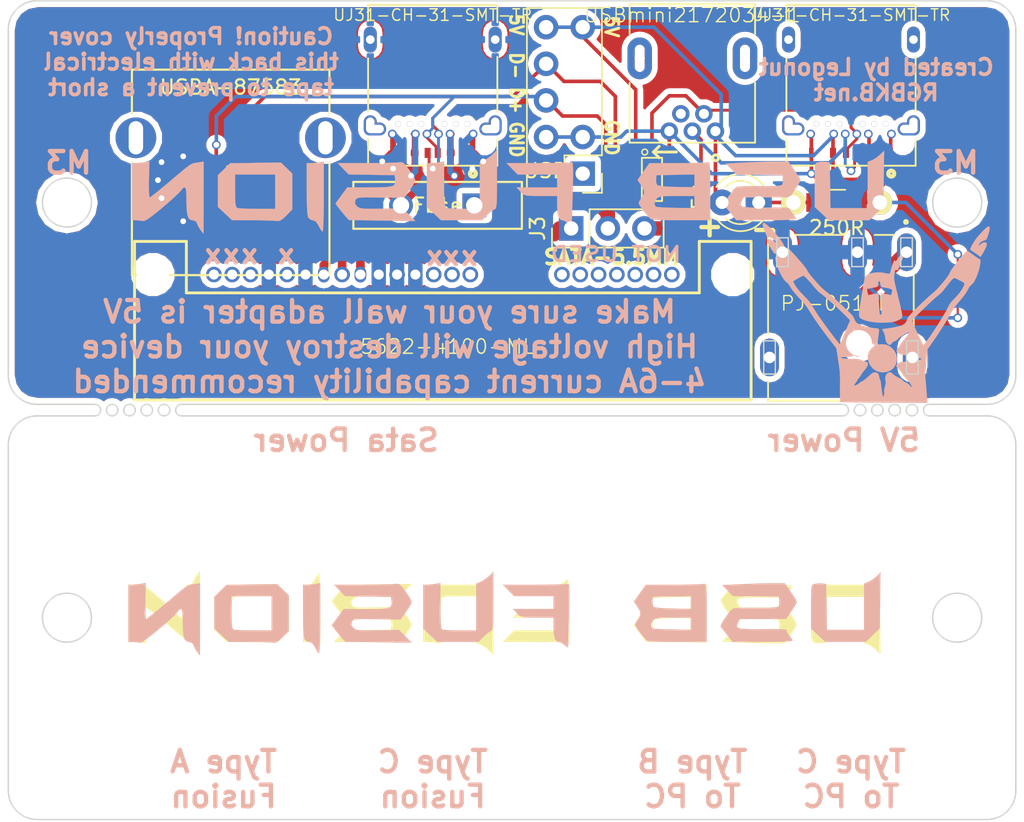
<source format=kicad_pcb>
(kicad_pcb (version 4) (host pcbnew 4.0.7)
  (layers (0 F.Cu signal) (31 B.Cu signal) (34 B.Paste user) (35 F.Paste user) (36 B.SilkS user hide) (37 F.SilkS user) (38 B.Mask user) (39 F.Mask user) (44 Edge.Cuts user))
  (net 0 "")
  (net 1 /USBGND)
  (net 2 /USBVCC)
  (net 3 /D+)
  (net 4 /D-)
  (net 5 "Net-(J1-Pad4)")
  (net 6 "Net-(J2-PadB11)")
  (net 7 "Net-(J2-PadB10)")
  (net 8 "Net-(J2-PadB8)")
  (net 9 "Net-(J2-PadB5)")
  (net 10 "Net-(J2-PadB3)")
  (net 11 "Net-(J2-PadB2)")
  (net 12 "Net-(J6-Pad5)")
  (net 13 "Net-(P1-PadP1)")
  (net 14 "Net-(P1-PadP2)")
  (net 15 "Net-(P1-PadP3)")
  (net 16 "Net-(P1-PadP13)")
  (net 17 "Net-(P1-PadP14)")
  (net 18 "Net-(P1-PadP15)")
  (net 19 "Net-(P1-PadS1)")
  (net 20 "Net-(P1-PadS2)")
  (net 21 "Net-(P1-PadS3)")
  (net 22 "Net-(P1-PadS4)")
  (net 23 "Net-(P1-PadS5)")
  (net 24 "Net-(P1-PadS6)")
  (net 25 "Net-(P1-PadS7)")
  (net 26 GND)
  (net 27 +5V)
  (net 28 "Net-(J5-PadB2)")
  (net 29 "Net-(J5-PadB3)")
  (net 30 "Net-(J5-PadB5)")
  (net 31 "Net-(J5-PadB8)")
  (net 32 "Net-(J5-PadB10)")
  (net 33 "Net-(J5-PadB11)")
  (net 34 "Net-(P1-PadP11)")
  (net 35 "Net-(D1-Pad1)")
  (net 36 "Net-(F1-Pad1)")
  (net 37 "Net-(J3-Pad1)")
  (net 38 "Net-(J3-Pad3)")
  (module Logos:usbfusion (layer B.Cu) (at 148.25 104.25 180)
    (fp_text reference G*** hide)
    (fp_text value LOGO hide)
  )
  (module Logos:usbfusion (layer B.Cu) (at 148 133.5 180)
    (fp_text reference G*** hide)
    (fp_text value LOGO hide)
  )
  (module keyboard_parts:PIN_1 (layer F.Cu) (at 174 105)
    (fp_text reference "" hide)
    (fp_text value "" hide)
    (pad 1 thru_hole circle (at 0 0) (size 1.7 1.7) (drill 1.016) (layers *.Cu *.Mask F.SilkS))
  )
  (module Resistors_SMD:R_0805_HandSoldering (layer F.Cu) (at 171 105)
    (fp_text reference R1 hide)
    (fp_text value 250R (at 0 1.75) (layer F.SilkS))
    (pad 1 smd rect (at -1.35 0) (size 1.5 1.3) (layers F.Cu F.Paste F.Mask) (net 35 "Net-(D1-Pad1)"))
    (pad 2 smd rect (at 1.35 0) (size 1.5 1.3) (layers F.Cu F.Paste F.Mask) (net 1 /USBGND))
  )
  (module LEDs:LED_D3.0mm (layer F.Cu) (at 165.6 105 180)
    (fp_text reference D1 hide)
    (fp_text value LED (at 4.1 0 270) (layer F.SilkS))
    (pad 1 thru_hole rect (at 0 0 180) (size 1.8 1.8) (drill 0.9) (layers *.Cu *.Mask) (net 35 "Net-(D1-Pad1)"))
    (pad 2 thru_hole circle (at 2.54 0 180) (size 1.8 1.8) (drill 0.9) (layers *.Cu *.Mask) (net 2 /USBVCC))
  )
  (module 2172034-1:TE_2172034-1 (layer F.Cu) (at 161 95 90)
    (fp_text reference J1 hide)
    (fp_text value USBmini2172034-1 (at 3 0 180) (layer F.SilkS) (effects (font (thickness 0.1))))
    (fp_line (start -0.6 -4) (end 0.6 -4) (layer Edge.Cuts) (width 0.0001))
    (fp_line (start -0.6 -3.3) (end 0.6 -3.3) (layer Edge.Cuts) (width 0.0001))
    (fp_arc (start -0.6 -3.65) (end -0.95 -3.65) (angle 90) (layer Edge.Cuts) (width 0.0001))
    (fp_arc (start -0.6 -3.65) (end -0.6 -3.3) (angle 90) (layer Edge.Cuts) (width 0.0001))
    (fp_arc (start 0.6 -3.65) (end 0.95 -3.65) (angle 90) (layer Edge.Cuts) (width 0.0001))
    (fp_arc (start 0.6 -3.65) (end 0.6 -4) (angle 90) (layer Edge.Cuts) (width 0.0001))
    (fp_poly (pts (xy 0 -4.5) (xy -0.6 -4.5) (xy -0.622253 -4.5) (xy -0.666708 -4.49767) (xy -0.71098 -4.49302) (xy -0.754948 -4.48605) (xy -0.798492 -4.4768) (xy -0.841491 -4.46528) (xy -0.883828 -4.45152) (xy -0.925388 -4.43557) (xy -0.966055 -4.41746) (xy -1.00572 -4.39725) (xy -1.04427 -4.375) (xy -1.08161 -4.35075) (xy -1.11762 -4.32458) (xy -1.15222 -4.29657) (xy -1.1853 -4.26678) (xy -1.21678 -4.23531) (xy -1.24656 -4.20222) (xy -1.27458 -4.16763) (xy -1.30074 -4.13161) (xy -1.32499 -4.09428) (xy -1.34725 -4.05573) (xy -1.36746 -4.01606) (xy -1.38556 -3.9754) (xy -1.40152 -3.93384) (xy -1.41527 -3.8915) (xy -1.4268 -3.8485) (xy -1.43605 -3.80496) (xy -1.44302 -3.76099) (xy -1.44767 -3.71672) (xy -1.45 -3.67226) (xy -1.45 -3.65) (xy -0.95 -3.65) (xy -0.95 -3.65916) (xy -0.949041 -3.67747) (xy -0.947125 -3.6957) (xy -0.944258 -3.7138) (xy -0.940447 -3.73173) (xy -0.935702 -3.74944) (xy -0.930038 -3.76687) (xy -0.923469 -3.78398) (xy -0.916014 -3.80073) (xy -0.907692 -3.81706) (xy -0.898527 -3.83294) (xy -0.888544 -3.84831) (xy -0.87777 -3.86314) (xy -0.866235 -3.87738) (xy -0.853969 -3.89101) (xy -0.841008 -3.90397) (xy -0.827386 -3.91623) (xy -0.813141 -3.92777) (xy -0.798312 -3.93854) (xy -0.782939 -3.94853) (xy -0.767065 -3.95769) (xy -0.750732 -3.96601) (xy -0.733987 -3.97347) (xy -0.716874 -3.98004) (xy -0.699441 -3.9857) (xy -0.681736 -3.99045) (xy -0.663806 -3.99426) (xy -0.645702 -3.99712) (xy -0.627472 -3.99904) (xy -0.609167 -4) (xy -0.6 -4) (xy 0 -4)) (layer F.Cu) (width 0.0001))
    (fp_poly (pts (xy 0 -2.8) (xy -0.6 -2.8) (xy -0.622253 -2.8) (xy -0.666708 -2.80233) (xy -0.71098 -2.80698) (xy -0.754948 -2.81395) (xy -0.798492 -2.8232) (xy -0.841491 -2.83472) (xy -0.883828 -2.84848) (xy -0.925388 -2.86443) (xy -0.966055 -2.88254) (xy -1.00572 -2.90275) (xy -1.04427 -2.925) (xy -1.08161 -2.94925) (xy -1.11762 -2.97542) (xy -1.15222 -3.00343) (xy -1.1853 -3.03322) (xy -1.21678 -3.06469) (xy -1.24656 -3.09778) (xy -1.27458 -3.13237) (xy -1.30074 -3.16839) (xy -1.32499 -3.20572) (xy -1.34725 -3.24427) (xy -1.36746 -3.28394) (xy -1.38556 -3.3246) (xy -1.40152 -3.36616) (xy -1.41527 -3.4085) (xy -1.4268 -3.4515) (xy -1.43605 -3.49504) (xy -1.44302 -3.53901) (xy -1.44767 -3.58328) (xy -1.45 -3.62774) (xy -1.45 -3.65) (xy -0.95 -3.65) (xy -0.95 -3.64084) (xy -0.949041 -3.62253) (xy -0.947125 -3.6043) (xy -0.944258 -3.5862) (xy -0.940447 -3.56827) (xy -0.935702 -3.55056) (xy -0.930038 -3.53313) (xy -0.923469 -3.51602) (xy -0.916014 -3.49927) (xy -0.907692 -3.48294) (xy -0.898527 -3.46706) (xy -0.888544 -3.45169) (xy -0.87777 -3.43686) (xy -0.866235 -3.42262) (xy -0.853969 -3.40899) (xy -0.841008 -3.39603) (xy -0.827386 -3.38377) (xy -0.813141 -3.37223) (xy -0.798312 -3.36146) (xy -0.782939 -3.35147) (xy -0.767065 -3.34231) (xy -0.750732 -3.33399) (xy -0.733987 -3.32653) (xy -0.716874 -3.31996) (xy -0.699441 -3.3143) (xy -0.681736 -3.30955) (xy -0.663806 -3.30574) (xy -0.645702 -3.30288) (xy -0.627472 -3.30096) (xy -0.609167 -3.3) (xy -0.6 -3.3) (xy 0 -3.3)) (layer F.Cu) (width 0.0001))
    (fp_poly (pts (xy 0 -2.8) (xy 0.6 -2.8) (xy 0.622253 -2.8) (xy 0.666708 -2.80233) (xy 0.71098 -2.80698) (xy 0.754948 -2.81395) (xy 0.798492 -2.8232) (xy 0.841491 -2.83472) (xy 0.883828 -2.84848) (xy 0.925388 -2.86443) (xy 0.966055 -2.88254) (xy 1.00572 -2.90275) (xy 1.04427 -2.925) (xy 1.08161 -2.94925) (xy 1.11762 -2.97542) (xy 1.15222 -3.00343) (xy 1.1853 -3.03322) (xy 1.21678 -3.06469) (xy 1.24656 -3.09778) (xy 1.27458 -3.13237) (xy 1.30074 -3.16839) (xy 1.32499 -3.20572) (xy 1.34725 -3.24427) (xy 1.36746 -3.28394) (xy 1.38556 -3.3246) (xy 1.40152 -3.36616) (xy 1.41527 -3.4085) (xy 1.4268 -3.4515) (xy 1.43605 -3.49504) (xy 1.44302 -3.53901) (xy 1.44767 -3.58328) (xy 1.45 -3.62774) (xy 1.45 -3.65) (xy 0.95 -3.65) (xy 0.95 -3.64084) (xy 0.949041 -3.62253) (xy 0.947125 -3.6043) (xy 0.944258 -3.5862) (xy 0.940447 -3.56827) (xy 0.935702 -3.55056) (xy 0.930038 -3.53313) (xy 0.923469 -3.51602) (xy 0.916014 -3.49927) (xy 0.907692 -3.48294) (xy 0.898527 -3.46706) (xy 0.888544 -3.45169) (xy 0.87777 -3.43686) (xy 0.866235 -3.42262) (xy 0.853969 -3.40899) (xy 0.841008 -3.39603) (xy 0.827386 -3.38377) (xy 0.813141 -3.37223) (xy 0.798312 -3.36146) (xy 0.782939 -3.35147) (xy 0.767065 -3.34231) (xy 0.750732 -3.33399) (xy 0.733987 -3.32653) (xy 0.716874 -3.31996) (xy 0.699441 -3.3143) (xy 0.681736 -3.30955) (xy 0.663806 -3.30574) (xy 0.645702 -3.30288) (xy 0.627472 -3.30096) (xy 0.609167 -3.3) (xy 0.6 -3.3) (xy 0 -3.3)) (layer F.Cu) (width 0.0001))
    (fp_poly (pts (xy 0 -4.5) (xy 0.6 -4.5) (xy 0.622253 -4.5) (xy 0.666708 -4.49767) (xy 0.71098 -4.49302) (xy 0.754948 -4.48605) (xy 0.798492 -4.4768) (xy 0.841491 -4.46528) (xy 0.883828 -4.45152) (xy 0.925388 -4.43557) (xy 0.966055 -4.41746) (xy 1.00572 -4.39725) (xy 1.04427 -4.375) (xy 1.08161 -4.35075) (xy 1.11762 -4.32458) (xy 1.15222 -4.29657) (xy 1.1853 -4.26678) (xy 1.21678 -4.23531) (xy 1.24656 -4.20222) (xy 1.27458 -4.16763) (xy 1.30074 -4.13161) (xy 1.32499 -4.09428) (xy 1.34725 -4.05573) (xy 1.36746 -4.01606) (xy 1.38556 -3.9754) (xy 1.40152 -3.93384) (xy 1.41527 -3.8915) (xy 1.4268 -3.8485) (xy 1.43605 -3.80496) (xy 1.44302 -3.76099) (xy 1.44767 -3.71672) (xy 1.45 -3.67226) (xy 1.45 -3.65) (xy 0.95 -3.65) (xy 0.95 -3.65916) (xy 0.949041 -3.67747) (xy 0.947125 -3.6957) (xy 0.944258 -3.7138) (xy 0.940447 -3.73173) (xy 0.935702 -3.74944) (xy 0.930038 -3.76687) (xy 0.923469 -3.78398) (xy 0.916014 -3.80073) (xy 0.907692 -3.81706) (xy 0.898527 -3.83294) (xy 0.888544 -3.84831) (xy 0.87777 -3.86314) (xy 0.866235 -3.87738) (xy 0.853969 -3.89101) (xy 0.841008 -3.90397) (xy 0.827386 -3.91623) (xy 0.813141 -3.92777) (xy 0.798312 -3.93854) (xy 0.782939 -3.94853) (xy 0.767065 -3.95769) (xy 0.750732 -3.96601) (xy 0.733987 -3.97347) (xy 0.716874 -3.98004) (xy 0.699441 -3.9857) (xy 0.681736 -3.99045) (xy 0.663806 -3.99426) (xy 0.645702 -3.99712) (xy 0.627472 -3.99904) (xy 0.609167 -4) (xy 0.6 -4) (xy 0 -4)) (layer F.Cu) (width 0.0001))
    (fp_poly (pts (xy 0 2.8) (xy -0.6 2.8) (xy -0.622253 2.8) (xy -0.666708 2.80233) (xy -0.71098 2.80698) (xy -0.754948 2.81395) (xy -0.798492 2.8232) (xy -0.841491 2.83472) (xy -0.883828 2.84848) (xy -0.925388 2.86443) (xy -0.966055 2.88254) (xy -1.00572 2.90275) (xy -1.04427 2.925) (xy -1.08161 2.94925) (xy -1.11762 2.97542) (xy -1.15222 3.00343) (xy -1.1853 3.03322) (xy -1.21678 3.06469) (xy -1.24656 3.09778) (xy -1.27458 3.13237) (xy -1.30074 3.16839) (xy -1.32499 3.20572) (xy -1.34725 3.24427) (xy -1.36746 3.28394) (xy -1.38556 3.3246) (xy -1.40152 3.36616) (xy -1.41527 3.4085) (xy -1.4268 3.4515) (xy -1.43605 3.49504) (xy -1.44302 3.53901) (xy -1.44767 3.58328) (xy -1.45 3.62774) (xy -1.45 3.65) (xy -0.95 3.65) (xy -0.95 3.64084) (xy -0.949041 3.62253) (xy -0.947125 3.6043) (xy -0.944258 3.5862) (xy -0.940447 3.56827) (xy -0.935702 3.55056) (xy -0.930038 3.53313) (xy -0.923469 3.51602) (xy -0.916014 3.49927) (xy -0.907692 3.48294) (xy -0.898527 3.46706) (xy -0.888544 3.45169) (xy -0.87777 3.43686) (xy -0.866235 3.42262) (xy -0.853969 3.40899) (xy -0.841008 3.39603) (xy -0.827386 3.38377) (xy -0.813141 3.37223) (xy -0.798312 3.36146) (xy -0.782939 3.35147) (xy -0.767065 3.34231) (xy -0.750732 3.33399) (xy -0.733987 3.32653) (xy -0.716874 3.31996) (xy -0.699441 3.3143) (xy -0.681736 3.30955) (xy -0.663806 3.30574) (xy -0.645702 3.30288) (xy -0.627472 3.30096) (xy -0.609167 3.3) (xy -0.6 3.3) (xy 0 3.3)) (layer F.Cu) (width 0.0001))
    (fp_poly (pts (xy 0 4.5) (xy -0.6 4.5) (xy -0.622253 4.5) (xy -0.666708 4.49767) (xy -0.71098 4.49302) (xy -0.754948 4.48605) (xy -0.798492 4.4768) (xy -0.841491 4.46528) (xy -0.883828 4.45152) (xy -0.925388 4.43557) (xy -0.966055 4.41746) (xy -1.00572 4.39725) (xy -1.04427 4.375) (xy -1.08161 4.35075) (xy -1.11762 4.32458) (xy -1.15222 4.29657) (xy -1.1853 4.26678) (xy -1.21678 4.23531) (xy -1.24656 4.20222) (xy -1.27458 4.16763) (xy -1.30074 4.13161) (xy -1.32499 4.09428) (xy -1.34725 4.05573) (xy -1.36746 4.01606) (xy -1.38556 3.9754) (xy -1.40152 3.93384) (xy -1.41527 3.8915) (xy -1.4268 3.8485) (xy -1.43605 3.80496) (xy -1.44302 3.76099) (xy -1.44767 3.71672) (xy -1.45 3.67226) (xy -1.45 3.65) (xy -0.95 3.65) (xy -0.95 3.65916) (xy -0.949041 3.67747) (xy -0.947125 3.6957) (xy -0.944258 3.7138) (xy -0.940447 3.73173) (xy -0.935702 3.74944) (xy -0.930038 3.76687) (xy -0.923469 3.78398) (xy -0.916014 3.80073) (xy -0.907692 3.81706) (xy -0.898527 3.83294) (xy -0.888544 3.84831) (xy -0.87777 3.86314) (xy -0.866235 3.87738) (xy -0.853969 3.89101) (xy -0.841008 3.90397) (xy -0.827386 3.91623) (xy -0.813141 3.92777) (xy -0.798312 3.93854) (xy -0.782939 3.94853) (xy -0.767065 3.95769) (xy -0.750732 3.96601) (xy -0.733987 3.97347) (xy -0.716874 3.98004) (xy -0.699441 3.9857) (xy -0.681736 3.99045) (xy -0.663806 3.99426) (xy -0.645702 3.99712) (xy -0.627472 3.99904) (xy -0.609167 4) (xy -0.6 4) (xy 0 4)) (layer F.Cu) (width 0.0001))
    (fp_poly (pts (xy 0 4.5) (xy 0.6 4.5) (xy 0.622253 4.5) (xy 0.666708 4.49767) (xy 0.71098 4.49302) (xy 0.754948 4.48605) (xy 0.798492 4.4768) (xy 0.841491 4.46528) (xy 0.883828 4.45152) (xy 0.925388 4.43557) (xy 0.966055 4.41746) (xy 1.00572 4.39725) (xy 1.04427 4.375) (xy 1.08161 4.35075) (xy 1.11762 4.32458) (xy 1.15222 4.29657) (xy 1.1853 4.26678) (xy 1.21678 4.23531) (xy 1.24656 4.20222) (xy 1.27458 4.16763) (xy 1.30074 4.13161) (xy 1.32499 4.09428) (xy 1.34725 4.05573) (xy 1.36746 4.01606) (xy 1.38556 3.9754) (xy 1.40152 3.93384) (xy 1.41527 3.8915) (xy 1.4268 3.8485) (xy 1.43605 3.80496) (xy 1.44302 3.76099) (xy 1.44767 3.71672) (xy 1.45 3.67226) (xy 1.45 3.65) (xy 0.95 3.65) (xy 0.95 3.65916) (xy 0.949041 3.67747) (xy 0.947125 3.6957) (xy 0.944258 3.7138) (xy 0.940447 3.73173) (xy 0.935702 3.74944) (xy 0.930038 3.76687) (xy 0.923469 3.78398) (xy 0.916014 3.80073) (xy 0.907692 3.81706) (xy 0.898527 3.83294) (xy 0.888544 3.84831) (xy 0.87777 3.86314) (xy 0.866235 3.87738) (xy 0.853969 3.89101) (xy 0.841008 3.90397) (xy 0.827386 3.91623) (xy 0.813141 3.92777) (xy 0.798312 3.93854) (xy 0.782939 3.94853) (xy 0.767065 3.95769) (xy 0.750732 3.96601) (xy 0.733987 3.97347) (xy 0.716874 3.98004) (xy 0.699441 3.9857) (xy 0.681736 3.99045) (xy 0.663806 3.99426) (xy 0.645702 3.99712) (xy 0.627472 3.99904) (xy 0.609167 4) (xy 0.6 4) (xy 0 4)) (layer F.Cu) (width 0.0001))
    (fp_poly (pts (xy 0 2.8) (xy 0.6 2.8) (xy 0.622253 2.8) (xy 0.666708 2.80233) (xy 0.71098 2.80698) (xy 0.754948 2.81395) (xy 0.798492 2.8232) (xy 0.841491 2.83472) (xy 0.883828 2.84848) (xy 0.925388 2.86443) (xy 0.966055 2.88254) (xy 1.00572 2.90275) (xy 1.04427 2.925) (xy 1.08161 2.94925) (xy 1.11762 2.97542) (xy 1.15222 3.00343) (xy 1.1853 3.03322) (xy 1.21678 3.06469) (xy 1.24656 3.09778) (xy 1.27458 3.13237) (xy 1.30074 3.16839) (xy 1.32499 3.20572) (xy 1.34725 3.24427) (xy 1.36746 3.28394) (xy 1.38556 3.3246) (xy 1.40152 3.36616) (xy 1.41527 3.4085) (xy 1.4268 3.4515) (xy 1.43605 3.49504) (xy 1.44302 3.53901) (xy 1.44767 3.58328) (xy 1.45 3.62774) (xy 1.45 3.65) (xy 0.95 3.65) (xy 0.95 3.64084) (xy 0.949041 3.62253) (xy 0.947125 3.6043) (xy 0.944258 3.5862) (xy 0.940447 3.56827) (xy 0.935702 3.55056) (xy 0.930038 3.53313) (xy 0.923469 3.51602) (xy 0.916014 3.49927) (xy 0.907692 3.48294) (xy 0.898527 3.46706) (xy 0.888544 3.45169) (xy 0.87777 3.43686) (xy 0.866235 3.42262) (xy 0.853969 3.40899) (xy 0.841008 3.39603) (xy 0.827386 3.38377) (xy 0.813141 3.37223) (xy 0.798312 3.36146) (xy 0.782939 3.35147) (xy 0.767065 3.34231) (xy 0.750732 3.33399) (xy 0.733987 3.32653) (xy 0.716874 3.31996) (xy 0.699441 3.3143) (xy 0.681736 3.30955) (xy 0.663806 3.30574) (xy 0.645702 3.30288) (xy 0.627472 3.30096) (xy 0.609167 3.3) (xy 0.6 3.3) (xy 0 3.3)) (layer F.Cu) (width 0.0001))
    (fp_poly (pts (xy 0 -4.5) (xy 0.6 -4.5) (xy 0.622253 -4.5) (xy 0.666708 -4.49767) (xy 0.71098 -4.49302) (xy 0.754948 -4.48605) (xy 0.798492 -4.4768) (xy 0.841491 -4.46528) (xy 0.883828 -4.45152) (xy 0.925388 -4.43557) (xy 0.966055 -4.41746) (xy 1.00572 -4.39725) (xy 1.04427 -4.375) (xy 1.08161 -4.35075) (xy 1.11762 -4.32458) (xy 1.15222 -4.29657) (xy 1.1853 -4.26678) (xy 1.21678 -4.23531) (xy 1.24656 -4.20222) (xy 1.27458 -4.16763) (xy 1.30074 -4.13161) (xy 1.32499 -4.09428) (xy 1.34725 -4.05573) (xy 1.36746 -4.01606) (xy 1.38556 -3.9754) (xy 1.40152 -3.93384) (xy 1.41527 -3.8915) (xy 1.4268 -3.8485) (xy 1.43605 -3.80496) (xy 1.44302 -3.76099) (xy 1.44767 -3.71672) (xy 1.45 -3.67226) (xy 1.45 -3.65) (xy 0.95 -3.65) (xy 0.95 -3.65916) (xy 0.949041 -3.67747) (xy 0.947125 -3.6957) (xy 0.944258 -3.7138) (xy 0.940447 -3.73173) (xy 0.935702 -3.74944) (xy 0.930038 -3.76687) (xy 0.923469 -3.78398) (xy 0.916014 -3.80073) (xy 0.907692 -3.81706) (xy 0.898527 -3.83294) (xy 0.888544 -3.84831) (xy 0.87777 -3.86314) (xy 0.866235 -3.87738) (xy 0.853969 -3.89101) (xy 0.841008 -3.90397) (xy 0.827386 -3.91623) (xy 0.813141 -3.92777) (xy 0.798312 -3.93854) (xy 0.782939 -3.94853) (xy 0.767065 -3.95769) (xy 0.750732 -3.96601) (xy 0.733987 -3.97347) (xy 0.716874 -3.98004) (xy 0.699441 -3.9857) (xy 0.681736 -3.99045) (xy 0.663806 -3.99426) (xy 0.645702 -3.99712) (xy 0.627472 -3.99904) (xy 0.609167 -4) (xy 0.6 -4) (xy 0 -4)) (layer B.Cu) (width 0.0001))
    (fp_poly (pts (xy 0 -2.8) (xy 0.6 -2.8) (xy 0.622253 -2.8) (xy 0.666708 -2.80233) (xy 0.71098 -2.80698) (xy 0.754948 -2.81395) (xy 0.798492 -2.8232) (xy 0.841491 -2.83472) (xy 0.883828 -2.84848) (xy 0.925388 -2.86443) (xy 0.966055 -2.88254) (xy 1.00572 -2.90275) (xy 1.04427 -2.925) (xy 1.08161 -2.94925) (xy 1.11762 -2.97542) (xy 1.15222 -3.00343) (xy 1.1853 -3.03322) (xy 1.21678 -3.06469) (xy 1.24656 -3.09778) (xy 1.27458 -3.13237) (xy 1.30074 -3.16839) (xy 1.32499 -3.20572) (xy 1.34725 -3.24427) (xy 1.36746 -3.28394) (xy 1.38556 -3.3246) (xy 1.40152 -3.36616) (xy 1.41527 -3.4085) (xy 1.4268 -3.4515) (xy 1.43605 -3.49504) (xy 1.44302 -3.53901) (xy 1.44767 -3.58328) (xy 1.45 -3.62774) (xy 1.45 -3.65) (xy 0.95 -3.65) (xy 0.95 -3.64084) (xy 0.949041 -3.62253) (xy 0.947125 -3.6043) (xy 0.944258 -3.5862) (xy 0.940447 -3.56827) (xy 0.935702 -3.55056) (xy 0.930038 -3.53313) (xy 0.923469 -3.51602) (xy 0.916014 -3.49927) (xy 0.907692 -3.48294) (xy 0.898527 -3.46706) (xy 0.888544 -3.45169) (xy 0.87777 -3.43686) (xy 0.866235 -3.42262) (xy 0.853969 -3.40899) (xy 0.841008 -3.39603) (xy 0.827386 -3.38377) (xy 0.813141 -3.37223) (xy 0.798312 -3.36146) (xy 0.782939 -3.35147) (xy 0.767065 -3.34231) (xy 0.750732 -3.33399) (xy 0.733987 -3.32653) (xy 0.716874 -3.31996) (xy 0.699441 -3.3143) (xy 0.681736 -3.30955) (xy 0.663806 -3.30574) (xy 0.645702 -3.30288) (xy 0.627472 -3.30096) (xy 0.609167 -3.3) (xy 0.6 -3.3) (xy 0 -3.3)) (layer B.Cu) (width 0.0001))
    (fp_poly (pts (xy 0 -2.8) (xy -0.6 -2.8) (xy -0.622253 -2.8) (xy -0.666708 -2.80233) (xy -0.71098 -2.80698) (xy -0.754948 -2.81395) (xy -0.798492 -2.8232) (xy -0.841491 -2.83472) (xy -0.883828 -2.84848) (xy -0.925388 -2.86443) (xy -0.966055 -2.88254) (xy -1.00572 -2.90275) (xy -1.04427 -2.925) (xy -1.08161 -2.94925) (xy -1.11762 -2.97542) (xy -1.15222 -3.00343) (xy -1.1853 -3.03322) (xy -1.21678 -3.06469) (xy -1.24656 -3.09778) (xy -1.27458 -3.13237) (xy -1.30074 -3.16839) (xy -1.32499 -3.20572) (xy -1.34725 -3.24427) (xy -1.36746 -3.28394) (xy -1.38556 -3.3246) (xy -1.40152 -3.36616) (xy -1.41527 -3.4085) (xy -1.4268 -3.4515) (xy -1.43605 -3.49504) (xy -1.44302 -3.53901) (xy -1.44767 -3.58328) (xy -1.45 -3.62774) (xy -1.45 -3.65) (xy -0.95 -3.65) (xy -0.95 -3.64084) (xy -0.949041 -3.62253) (xy -0.947125 -3.6043) (xy -0.944258 -3.5862) (xy -0.940447 -3.56827) (xy -0.935702 -3.55056) (xy -0.930038 -3.53313) (xy -0.923469 -3.51602) (xy -0.916014 -3.49927) (xy -0.907692 -3.48294) (xy -0.898527 -3.46706) (xy -0.888544 -3.45169) (xy -0.87777 -3.43686) (xy -0.866235 -3.42262) (xy -0.853969 -3.40899) (xy -0.841008 -3.39603) (xy -0.827386 -3.38377) (xy -0.813141 -3.37223) (xy -0.798312 -3.36146) (xy -0.782939 -3.35147) (xy -0.767065 -3.34231) (xy -0.750732 -3.33399) (xy -0.733987 -3.32653) (xy -0.716874 -3.31996) (xy -0.699441 -3.3143) (xy -0.681736 -3.30955) (xy -0.663806 -3.30574) (xy -0.645702 -3.30288) (xy -0.627472 -3.30096) (xy -0.609167 -3.3) (xy -0.6 -3.3) (xy 0 -3.3)) (layer B.Cu) (width 0.0001))
    (fp_poly (pts (xy 0 -4.5) (xy -0.6 -4.5) (xy -0.622253 -4.5) (xy -0.666708 -4.49767) (xy -0.71098 -4.49302) (xy -0.754948 -4.48605) (xy -0.798492 -4.4768) (xy -0.841491 -4.46528) (xy -0.883828 -4.45152) (xy -0.925388 -4.43557) (xy -0.966055 -4.41746) (xy -1.00572 -4.39725) (xy -1.04427 -4.375) (xy -1.08161 -4.35075) (xy -1.11762 -4.32458) (xy -1.15222 -4.29657) (xy -1.1853 -4.26678) (xy -1.21678 -4.23531) (xy -1.24656 -4.20222) (xy -1.27458 -4.16763) (xy -1.30074 -4.13161) (xy -1.32499 -4.09428) (xy -1.34725 -4.05573) (xy -1.36746 -4.01606) (xy -1.38556 -3.9754) (xy -1.40152 -3.93384) (xy -1.41527 -3.8915) (xy -1.4268 -3.8485) (xy -1.43605 -3.80496) (xy -1.44302 -3.76099) (xy -1.44767 -3.71672) (xy -1.45 -3.67226) (xy -1.45 -3.65) (xy -0.95 -3.65) (xy -0.95 -3.65916) (xy -0.949041 -3.67747) (xy -0.947125 -3.6957) (xy -0.944258 -3.7138) (xy -0.940447 -3.73173) (xy -0.935702 -3.74944) (xy -0.930038 -3.76687) (xy -0.923469 -3.78398) (xy -0.916014 -3.80073) (xy -0.907692 -3.81706) (xy -0.898527 -3.83294) (xy -0.888544 -3.84831) (xy -0.87777 -3.86314) (xy -0.866235 -3.87738) (xy -0.853969 -3.89101) (xy -0.841008 -3.90397) (xy -0.827386 -3.91623) (xy -0.813141 -3.92777) (xy -0.798312 -3.93854) (xy -0.782939 -3.94853) (xy -0.767065 -3.95769) (xy -0.750732 -3.96601) (xy -0.733987 -3.97347) (xy -0.716874 -3.98004) (xy -0.699441 -3.9857) (xy -0.681736 -3.99045) (xy -0.663806 -3.99426) (xy -0.645702 -3.99712) (xy -0.627472 -3.99904) (xy -0.609167 -4) (xy -0.6 -4) (xy 0 -4)) (layer B.Cu) (width 0.0001))
    (fp_poly (pts (xy 0 2.8) (xy 0.6 2.8) (xy 0.622253 2.8) (xy 0.666708 2.80233) (xy 0.71098 2.80698) (xy 0.754948 2.81395) (xy 0.798492 2.8232) (xy 0.841491 2.83472) (xy 0.883828 2.84848) (xy 0.925388 2.86443) (xy 0.966055 2.88254) (xy 1.00572 2.90275) (xy 1.04427 2.925) (xy 1.08161 2.94925) (xy 1.11762 2.97542) (xy 1.15222 3.00343) (xy 1.1853 3.03322) (xy 1.21678 3.06469) (xy 1.24656 3.09778) (xy 1.27458 3.13237) (xy 1.30074 3.16839) (xy 1.32499 3.20572) (xy 1.34725 3.24427) (xy 1.36746 3.28394) (xy 1.38556 3.3246) (xy 1.40152 3.36616) (xy 1.41527 3.4085) (xy 1.4268 3.4515) (xy 1.43605 3.49504) (xy 1.44302 3.53901) (xy 1.44767 3.58328) (xy 1.45 3.62774) (xy 1.45 3.65) (xy 0.95 3.65) (xy 0.95 3.64084) (xy 0.949041 3.62253) (xy 0.947125 3.6043) (xy 0.944258 3.5862) (xy 0.940447 3.56827) (xy 0.935702 3.55056) (xy 0.930038 3.53313) (xy 0.923469 3.51602) (xy 0.916014 3.49927) (xy 0.907692 3.48294) (xy 0.898527 3.46706) (xy 0.888544 3.45169) (xy 0.87777 3.43686) (xy 0.866235 3.42262) (xy 0.853969 3.40899) (xy 0.841008 3.39603) (xy 0.827386 3.38377) (xy 0.813141 3.37223) (xy 0.798312 3.36146) (xy 0.782939 3.35147) (xy 0.767065 3.34231) (xy 0.750732 3.33399) (xy 0.733987 3.32653) (xy 0.716874 3.31996) (xy 0.699441 3.3143) (xy 0.681736 3.30955) (xy 0.663806 3.30574) (xy 0.645702 3.30288) (xy 0.627472 3.30096) (xy 0.609167 3.3) (xy 0.6 3.3) (xy 0 3.3)) (layer B.Cu) (width 0.0001))
    (fp_poly (pts (xy 0 4.5) (xy 0.6 4.5) (xy 0.622253 4.5) (xy 0.666708 4.49767) (xy 0.71098 4.49302) (xy 0.754948 4.48605) (xy 0.798492 4.4768) (xy 0.841491 4.46528) (xy 0.883828 4.45152) (xy 0.925388 4.43557) (xy 0.966055 4.41746) (xy 1.00572 4.39725) (xy 1.04427 4.375) (xy 1.08161 4.35075) (xy 1.11762 4.32458) (xy 1.15222 4.29657) (xy 1.1853 4.26678) (xy 1.21678 4.23531) (xy 1.24656 4.20222) (xy 1.27458 4.16763) (xy 1.30074 4.13161) (xy 1.32499 4.09428) (xy 1.34725 4.05573) (xy 1.36746 4.01606) (xy 1.38556 3.9754) (xy 1.40152 3.93384) (xy 1.41527 3.8915) (xy 1.4268 3.8485) (xy 1.43605 3.80496) (xy 1.44302 3.76099) (xy 1.44767 3.71672) (xy 1.45 3.67226) (xy 1.45 3.65) (xy 0.95 3.65) (xy 0.95 3.65916) (xy 0.949041 3.67747) (xy 0.947125 3.6957) (xy 0.944258 3.7138) (xy 0.940447 3.73173) (xy 0.935702 3.74944) (xy 0.930038 3.76687) (xy 0.923469 3.78398) (xy 0.916014 3.80073) (xy 0.907692 3.81706) (xy 0.898527 3.83294) (xy 0.888544 3.84831) (xy 0.87777 3.86314) (xy 0.866235 3.87738) (xy 0.853969 3.89101) (xy 0.841008 3.90397) (xy 0.827386 3.91623) (xy 0.813141 3.92777) (xy 0.798312 3.93854) (xy 0.782939 3.94853) (xy 0.767065 3.95769) (xy 0.750732 3.96601) (xy 0.733987 3.97347) (xy 0.716874 3.98004) (xy 0.699441 3.9857) (xy 0.681736 3.99045) (xy 0.663806 3.99426) (xy 0.645702 3.99712) (xy 0.627472 3.99904) (xy 0.609167 4) (xy 0.6 4) (xy 0 4)) (layer B.Cu) (width 0.0001))
    (fp_poly (pts (xy 0 4.5) (xy -0.6 4.5) (xy -0.622253 4.5) (xy -0.666708 4.49767) (xy -0.71098 4.49302) (xy -0.754948 4.48605) (xy -0.798492 4.4768) (xy -0.841491 4.46528) (xy -0.883828 4.45152) (xy -0.925388 4.43557) (xy -0.966055 4.41746) (xy -1.00572 4.39725) (xy -1.04427 4.375) (xy -1.08161 4.35075) (xy -1.11762 4.32458) (xy -1.15222 4.29657) (xy -1.1853 4.26678) (xy -1.21678 4.23531) (xy -1.24656 4.20222) (xy -1.27458 4.16763) (xy -1.30074 4.13161) (xy -1.32499 4.09428) (xy -1.34725 4.05573) (xy -1.36746 4.01606) (xy -1.38556 3.9754) (xy -1.40152 3.93384) (xy -1.41527 3.8915) (xy -1.4268 3.8485) (xy -1.43605 3.80496) (xy -1.44302 3.76099) (xy -1.44767 3.71672) (xy -1.45 3.67226) (xy -1.45 3.65) (xy -0.95 3.65) (xy -0.95 3.65916) (xy -0.949041 3.67747) (xy -0.947125 3.6957) (xy -0.944258 3.7138) (xy -0.940447 3.73173) (xy -0.935702 3.74944) (xy -0.930038 3.76687) (xy -0.923469 3.78398) (xy -0.916014 3.80073) (xy -0.907692 3.81706) (xy -0.898527 3.83294) (xy -0.888544 3.84831) (xy -0.87777 3.86314) (xy -0.866235 3.87738) (xy -0.853969 3.89101) (xy -0.841008 3.90397) (xy -0.827386 3.91623) (xy -0.813141 3.92777) (xy -0.798312 3.93854) (xy -0.782939 3.94853) (xy -0.767065 3.95769) (xy -0.750732 3.96601) (xy -0.733987 3.97347) (xy -0.716874 3.98004) (xy -0.699441 3.9857) (xy -0.681736 3.99045) (xy -0.663806 3.99426) (xy -0.645702 3.99712) (xy -0.627472 3.99904) (xy -0.609167 4) (xy -0.6 4) (xy 0 4)) (layer B.Cu) (width 0.0001))
    (fp_poly (pts (xy 0 2.8) (xy -0.6 2.8) (xy -0.622253 2.8) (xy -0.666708 2.80233) (xy -0.71098 2.80698) (xy -0.754948 2.81395) (xy -0.798492 2.8232) (xy -0.841491 2.83472) (xy -0.883828 2.84848) (xy -0.925388 2.86443) (xy -0.966055 2.88254) (xy -1.00572 2.90275) (xy -1.04427 2.925) (xy -1.08161 2.94925) (xy -1.11762 2.97542) (xy -1.15222 3.00343) (xy -1.1853 3.03322) (xy -1.21678 3.06469) (xy -1.24656 3.09778) (xy -1.27458 3.13237) (xy -1.30074 3.16839) (xy -1.32499 3.20572) (xy -1.34725 3.24427) (xy -1.36746 3.28394) (xy -1.38556 3.3246) (xy -1.40152 3.36616) (xy -1.41527 3.4085) (xy -1.4268 3.4515) (xy -1.43605 3.49504) (xy -1.44302 3.53901) (xy -1.44767 3.58328) (xy -1.45 3.62774) (xy -1.45 3.65) (xy -0.95 3.65) (xy -0.95 3.64084) (xy -0.949041 3.62253) (xy -0.947125 3.6043) (xy -0.944258 3.5862) (xy -0.940447 3.56827) (xy -0.935702 3.55056) (xy -0.930038 3.53313) (xy -0.923469 3.51602) (xy -0.916014 3.49927) (xy -0.907692 3.48294) (xy -0.898527 3.46706) (xy -0.888544 3.45169) (xy -0.87777 3.43686) (xy -0.866235 3.42262) (xy -0.853969 3.40899) (xy -0.841008 3.39603) (xy -0.827386 3.38377) (xy -0.813141 3.37223) (xy -0.798312 3.36146) (xy -0.782939 3.35147) (xy -0.767065 3.34231) (xy -0.750732 3.33399) (xy -0.733987 3.32653) (xy -0.716874 3.31996) (xy -0.699441 3.3143) (xy -0.681736 3.30955) (xy -0.663806 3.30574) (xy -0.645702 3.30288) (xy -0.627472 3.30096) (xy -0.609167 3.3) (xy -0.6 3.3) (xy 0 3.3)) (layer B.Cu) (width 0.0001))
    (fp_line (start -0.6 3.3) (end 0.6 3.3) (layer Edge.Cuts) (width 0.0001))
    (fp_line (start -0.6 4) (end 0.6 4) (layer Edge.Cuts) (width 0.0001))
    (fp_arc (start -0.6 3.65) (end -0.95 3.65) (angle 90) (layer Edge.Cuts) (width 0.0001))
    (fp_arc (start -0.6 3.65) (end -0.6 4) (angle 90) (layer Edge.Cuts) (width 0.0001))
    (fp_arc (start 0.6 3.65) (end 0.95 3.65) (angle 90) (layer Edge.Cuts) (width 0.0001))
    (fp_arc (start 0.6 3.65) (end 0.6 3.3) (angle 90) (layer Edge.Cuts) (width 0.0001))
    (pad 3 thru_hole circle (at -5.05 0 90) (size 1.208 1.208) (drill 0.7) (layers *.Cu *.Mask) (net 3 /D+))
    (pad 5 thru_hole circle (at -5.05 -1.6 90) (size 1.208 1.208) (drill 0.7) (layers *.Cu *.Mask) (net 1 /USBGND))
    (pad 2 thru_hole circle (at -3.85 0.8 90) (size 1.208 1.208) (drill 0.7) (layers *.Cu *.Mask) (net 4 /D-))
    (pad 4 thru_hole circle (at -3.85 -0.8 90) (size 1.208 1.208) (drill 0.7) (layers *.Cu *.Mask) (net 5 "Net-(J1-Pad4)"))
    (pad 1 thru_hole circle (at -5.05 1.6 90) (size 1.208 1.208) (drill 0.7) (layers *.Cu *.Mask) (net 2 /USBVCC))
    (pad Hole np_thru_hole circle (at 0 -3.65 90) (size 0.7 0.7) (drill 0.7) (layers *.Cu *.Mask F.SilkS))
    (pad Hole np_thru_hole circle (at 0 3.65 90) (size 0.7 0.7) (drill 0.7) (layers *.Cu *.Mask F.SilkS))
    (pad SH1 smd rect (at -1.27 -3.81 90) (size 0.1 0.1) (layers F.Cu F.Paste F.Mask) (net 1 /USBGND))
    (pad SH2 smd rect (at -1.27 3.81 90) (size 0.1 0.1) (layers F.Cu F.Paste F.Mask) (net 1 /USBGND))
  )
  (module UJ31-CH-31-SMT-TR:CUI_UJ31-CH-31-SMT-TR (layer F.Cu) (at 143 100.9 180)
    (fp_text reference J2 hide)
    (fp_text value UJ31-CH-31-SMT-TR (at 0 8.9 180) (layer F.SilkS) (effects (font (size 0.8 0.8) (thickness 0.1))))
    (fp_line (start 3.45 0.425) (end 3.75 0.425) (layer Edge.Cuts) (width 0.0001))
    (fp_line (start 3.75 -0.425) (end 3.45 -0.425) (layer Edge.Cuts) (width 0.0001))
    (fp_arc (start 3.45 0) (end 3.45 -0.425) (angle -90) (layer Edge.Cuts) (width 0.0001))
    (fp_arc (start 3.45 0) (end 3.025 0) (angle -90) (layer Edge.Cuts) (width 0.0001))
    (fp_arc (start 3.75 0) (end 3.75 0.425) (angle -90) (layer Edge.Cuts) (width 0.0001))
    (fp_arc (start 3.75 0) (end 4.175 0) (angle -90) (layer Edge.Cuts) (width 0.0001))
    (fp_arc (start 4.325 6.944) (end 4.325 6.65) (angle -90) (layer Edge.Cuts) (width 0.0001))
    (fp_line (start 4.325 6.65) (end 4.358 6.65) (layer Edge.Cuts) (width 0.0001))
    (fp_arc (start 4.358 6.924) (end 4.632 6.924) (angle -90) (layer Edge.Cuts) (width 0.0001))
    (fp_line (start 4.632 6.924) (end 4.632 7.493) (layer Edge.Cuts) (width 0.0001))
    (fp_arc (start 4.375 7.493) (end 4.375 7.75) (angle -90) (layer Edge.Cuts) (width 0.0001))
    (fp_line (start 4.375 7.75) (end 4.33 7.75) (layer Edge.Cuts) (width 0.0001))
    (fp_arc (start 4.33 7.451) (end 4.031 7.451) (angle -90) (layer Edge.Cuts) (width 0.0001))
    (fp_line (start 4.031 7.451) (end 4.031 6.944) (layer Edge.Cuts) (width 0.0001))
    (fp_arc (start -4.335 6.944) (end -4.335 6.65) (angle -90) (layer Edge.Cuts) (width 0.0001))
    (fp_line (start -4.335 6.65) (end -4.302 6.65) (layer Edge.Cuts) (width 0.0001))
    (fp_arc (start -4.302 6.924) (end -4.028 6.924) (angle -90) (layer Edge.Cuts) (width 0.0001))
    (fp_line (start -4.028 6.924) (end -4.028 7.493) (layer Edge.Cuts) (width 0.0001))
    (fp_arc (start -4.285 7.493) (end -4.285 7.75) (angle -90) (layer Edge.Cuts) (width 0.0001))
    (fp_line (start -4.285 7.75) (end -4.33 7.75) (layer Edge.Cuts) (width 0.0001))
    (fp_arc (start -4.33 7.451) (end -4.629 7.451) (angle -90) (layer Edge.Cuts) (width 0.0001))
    (fp_line (start -4.629 7.451) (end -4.629 6.944) (layer Edge.Cuts) (width 0.0001))
    (fp_line (start -4.63 0.98) (end -4.63 0.99) (layer Edge.Cuts) (width 0.0001))
    (fp_line (start -4.63 0.99) (end -4.63 1.5) (layer Edge.Cuts) (width 0.0001))
    (fp_line (start -4.34 0.7) (end -3.68 0.7) (layer Edge.Cuts) (width 0.0001))
    (fp_arc (start -4.33 1.5) (end -4.03 1.5) (angle 180) (layer Edge.Cuts) (width 0.0001))
    (fp_line (start -4.03 1.3) (end -3.67 1.3) (layer Edge.Cuts) (width 0.0001))
    (fp_arc (start -3.68 1.00008) (end -3.67 1.3) (angle -178) (layer Edge.Cuts) (width 0.0001))
    (fp_line (start -4.03 1.5) (end -4.03 1.3) (layer Edge.Cuts) (width 0.0001))
    (fp_arc (start -4.34 0.99) (end -4.34 0.7) (angle -90) (layer Edge.Cuts) (width 0.0001))
    (fp_line (start -4.02 0.7) (end -4.02 0.55) (layer F.Cu) (width 0.0001))
    (fp_line (start -4.78 1.36) (end -4.78 1.06) (layer F.Cu) (width 0.0001))
    (fp_poly (pts (xy -4.02 0.7) (xy -4.02 0.55) (xy -4.37 0.55) (xy -4.38073 0.55) (xy -4.40218 0.551124) (xy -4.42353 0.553368) (xy -4.44474 0.556727) (xy -4.46574 0.561191) (xy -4.48648 0.566749) (xy -4.50691 0.573384) (xy -4.52695 0.581079) (xy -4.54657 0.589812) (xy -4.5657 0.59956) (xy -4.5843 0.610296) (xy -4.6023 0.621991) (xy -4.61968 0.634612) (xy -4.63636 0.648125) (xy -4.65232 0.662493) (xy -4.6675 0.677676) (xy -4.68187 0.693633) (xy -4.69538 0.71032) (xy -4.70801 0.727692) (xy -4.7197 0.7457) (xy -4.73044 0.764296) (xy -4.74019 0.783428) (xy -4.74892 0.803044) (xy -4.75661 0.82309) (xy -4.76325 0.843511) (xy -4.76881 0.864252) (xy -4.77327 0.885255) (xy -4.77663 0.906463) (xy -4.77888 0.927818) (xy -4.78 0.949261) (xy -4.78 0.96) (xy -4.78 1.36) (xy -4.63 1.36) (xy -4.63 0.99) (xy -4.63 0.982408) (xy -4.62921 0.967241) (xy -4.62762 0.952136) (xy -4.62524 0.937135) (xy -4.62208 0.922279) (xy -4.61815 0.907609) (xy -4.61346 0.893164) (xy -4.60802 0.878985) (xy -4.60184 0.865111) (xy -4.59495 0.851578) (xy -4.58735 0.838425) (xy -4.57908 0.825687) (xy -4.57015 0.8134) (xy -4.56059 0.801597) (xy -4.55043 0.79031) (xy -4.53969 0.779571) (xy -4.52841 0.769408) (xy -4.5166 0.75985) (xy -4.50432 0.750922) (xy -4.49158 0.742651) (xy -4.47842 0.735057) (xy -4.46489 0.728161) (xy -4.45102 0.721984) (xy -4.43684 0.716541) (xy -4.42239 0.711847) (xy -4.40772 0.707917) (xy -4.39287 0.704759) (xy -4.37787 0.702383) (xy -4.36276 0.700795) (xy -4.3476 0.7) (xy -4.34 0.7)) (layer F.Cu) (width 0.0001))
    (fp_poly (pts (xy -4.63 1.36) (xy -4.63 1.5) (xy -4.63 1.50785) (xy -4.62918 1.52354) (xy -4.62754 1.53917) (xy -4.62508 1.55469) (xy -4.62181 1.57006) (xy -4.61774 1.58523) (xy -4.61289 1.60017) (xy -4.60726 1.61484) (xy -4.60087 1.6292) (xy -4.59374 1.6432) (xy -4.58588 1.6568) (xy -4.57732 1.66998) (xy -4.56809 1.68269) (xy -4.5582 1.6949) (xy -4.54769 1.70658) (xy -4.53658 1.71769) (xy -4.5249 1.7282) (xy -4.51269 1.73809) (xy -4.49998 1.74732) (xy -4.4868 1.75588) (xy -4.4732 1.76373) (xy -4.4592 1.77087) (xy -4.44485 1.77726) (xy -4.43018 1.78289) (xy -4.41524 1.78774) (xy -4.40006 1.79181) (xy -4.38469 1.79508) (xy -4.36917 1.79754) (xy -4.35355 1.79918) (xy -4.33786 1.8) (xy -4.33 1.8) (xy -4.33 1.95) (xy -4.34178 1.95) (xy -4.36532 1.94877) (xy -4.38875 1.9463) (xy -4.41203 1.94262) (xy -4.43508 1.93772) (xy -4.45785 1.93162) (xy -4.48026 1.92433) (xy -4.50226 1.91589) (xy -4.52379 1.9063) (xy -4.54479 1.8956) (xy -4.5652 1.88382) (xy -4.58497 1.87099) (xy -4.60403 1.85713) (xy -4.62235 1.8423) (xy -4.63986 1.82653) (xy -4.65653 1.80987) (xy -4.6723 1.79235) (xy -4.68713 1.77404) (xy -4.70098 1.75497) (xy -4.71382 1.73521) (xy -4.7256 1.7148) (xy -4.7363 1.6938) (xy -4.74589 1.67227) (xy -4.75433 1.65027) (xy -4.76162 1.62785) (xy -4.76772 1.60509) (xy -4.77262 1.58204) (xy -4.7763 1.55876) (xy -4.77877 1.53532) (xy -4.78 1.51179) (xy -4.78 1.5) (xy -4.78 1.49) (xy -4.78 1.36)) (layer F.Cu) (width 0.0001))
    (fp_poly (pts (xy -4.33 1.8) (xy -4.32215 1.8) (xy -4.30646 1.79918) (xy -4.29083 1.79754) (xy -4.27531 1.79508) (xy -4.25994 1.79181) (xy -4.24477 1.78774) (xy -4.22983 1.78289) (xy -4.21516 1.77726) (xy -4.2008 1.77087) (xy -4.1868 1.76374) (xy -4.1732 1.75588) (xy -4.16002 1.74732) (xy -4.14731 1.73809) (xy -4.1351 1.7282) (xy -4.12342 1.71769) (xy -4.11231 1.70658) (xy -4.1018 1.6949) (xy -4.09191 1.68269) (xy -4.08268 1.66998) (xy -4.07412 1.6568) (xy -4.06627 1.6432) (xy -4.05913 1.6292) (xy -4.05274 1.61485) (xy -4.04711 1.60018) (xy -4.04226 1.58524) (xy -4.03819 1.57006) (xy -4.03492 1.55469) (xy -4.03246 1.53917) (xy -4.03082 1.52355) (xy -4.03 1.50786) (xy -4.03 1.5) (xy -4.03 1.3) (xy -3.88 1.3) (xy -3.88 1.5) (xy -3.88 1.51178) (xy -3.88123 1.53532) (xy -3.8837 1.55875) (xy -3.88738 1.58203) (xy -3.89228 1.60508) (xy -3.89838 1.62785) (xy -3.90567 1.65026) (xy -3.91411 1.67226) (xy -3.9237 1.69379) (xy -3.9344 1.71479) (xy -3.94618 1.7352) (xy -3.95901 1.75497) (xy -3.97287 1.77403) (xy -3.9877 1.79235) (xy -4.00347 1.80986) (xy -4.02013 1.82653) (xy -4.03765 1.8423) (xy -4.05596 1.85713) (xy -4.07503 1.87098) (xy -4.09479 1.88382) (xy -4.1152 1.8956) (xy -4.1362 1.9063) (xy -4.15773 1.91589) (xy -4.17973 1.92433) (xy -4.20215 1.93162) (xy -4.22491 1.93772) (xy -4.24796 1.94262) (xy -4.27124 1.9463) (xy -4.29468 1.94877) (xy -4.31821 1.95) (xy -4.33 1.95)) (layer F.Cu) (width 0.0001))
    (fp_line (start -4.02 0.7) (end -3.68 0.7) (layer F.Cu) (width 0.0001))
    (fp_arc (start -3.68 1) (end -3.38 1) (angle -90) (layer F.Cu) (width 0.0001))
    (fp_poly (pts (xy -4.02 0.7) (xy -3.68 0.7) (xy -3.67215 0.7) (xy -3.65646 0.700822) (xy -3.64083 0.702464) (xy -3.62531 0.704922) (xy -3.60994 0.708189) (xy -3.59477 0.712255) (xy -3.57983 0.71711) (xy -3.56516 0.72274) (xy -3.5508 0.729131) (xy -3.5368 0.736264) (xy -3.5232 0.744119) (xy -3.51002 0.752676) (xy -3.49731 0.761911) (xy -3.4851 0.771799) (xy -3.47342 0.782312) (xy -3.46231 0.793422) (xy -3.4518 0.805097) (xy -3.44191 0.817308) (xy -3.43268 0.830018) (xy -3.42412 0.843195) (xy -3.41627 0.856802) (xy -3.40913 0.870801) (xy -3.40274 0.885154) (xy -3.39711 0.899822) (xy -3.39226 0.914764) (xy -3.38819 0.929941) (xy -3.38492 0.945309) (xy -3.38246 0.960827) (xy -3.38082 0.976452) (xy -3.38 0.992142) (xy -3.38 1) (xy -3.23 1) (xy -3.23 0.988219) (xy -3.23123 0.964684) (xy -3.2337 0.941246) (xy -3.23738 0.917969) (xy -3.24228 0.894916) (xy -3.24838 0.872152) (xy -3.25567 0.849738) (xy -3.26411 0.827736) (xy -3.2737 0.806206) (xy -3.2844 0.785207) (xy -3.29618 0.764797) (xy -3.30901 0.745032) (xy -3.32287 0.725966) (xy -3.3377 0.70765) (xy -3.35347 0.690136) (xy -3.37013 0.673472) (xy -3.38765 0.657702) (xy -3.40596 0.64287) (xy -3.42503 0.629018) (xy -3.44479 0.616182) (xy -3.4652 0.604398) (xy -3.4862 0.593699) (xy -3.50773 0.584113) (xy -3.52973 0.575667) (xy -3.55215 0.568384) (xy -3.57491 0.562284) (xy -3.59796 0.557384) (xy -3.62124 0.553697) (xy -3.64468 0.551234) (xy -3.66821 0.55) (xy -3.68 0.55) (xy -4.02 0.55)) (layer F.Cu) (width 0.0001))
    (fp_poly (pts (xy -3.38 1) (xy -3.38 1.00785) (xy -3.38082 1.02354) (xy -3.38246 1.03917) (xy -3.38492 1.05469) (xy -3.38819 1.07006) (xy -3.39226 1.08523) (xy -3.39711 1.10017) (xy -3.40274 1.11484) (xy -3.40913 1.1292) (xy -3.41626 1.1432) (xy -3.42412 1.1568) (xy -3.43268 1.16998) (xy -3.44191 1.18269) (xy -3.4518 1.1949) (xy -3.46231 1.20658) (xy -3.47342 1.21769) (xy -3.4851 1.2282) (xy -3.49731 1.23809) (xy -3.51002 1.24732) (xy -3.5232 1.25588) (xy -3.5368 1.26373) (xy -3.5508 1.27087) (xy -3.56515 1.27726) (xy -3.57982 1.28289) (xy -3.59476 1.28774) (xy -3.60994 1.29181) (xy -3.62531 1.29508) (xy -3.64083 1.29754) (xy -3.65645 1.29918) (xy -3.67214 1.3) (xy -3.68 1.3) (xy -3.88 1.3) (xy -3.88 1.45) (xy -3.68 1.45) (xy -3.66822 1.45) (xy -3.64468 1.44877) (xy -3.62125 1.4463) (xy -3.59797 1.44262) (xy -3.57492 1.43772) (xy -3.55215 1.43162) (xy -3.52974 1.42433) (xy -3.50774 1.41589) (xy -3.48621 1.4063) (xy -3.46521 1.3956) (xy -3.4448 1.38382) (xy -3.42503 1.37099) (xy -3.40597 1.35713) (xy -3.38765 1.3423) (xy -3.37014 1.32653) (xy -3.35347 1.30987) (xy -3.3377 1.29235) (xy -3.32287 1.27404) (xy -3.30902 1.25497) (xy -3.29618 1.23521) (xy -3.2844 1.2148) (xy -3.2737 1.1938) (xy -3.26411 1.17227) (xy -3.25567 1.15027) (xy -3.24838 1.12785) (xy -3.24228 1.10509) (xy -3.23738 1.08204) (xy -3.2337 1.05876) (xy -3.23123 1.03532) (xy -3.23 1.01179) (xy -3.23 1)) (layer F.Cu) (width 0.0001))
    (fp_line (start -4.02 0.7) (end -4.02 0.55) (layer B.Cu) (width 0.0001))
    (fp_line (start -4.78 1.36) (end -4.78 1.06) (layer B.Cu) (width 0.0001))
    (fp_poly (pts (xy -4.02 0.7) (xy -4.02 0.55) (xy -4.37 0.55) (xy -4.38073 0.55) (xy -4.40218 0.551124) (xy -4.42353 0.553368) (xy -4.44474 0.556727) (xy -4.46574 0.561191) (xy -4.48648 0.566749) (xy -4.50691 0.573384) (xy -4.52695 0.581079) (xy -4.54657 0.589812) (xy -4.5657 0.59956) (xy -4.5843 0.610296) (xy -4.6023 0.621991) (xy -4.61968 0.634612) (xy -4.63636 0.648125) (xy -4.65232 0.662493) (xy -4.6675 0.677676) (xy -4.68187 0.693633) (xy -4.69538 0.71032) (xy -4.70801 0.727692) (xy -4.7197 0.7457) (xy -4.73044 0.764296) (xy -4.74019 0.783428) (xy -4.74892 0.803044) (xy -4.75661 0.82309) (xy -4.76325 0.843511) (xy -4.76881 0.864252) (xy -4.77327 0.885255) (xy -4.77663 0.906463) (xy -4.77888 0.927818) (xy -4.78 0.949261) (xy -4.78 0.96) (xy -4.78 1.36) (xy -4.63 1.36) (xy -4.63 0.99) (xy -4.63 0.982408) (xy -4.62921 0.967241) (xy -4.62762 0.952136) (xy -4.62524 0.937135) (xy -4.62208 0.922279) (xy -4.61815 0.907609) (xy -4.61346 0.893164) (xy -4.60802 0.878985) (xy -4.60184 0.865111) (xy -4.59495 0.851578) (xy -4.58735 0.838425) (xy -4.57908 0.825687) (xy -4.57015 0.8134) (xy -4.56059 0.801597) (xy -4.55043 0.79031) (xy -4.53969 0.779571) (xy -4.52841 0.769408) (xy -4.5166 0.75985) (xy -4.50432 0.750922) (xy -4.49158 0.742651) (xy -4.47842 0.735057) (xy -4.46489 0.728161) (xy -4.45102 0.721984) (xy -4.43684 0.716541) (xy -4.42239 0.711847) (xy -4.40772 0.707917) (xy -4.39287 0.704759) (xy -4.37787 0.702383) (xy -4.36276 0.700795) (xy -4.3476 0.7) (xy -4.34 0.7)) (layer B.Cu) (width 0.0001))
    (fp_poly (pts (xy -4.63 1.36) (xy -4.63 1.5) (xy -4.63 1.50785) (xy -4.62918 1.52354) (xy -4.62754 1.53917) (xy -4.62508 1.55469) (xy -4.62181 1.57006) (xy -4.61774 1.58523) (xy -4.61289 1.60017) (xy -4.60726 1.61484) (xy -4.60087 1.6292) (xy -4.59374 1.6432) (xy -4.58588 1.6568) (xy -4.57732 1.66998) (xy -4.56809 1.68269) (xy -4.5582 1.6949) (xy -4.54769 1.70658) (xy -4.53658 1.71769) (xy -4.5249 1.7282) (xy -4.51269 1.73809) (xy -4.49998 1.74732) (xy -4.4868 1.75588) (xy -4.4732 1.76373) (xy -4.4592 1.77087) (xy -4.44485 1.77726) (xy -4.43018 1.78289) (xy -4.41524 1.78774) (xy -4.40006 1.79181) (xy -4.38469 1.79508) (xy -4.36917 1.79754) (xy -4.35355 1.79918) (xy -4.33786 1.8) (xy -4.33 1.8) (xy -4.33 1.95) (xy -4.34178 1.95) (xy -4.36532 1.94877) (xy -4.38875 1.9463) (xy -4.41203 1.94262) (xy -4.43508 1.93772) (xy -4.45785 1.93162) (xy -4.48026 1.92433) (xy -4.50226 1.91589) (xy -4.52379 1.9063) (xy -4.54479 1.8956) (xy -4.5652 1.88382) (xy -4.58497 1.87099) (xy -4.60403 1.85713) (xy -4.62235 1.8423) (xy -4.63986 1.82653) (xy -4.65653 1.80987) (xy -4.6723 1.79235) (xy -4.68713 1.77404) (xy -4.70098 1.75497) (xy -4.71382 1.73521) (xy -4.7256 1.7148) (xy -4.7363 1.6938) (xy -4.74589 1.67227) (xy -4.75433 1.65027) (xy -4.76162 1.62785) (xy -4.76772 1.60509) (xy -4.77262 1.58204) (xy -4.7763 1.55876) (xy -4.77877 1.53532) (xy -4.78 1.51179) (xy -4.78 1.5) (xy -4.78 1.36)) (layer B.Cu) (width 0.0001))
    (fp_poly (pts (xy -4.33 1.8) (xy -4.32215 1.8) (xy -4.30646 1.79918) (xy -4.29083 1.79754) (xy -4.27531 1.79508) (xy -4.25994 1.79181) (xy -4.24477 1.78774) (xy -4.22983 1.78289) (xy -4.21516 1.77726) (xy -4.2008 1.77087) (xy -4.1868 1.76374) (xy -4.1732 1.75588) (xy -4.16002 1.74732) (xy -4.14731 1.73809) (xy -4.1351 1.7282) (xy -4.12342 1.71769) (xy -4.11231 1.70658) (xy -4.1018 1.6949) (xy -4.09191 1.68269) (xy -4.08268 1.66998) (xy -4.07412 1.6568) (xy -4.06627 1.6432) (xy -4.05913 1.6292) (xy -4.05274 1.61485) (xy -4.04711 1.60018) (xy -4.04226 1.58524) (xy -4.03819 1.57006) (xy -4.03492 1.55469) (xy -4.03246 1.53917) (xy -4.03082 1.52355) (xy -4.03 1.50786) (xy -4.03 1.5) (xy -4.03 1.3) (xy -3.88 1.3) (xy -3.88 1.5) (xy -3.88 1.51178) (xy -3.88123 1.53532) (xy -3.8837 1.55875) (xy -3.88738 1.58203) (xy -3.89228 1.60508) (xy -3.89838 1.62785) (xy -3.90567 1.65026) (xy -3.91411 1.67226) (xy -3.9237 1.69379) (xy -3.9344 1.71479) (xy -3.94618 1.7352) (xy -3.95901 1.75497) (xy -3.97287 1.77403) (xy -3.9877 1.79235) (xy -4.00347 1.80986) (xy -4.02013 1.82653) (xy -4.03765 1.8423) (xy -4.05596 1.85713) (xy -4.07503 1.87098) (xy -4.09479 1.88382) (xy -4.1152 1.8956) (xy -4.1362 1.9063) (xy -4.15773 1.91589) (xy -4.17973 1.92433) (xy -4.20215 1.93162) (xy -4.22491 1.93772) (xy -4.24796 1.94262) (xy -4.27124 1.9463) (xy -4.29468 1.94877) (xy -4.31821 1.95) (xy -4.33 1.95)) (layer B.Cu) (width 0.0001))
    (fp_line (start -4.02 0.7) (end -3.68 0.7) (layer B.Cu) (width 0.0001))
    (fp_arc (start -3.68 1) (end -3.38 1) (angle -90) (layer B.Cu) (width 0.0001))
    (fp_poly (pts (xy -4.02 0.7) (xy -3.68 0.7) (xy -3.67215 0.7) (xy -3.65646 0.700822) (xy -3.64083 0.702464) (xy -3.62531 0.704922) (xy -3.60994 0.708189) (xy -3.59477 0.712255) (xy -3.57983 0.71711) (xy -3.56516 0.72274) (xy -3.5508 0.729131) (xy -3.5368 0.736264) (xy -3.5232 0.744119) (xy -3.51002 0.752676) (xy -3.49731 0.761911) (xy -3.4851 0.771799) (xy -3.47342 0.782312) (xy -3.46231 0.793422) (xy -3.4518 0.805097) (xy -3.44191 0.817308) (xy -3.43268 0.830018) (xy -3.42412 0.843195) (xy -3.41627 0.856802) (xy -3.40913 0.870801) (xy -3.40274 0.885154) (xy -3.39711 0.899822) (xy -3.39226 0.914764) (xy -3.38819 0.929941) (xy -3.38492 0.945309) (xy -3.38246 0.960827) (xy -3.38082 0.976452) (xy -3.38 0.992142) (xy -3.38 1) (xy -3.23 1) (xy -3.23 0.988219) (xy -3.23123 0.964684) (xy -3.2337 0.941246) (xy -3.23738 0.917969) (xy -3.24228 0.894916) (xy -3.24838 0.872152) (xy -3.25567 0.849738) (xy -3.26411 0.827736) (xy -3.2737 0.806206) (xy -3.2844 0.785207) (xy -3.29618 0.764797) (xy -3.30901 0.745032) (xy -3.32287 0.725966) (xy -3.3377 0.70765) (xy -3.35347 0.690136) (xy -3.37013 0.673472) (xy -3.38765 0.657702) (xy -3.40596 0.64287) (xy -3.42503 0.629018) (xy -3.44479 0.616182) (xy -3.4652 0.604398) (xy -3.4862 0.593699) (xy -3.50773 0.584113) (xy -3.52973 0.575667) (xy -3.55215 0.568384) (xy -3.57491 0.562284) (xy -3.59796 0.557384) (xy -3.62124 0.553697) (xy -3.64468 0.551234) (xy -3.66821 0.55) (xy -3.68 0.55) (xy -4.02 0.55)) (layer B.Cu) (width 0.0001))
    (fp_poly (pts (xy -3.38 1) (xy -3.38 1.00785) (xy -3.38082 1.02354) (xy -3.38246 1.03917) (xy -3.38492 1.05469) (xy -3.38819 1.07006) (xy -3.39226 1.08523) (xy -3.39711 1.10017) (xy -3.40274 1.11484) (xy -3.40913 1.1292) (xy -3.41626 1.1432) (xy -3.42412 1.1568) (xy -3.43268 1.16998) (xy -3.44191 1.18269) (xy -3.4518 1.1949) (xy -3.46231 1.20658) (xy -3.47342 1.21769) (xy -3.4851 1.2282) (xy -3.49731 1.23809) (xy -3.51002 1.24732) (xy -3.5232 1.25588) (xy -3.5368 1.26373) (xy -3.5508 1.27087) (xy -3.56515 1.27726) (xy -3.57982 1.28289) (xy -3.59476 1.28774) (xy -3.60994 1.29181) (xy -3.62531 1.29508) (xy -3.64083 1.29754) (xy -3.65645 1.29918) (xy -3.67214 1.3) (xy -3.68 1.3) (xy -3.88 1.3) (xy -3.88 1.45) (xy -3.68 1.45) (xy -3.66822 1.45) (xy -3.64468 1.44877) (xy -3.62125 1.4463) (xy -3.59797 1.44262) (xy -3.57492 1.43772) (xy -3.55215 1.43162) (xy -3.52974 1.42433) (xy -3.50774 1.41589) (xy -3.48621 1.4063) (xy -3.46521 1.3956) (xy -3.4448 1.38382) (xy -3.42503 1.37099) (xy -3.40597 1.35713) (xy -3.38765 1.3423) (xy -3.37014 1.32653) (xy -3.35347 1.30987) (xy -3.3377 1.29235) (xy -3.32287 1.27404) (xy -3.30902 1.25497) (xy -3.29618 1.23521) (xy -3.2844 1.2148) (xy -3.2737 1.1938) (xy -3.26411 1.17227) (xy -3.25567 1.15027) (xy -3.24838 1.12785) (xy -3.24228 1.10509) (xy -3.23738 1.08204) (xy -3.2337 1.05876) (xy -3.23123 1.03532) (xy -3.23 1.01179) (xy -3.23 1)) (layer B.Cu) (width 0.0001))
    (fp_line (start 4.63 0.98) (end 4.63 0.99) (layer Edge.Cuts) (width 0.0001))
    (fp_line (start 4.63 0.99) (end 4.63 1.5) (layer Edge.Cuts) (width 0.0001))
    (fp_line (start 4.34 0.7) (end 3.68 0.7) (layer Edge.Cuts) (width 0.0001))
    (fp_arc (start 4.33 1.5) (end 4.03 1.5) (angle -180) (layer Edge.Cuts) (width 0.0001))
    (fp_line (start 4.03 1.3) (end 3.67 1.3) (layer Edge.Cuts) (width 0.0001))
    (fp_arc (start 3.68 1.00008) (end 3.67 1.3) (angle 178) (layer Edge.Cuts) (width 0.0001))
    (fp_line (start 4.03 1.5) (end 4.03 1.3) (layer Edge.Cuts) (width 0.0001))
    (fp_arc (start 4.34 0.99) (end 4.34 0.7) (angle 90) (layer Edge.Cuts) (width 0.0001))
    (fp_line (start 4.02 0.7) (end 4.02 0.55) (layer B.Cu) (width 0.0001))
    (fp_line (start 4.78 1.36) (end 4.78 1.06) (layer B.Cu) (width 0.0001))
    (fp_poly (pts (xy 4.02 0.7) (xy 4.02 0.55) (xy 4.37 0.55) (xy 4.38073 0.55) (xy 4.40218 0.551124) (xy 4.42353 0.553368) (xy 4.44474 0.556727) (xy 4.46574 0.561191) (xy 4.48648 0.566749) (xy 4.50691 0.573384) (xy 4.52695 0.581079) (xy 4.54657 0.589812) (xy 4.5657 0.59956) (xy 4.5843 0.610296) (xy 4.6023 0.621991) (xy 4.61968 0.634612) (xy 4.63636 0.648125) (xy 4.65232 0.662493) (xy 4.6675 0.677676) (xy 4.68187 0.693633) (xy 4.69538 0.71032) (xy 4.70801 0.727692) (xy 4.7197 0.7457) (xy 4.73044 0.764296) (xy 4.74019 0.783428) (xy 4.74892 0.803044) (xy 4.75661 0.82309) (xy 4.76325 0.843511) (xy 4.76881 0.864252) (xy 4.77327 0.885255) (xy 4.77663 0.906463) (xy 4.77888 0.927818) (xy 4.78 0.949261) (xy 4.78 0.96) (xy 4.78 1.36) (xy 4.63 1.36) (xy 4.63 0.99) (xy 4.63 0.982408) (xy 4.62921 0.967241) (xy 4.62762 0.952136) (xy 4.62524 0.937135) (xy 4.62208 0.922279) (xy 4.61815 0.907609) (xy 4.61346 0.893164) (xy 4.60802 0.878985) (xy 4.60184 0.865111) (xy 4.59495 0.851578) (xy 4.58735 0.838425) (xy 4.57908 0.825687) (xy 4.57015 0.8134) (xy 4.56059 0.801597) (xy 4.55043 0.79031) (xy 4.53969 0.779571) (xy 4.52841 0.769408) (xy 4.5166 0.75985) (xy 4.50432 0.750922) (xy 4.49158 0.742651) (xy 4.47842 0.735057) (xy 4.46489 0.728161) (xy 4.45102 0.721984) (xy 4.43684 0.716541) (xy 4.42239 0.711847) (xy 4.40772 0.707917) (xy 4.39287 0.704759) (xy 4.37787 0.702383) (xy 4.36276 0.700795) (xy 4.3476 0.7) (xy 4.34 0.7)) (layer B.Cu) (width 0.0001))
    (fp_poly (pts (xy 4.63 1.36) (xy 4.63 1.5) (xy 4.63 1.50785) (xy 4.62918 1.52354) (xy 4.62754 1.53917) (xy 4.62508 1.55469) (xy 4.62181 1.57006) (xy 4.61774 1.58523) (xy 4.61289 1.60017) (xy 4.60726 1.61484) (xy 4.60087 1.6292) (xy 4.59374 1.6432) (xy 4.58588 1.6568) (xy 4.57732 1.66998) (xy 4.56809 1.68269) (xy 4.5582 1.6949) (xy 4.54769 1.70658) (xy 4.53658 1.71769) (xy 4.5249 1.7282) (xy 4.51269 1.73809) (xy 4.49998 1.74732) (xy 4.4868 1.75588) (xy 4.4732 1.76373) (xy 4.4592 1.77087) (xy 4.44485 1.77726) (xy 4.43018 1.78289) (xy 4.41524 1.78774) (xy 4.40006 1.79181) (xy 4.38469 1.79508) (xy 4.36917 1.79754) (xy 4.35355 1.79918) (xy 4.33786 1.8) (xy 4.33 1.8) (xy 4.33 1.95) (xy 4.34178 1.95) (xy 4.36532 1.94877) (xy 4.38875 1.9463) (xy 4.41203 1.94262) (xy 4.43508 1.93772) (xy 4.45785 1.93162) (xy 4.48026 1.92433) (xy 4.50226 1.91589) (xy 4.52379 1.9063) (xy 4.54479 1.8956) (xy 4.5652 1.88382) (xy 4.58497 1.87099) (xy 4.60403 1.85713) (xy 4.62235 1.8423) (xy 4.63986 1.82653) (xy 4.65653 1.80987) (xy 4.6723 1.79235) (xy 4.68713 1.77404) (xy 4.70098 1.75497) (xy 4.71382 1.73521) (xy 4.7256 1.7148) (xy 4.7363 1.6938) (xy 4.74589 1.67227) (xy 4.75433 1.65027) (xy 4.76162 1.62785) (xy 4.76772 1.60509) (xy 4.77262 1.58204) (xy 4.7763 1.55876) (xy 4.77877 1.53532) (xy 4.78 1.51179) (xy 4.78 1.5) (xy 4.78 1.49) (xy 4.78 1.36)) (layer B.Cu) (width 0.0001))
    (fp_poly (pts (xy 4.33 1.8) (xy 4.32215 1.8) (xy 4.30646 1.79918) (xy 4.29083 1.79754) (xy 4.27531 1.79508) (xy 4.25994 1.79181) (xy 4.24477 1.78774) (xy 4.22983 1.78289) (xy 4.21516 1.77726) (xy 4.2008 1.77087) (xy 4.1868 1.76374) (xy 4.1732 1.75588) (xy 4.16002 1.74732) (xy 4.14731 1.73809) (xy 4.1351 1.7282) (xy 4.12342 1.71769) (xy 4.11231 1.70658) (xy 4.1018 1.6949) (xy 4.09191 1.68269) (xy 4.08268 1.66998) (xy 4.07412 1.6568) (xy 4.06627 1.6432) (xy 4.05913 1.6292) (xy 4.05274 1.61485) (xy 4.04711 1.60018) (xy 4.04226 1.58524) (xy 4.03819 1.57006) (xy 4.03492 1.55469) (xy 4.03246 1.53917) (xy 4.03082 1.52355) (xy 4.03 1.50786) (xy 4.03 1.5) (xy 4.03 1.3) (xy 3.88 1.3) (xy 3.88 1.5) (xy 3.88 1.51178) (xy 3.88123 1.53532) (xy 3.8837 1.55875) (xy 3.88738 1.58203) (xy 3.89228 1.60508) (xy 3.89838 1.62785) (xy 3.90567 1.65026) (xy 3.91411 1.67226) (xy 3.9237 1.69379) (xy 3.9344 1.71479) (xy 3.94618 1.7352) (xy 3.95901 1.75497) (xy 3.97287 1.77403) (xy 3.9877 1.79235) (xy 4.00347 1.80986) (xy 4.02013 1.82653) (xy 4.03765 1.8423) (xy 4.05596 1.85713) (xy 4.07503 1.87098) (xy 4.09479 1.88382) (xy 4.1152 1.8956) (xy 4.1362 1.9063) (xy 4.15773 1.91589) (xy 4.17973 1.92433) (xy 4.20215 1.93162) (xy 4.22491 1.93772) (xy 4.24796 1.94262) (xy 4.27124 1.9463) (xy 4.29468 1.94877) (xy 4.31821 1.95) (xy 4.33 1.95)) (layer B.Cu) (width 0.0001))
    (fp_line (start 4.02 0.7) (end 3.68 0.7) (layer B.Cu) (width 0.0001))
    (fp_arc (start 3.68 1) (end 3.38 1) (angle 90) (layer B.Cu) (width 0.0001))
    (fp_poly (pts (xy 4.02 0.7) (xy 3.68 0.7) (xy 3.67215 0.7) (xy 3.65646 0.700822) (xy 3.64083 0.702464) (xy 3.62531 0.704922) (xy 3.60994 0.708189) (xy 3.59477 0.712255) (xy 3.57983 0.71711) (xy 3.56516 0.72274) (xy 3.5508 0.729131) (xy 3.5368 0.736264) (xy 3.5232 0.744119) (xy 3.51002 0.752676) (xy 3.49731 0.761911) (xy 3.4851 0.771799) (xy 3.47342 0.782312) (xy 3.46231 0.793422) (xy 3.4518 0.805097) (xy 3.44191 0.817308) (xy 3.43268 0.830018) (xy 3.42412 0.843195) (xy 3.41627 0.856802) (xy 3.40913 0.870801) (xy 3.40274 0.885154) (xy 3.39711 0.899822) (xy 3.39226 0.914764) (xy 3.38819 0.929941) (xy 3.38492 0.945309) (xy 3.38246 0.960827) (xy 3.38082 0.976452) (xy 3.38 0.992142) (xy 3.38 1) (xy 3.23 1) (xy 3.23 0.988219) (xy 3.23123 0.964684) (xy 3.2337 0.941246) (xy 3.23738 0.917969) (xy 3.24228 0.894916) (xy 3.24838 0.872152) (xy 3.25567 0.849738) (xy 3.26411 0.827736) (xy 3.2737 0.806206) (xy 3.2844 0.785207) (xy 3.29618 0.764797) (xy 3.30901 0.745032) (xy 3.32287 0.725966) (xy 3.3377 0.70765) (xy 3.35347 0.690136) (xy 3.37013 0.673472) (xy 3.38765 0.657702) (xy 3.40596 0.64287) (xy 3.42503 0.629018) (xy 3.44479 0.616182) (xy 3.4652 0.604398) (xy 3.4862 0.593699) (xy 3.50773 0.584113) (xy 3.52973 0.575667) (xy 3.55215 0.568384) (xy 3.57491 0.562284) (xy 3.59796 0.557384) (xy 3.62124 0.553697) (xy 3.64468 0.551234) (xy 3.66821 0.55) (xy 3.68 0.55) (xy 4.02 0.55)) (layer B.Cu) (width 0.0001))
    (fp_poly (pts (xy 3.38 1) (xy 3.38 1.00785) (xy 3.38082 1.02354) (xy 3.38246 1.03917) (xy 3.38492 1.05469) (xy 3.38819 1.07006) (xy 3.39226 1.08523) (xy 3.39711 1.10017) (xy 3.40274 1.11484) (xy 3.40913 1.1292) (xy 3.41626 1.1432) (xy 3.42412 1.1568) (xy 3.43268 1.16998) (xy 3.44191 1.18269) (xy 3.4518 1.1949) (xy 3.46231 1.20658) (xy 3.47342 1.21769) (xy 3.4851 1.2282) (xy 3.49731 1.23809) (xy 3.51002 1.24732) (xy 3.5232 1.25588) (xy 3.5368 1.26373) (xy 3.5508 1.27087) (xy 3.56515 1.27726) (xy 3.57982 1.28289) (xy 3.59476 1.28774) (xy 3.60994 1.29181) (xy 3.62531 1.29508) (xy 3.64083 1.29754) (xy 3.65645 1.29918) (xy 3.67214 1.3) (xy 3.68 1.3) (xy 3.88 1.3) (xy 3.88 1.45) (xy 3.68 1.45) (xy 3.66822 1.45) (xy 3.64468 1.44877) (xy 3.62125 1.4463) (xy 3.59797 1.44262) (xy 3.57492 1.43772) (xy 3.55215 1.43162) (xy 3.52974 1.42433) (xy 3.50774 1.41589) (xy 3.48621 1.4063) (xy 3.46521 1.3956) (xy 3.4448 1.38382) (xy 3.42503 1.37099) (xy 3.40597 1.35713) (xy 3.38765 1.3423) (xy 3.37014 1.32653) (xy 3.35347 1.30987) (xy 3.3377 1.29235) (xy 3.32287 1.27404) (xy 3.30902 1.25497) (xy 3.29618 1.23521) (xy 3.2844 1.2148) (xy 3.2737 1.1938) (xy 3.26411 1.17227) (xy 3.25567 1.15027) (xy 3.24838 1.12785) (xy 3.24228 1.10509) (xy 3.23738 1.08204) (xy 3.2337 1.05876) (xy 3.23123 1.03532) (xy 3.23 1.01179) (xy 3.23 1)) (layer B.Cu) (width 0.0001))
    (fp_line (start 4.02 0.7) (end 4.02 0.55) (layer F.Cu) (width 0.0001))
    (fp_line (start 4.78 1.36) (end 4.78 1.06) (layer F.Cu) (width 0.0001))
    (fp_poly (pts (xy 4.02 0.7) (xy 4.02 0.55) (xy 4.37 0.55) (xy 4.38073 0.55) (xy 4.40218 0.551124) (xy 4.42353 0.553368) (xy 4.44474 0.556727) (xy 4.46574 0.561191) (xy 4.48648 0.566749) (xy 4.50691 0.573384) (xy 4.52695 0.581079) (xy 4.54657 0.589812) (xy 4.5657 0.59956) (xy 4.5843 0.610296) (xy 4.6023 0.621991) (xy 4.61968 0.634612) (xy 4.63636 0.648125) (xy 4.65232 0.662493) (xy 4.6675 0.677676) (xy 4.68187 0.693633) (xy 4.69538 0.71032) (xy 4.70801 0.727692) (xy 4.7197 0.7457) (xy 4.73044 0.764296) (xy 4.74019 0.783428) (xy 4.74892 0.803044) (xy 4.75661 0.82309) (xy 4.76325 0.843511) (xy 4.76881 0.864252) (xy 4.77327 0.885255) (xy 4.77663 0.906463) (xy 4.77888 0.927818) (xy 4.78 0.949261) (xy 4.78 0.96) (xy 4.78 1.36) (xy 4.63 1.36) (xy 4.63 0.99) (xy 4.63 0.982408) (xy 4.62921 0.967241) (xy 4.62762 0.952136) (xy 4.62524 0.937135) (xy 4.62208 0.922279) (xy 4.61815 0.907609) (xy 4.61346 0.893164) (xy 4.60802 0.878985) (xy 4.60184 0.865111) (xy 4.59495 0.851578) (xy 4.58735 0.838425) (xy 4.57908 0.825687) (xy 4.57015 0.8134) (xy 4.56059 0.801597) (xy 4.55043 0.79031) (xy 4.53969 0.779571) (xy 4.52841 0.769408) (xy 4.5166 0.75985) (xy 4.50432 0.750922) (xy 4.49158 0.742651) (xy 4.47842 0.735057) (xy 4.46489 0.728161) (xy 4.45102 0.721984) (xy 4.43684 0.716541) (xy 4.42239 0.711847) (xy 4.40772 0.707917) (xy 4.39287 0.704759) (xy 4.37787 0.702383) (xy 4.36276 0.700795) (xy 4.3476 0.7) (xy 4.34 0.7)) (layer F.Cu) (width 0.0001))
    (fp_poly (pts (xy 4.63 1.36) (xy 4.63 1.5) (xy 4.63 1.50785) (xy 4.62918 1.52354) (xy 4.62754 1.53917) (xy 4.62508 1.55469) (xy 4.62181 1.57006) (xy 4.61774 1.58523) (xy 4.61289 1.60017) (xy 4.60726 1.61484) (xy 4.60087 1.6292) (xy 4.59374 1.6432) (xy 4.58588 1.6568) (xy 4.57732 1.66998) (xy 4.56809 1.68269) (xy 4.5582 1.6949) (xy 4.54769 1.70658) (xy 4.53658 1.71769) (xy 4.5249 1.7282) (xy 4.51269 1.73809) (xy 4.49998 1.74732) (xy 4.4868 1.75588) (xy 4.4732 1.76373) (xy 4.4592 1.77087) (xy 4.44485 1.77726) (xy 4.43018 1.78289) (xy 4.41524 1.78774) (xy 4.40006 1.79181) (xy 4.38469 1.79508) (xy 4.36917 1.79754) (xy 4.35355 1.79918) (xy 4.33786 1.8) (xy 4.33 1.8) (xy 4.33 1.95) (xy 4.34178 1.95) (xy 4.36532 1.94877) (xy 4.38875 1.9463) (xy 4.41203 1.94262) (xy 4.43508 1.93772) (xy 4.45785 1.93162) (xy 4.48026 1.92433) (xy 4.50226 1.91589) (xy 4.52379 1.9063) (xy 4.54479 1.8956) (xy 4.5652 1.88382) (xy 4.58497 1.87099) (xy 4.60403 1.85713) (xy 4.62235 1.8423) (xy 4.63986 1.82653) (xy 4.65653 1.80987) (xy 4.6723 1.79235) (xy 4.68713 1.77404) (xy 4.70098 1.75497) (xy 4.71382 1.73521) (xy 4.7256 1.7148) (xy 4.7363 1.6938) (xy 4.74589 1.67227) (xy 4.75433 1.65027) (xy 4.76162 1.62785) (xy 4.76772 1.60509) (xy 4.77262 1.58204) (xy 4.7763 1.55876) (xy 4.77877 1.53532) (xy 4.78 1.51179) (xy 4.78 1.5) (xy 4.78 1.36)) (layer F.Cu) (width 0.0001))
    (fp_poly (pts (xy 4.33 1.8) (xy 4.32215 1.8) (xy 4.30646 1.79918) (xy 4.29083 1.79754) (xy 4.27531 1.79508) (xy 4.25994 1.79181) (xy 4.24477 1.78774) (xy 4.22983 1.78289) (xy 4.21516 1.77726) (xy 4.2008 1.77087) (xy 4.1868 1.76374) (xy 4.1732 1.75588) (xy 4.16002 1.74732) (xy 4.14731 1.73809) (xy 4.1351 1.7282) (xy 4.12342 1.71769) (xy 4.11231 1.70658) (xy 4.1018 1.6949) (xy 4.09191 1.68269) (xy 4.08268 1.66998) (xy 4.07412 1.6568) (xy 4.06627 1.6432) (xy 4.05913 1.6292) (xy 4.05274 1.61485) (xy 4.04711 1.60018) (xy 4.04226 1.58524) (xy 4.03819 1.57006) (xy 4.03492 1.55469) (xy 4.03246 1.53917) (xy 4.03082 1.52355) (xy 4.03 1.50786) (xy 4.03 1.5) (xy 4.03 1.3) (xy 3.88 1.3) (xy 3.88 1.5) (xy 3.88 1.51178) (xy 3.88123 1.53532) (xy 3.8837 1.55875) (xy 3.88738 1.58203) (xy 3.89228 1.60508) (xy 3.89838 1.62785) (xy 3.90567 1.65026) (xy 3.91411 1.67226) (xy 3.9237 1.69379) (xy 3.9344 1.71479) (xy 3.94618 1.7352) (xy 3.95901 1.75497) (xy 3.97287 1.77403) (xy 3.9877 1.79235) (xy 4.00347 1.80986) (xy 4.02013 1.82653) (xy 4.03765 1.8423) (xy 4.05596 1.85713) (xy 4.07503 1.87098) (xy 4.09479 1.88382) (xy 4.1152 1.8956) (xy 4.1362 1.9063) (xy 4.15773 1.91589) (xy 4.17973 1.92433) (xy 4.20215 1.93162) (xy 4.22491 1.93772) (xy 4.24796 1.94262) (xy 4.27124 1.9463) (xy 4.29468 1.94877) (xy 4.31821 1.95) (xy 4.33 1.95)) (layer F.Cu) (width 0.0001))
    (fp_line (start 4.02 0.7) (end 3.68 0.7) (layer F.Cu) (width 0.0001))
    (fp_arc (start 3.68 1) (end 3.38 1) (angle 90) (layer F.Cu) (width 0.0001))
    (fp_poly (pts (xy 4.02 0.7) (xy 3.68 0.7) (xy 3.67215 0.7) (xy 3.65646 0.700822) (xy 3.64083 0.702464) (xy 3.62531 0.704922) (xy 3.60994 0.708189) (xy 3.59477 0.712255) (xy 3.57983 0.71711) (xy 3.56516 0.72274) (xy 3.5508 0.729131) (xy 3.5368 0.736264) (xy 3.5232 0.744119) (xy 3.51002 0.752676) (xy 3.49731 0.761911) (xy 3.4851 0.771799) (xy 3.47342 0.782312) (xy 3.46231 0.793422) (xy 3.4518 0.805097) (xy 3.44191 0.817308) (xy 3.43268 0.830018) (xy 3.42412 0.843195) (xy 3.41627 0.856802) (xy 3.40913 0.870801) (xy 3.40274 0.885154) (xy 3.39711 0.899822) (xy 3.39226 0.914764) (xy 3.38819 0.929941) (xy 3.38492 0.945309) (xy 3.38246 0.960827) (xy 3.38082 0.976452) (xy 3.38 0.992142) (xy 3.38 1) (xy 3.23 1) (xy 3.23 0.988219) (xy 3.23123 0.964684) (xy 3.2337 0.941246) (xy 3.23738 0.917969) (xy 3.24228 0.894916) (xy 3.24838 0.872152) (xy 3.25567 0.849738) (xy 3.26411 0.827736) (xy 3.2737 0.806206) (xy 3.2844 0.785207) (xy 3.29618 0.764797) (xy 3.30901 0.745032) (xy 3.32287 0.725966) (xy 3.3377 0.70765) (xy 3.35347 0.690136) (xy 3.37013 0.673472) (xy 3.38765 0.657702) (xy 3.40596 0.64287) (xy 3.42503 0.629018) (xy 3.44479 0.616182) (xy 3.4652 0.604398) (xy 3.4862 0.593699) (xy 3.50773 0.584113) (xy 3.52973 0.575667) (xy 3.55215 0.568384) (xy 3.57491 0.562284) (xy 3.59796 0.557384) (xy 3.62124 0.553697) (xy 3.64468 0.551234) (xy 3.66821 0.55) (xy 3.68 0.55) (xy 4.02 0.55)) (layer F.Cu) (width 0.0001))
    (fp_poly (pts (xy 3.38 1) (xy 3.38 1.00785) (xy 3.38082 1.02354) (xy 3.38246 1.03917) (xy 3.38492 1.05469) (xy 3.38819 1.07006) (xy 3.39226 1.08523) (xy 3.39711 1.10017) (xy 3.40274 1.11484) (xy 3.40913 1.1292) (xy 3.41626 1.1432) (xy 3.42412 1.1568) (xy 3.43268 1.16998) (xy 3.44191 1.18269) (xy 3.4518 1.1949) (xy 3.46231 1.20658) (xy 3.47342 1.21769) (xy 3.4851 1.2282) (xy 3.49731 1.23809) (xy 3.51002 1.24732) (xy 3.5232 1.25588) (xy 3.5368 1.26373) (xy 3.5508 1.27087) (xy 3.56515 1.27726) (xy 3.57982 1.28289) (xy 3.59476 1.28774) (xy 3.60994 1.29181) (xy 3.62531 1.29508) (xy 3.64083 1.29754) (xy 3.65645 1.29918) (xy 3.67214 1.3) (xy 3.68 1.3) (xy 3.88 1.3) (xy 3.88 1.45) (xy 3.68 1.45) (xy 3.66822 1.45) (xy 3.64468 1.44877) (xy 3.62125 1.4463) (xy 3.59797 1.44262) (xy 3.57492 1.43772) (xy 3.55215 1.43162) (xy 3.52974 1.42433) (xy 3.50774 1.41589) (xy 3.48621 1.4063) (xy 3.46521 1.3956) (xy 3.4448 1.38382) (xy 3.42503 1.37099) (xy 3.40597 1.35713) (xy 3.38765 1.3423) (xy 3.37014 1.32653) (xy 3.35347 1.30987) (xy 3.3377 1.29235) (xy 3.32287 1.27404) (xy 3.30902 1.25497) (xy 3.29618 1.23521) (xy 3.2844 1.2148) (xy 3.2737 1.1938) (xy 3.26411 1.17227) (xy 3.25567 1.15027) (xy 3.24838 1.12785) (xy 3.24228 1.10509) (xy 3.23738 1.08204) (xy 3.2337 1.05876) (xy 3.23123 1.03532) (xy 3.23 1.01179) (xy 3.23 1)) (layer F.Cu) (width 0.0001))
    (pad B1 thru_hole circle (at 2.8 0.65 180) (size 0.6 0.6) (drill 0.4) (layers *.Cu *.Mask) (net 26 GND))
    (pad B2 thru_hole circle (at 2.4 1.35 180) (size 0.4 0.4) (drill 0.4) (layers *.Cu *.Mask) (net 11 "Net-(J2-PadB2)"))
    (pad B3 thru_hole circle (at 1.6 1.35 180) (size 0.4 0.4) (drill 0.4) (layers *.Cu *.Mask) (net 10 "Net-(J2-PadB3)"))
    (pad B4 thru_hole circle (at 1.2 0.65 180) (size 0.6 0.6) (drill 0.4) (layers *.Cu *.Mask) (net 27 +5V))
    (pad B5 thru_hole circle (at 0.8 1.35 180) (size 0.4 0.4) (drill 0.4) (layers *.Cu *.Mask) (net 9 "Net-(J2-PadB5)"))
    (pad B6 thru_hole circle (at 0.4 0.65 180) (size 0.6 0.6) (drill 0.4) (layers *.Cu *.Mask) (net 3 /D+))
    (pad B7 thru_hole circle (at -0.4 0.65 180) (size 0.6 0.6) (drill 0.4) (layers *.Cu *.Mask) (net 4 /D-))
    (pad B8 thru_hole circle (at -0.8 1.35 180) (size 0.4 0.4) (drill 0.4) (layers *.Cu *.Mask) (net 8 "Net-(J2-PadB8)"))
    (pad B9 thru_hole circle (at -1.2 0.65 180) (size 0.6 0.6) (drill 0.4) (layers *.Cu *.Mask) (net 27 +5V))
    (pad B10 thru_hole circle (at -1.6 1.35 180) (size 0.4 0.4) (drill 0.4) (layers *.Cu *.Mask) (net 7 "Net-(J2-PadB10)"))
    (pad A1 smd rect (at -2.75 -0.66 270) (size 0.7 0.32) (layers F.Cu F.Paste F.Mask) (net 26 GND))
    (pad A4 smd rect (at -1.25 -0.66 270) (size 0.7 0.42) (layers F.Cu F.Paste F.Mask) (net 27 +5V))
    (pad A6 smd rect (at -0.35 -0.66 270) (size 0.7 0.42) (layers F.Cu F.Paste F.Mask) (net 3 /D+))
    (pad A7 smd rect (at 0.35 -0.66 270) (size 0.7 0.42) (layers F.Cu F.Paste F.Mask) (net 4 /D-))
    (pad A9 smd rect (at 1.25 -0.66 270) (size 0.7 0.42) (layers F.Cu F.Paste F.Mask) (net 27 +5V))
    (pad A12 smd rect (at 2.75 -0.66 270) (size 0.7 0.32) (layers F.Cu F.Paste F.Mask) (net 26 GND))
    (pad Hole np_thru_hole circle (at -3.6 0 180) (size 0.85 0.85) (drill 0.85) (layers *.Cu *.Mask F.SilkS))
    (pad Hole np_thru_hole circle (at 3.6 0 180) (size 0.85 0.85) (drill 0.85) (layers *.Cu *.Mask F.SilkS))
    (pad EXPB thru_hole oval (at 4.33 7.2 270) (size 1.8 0.9) (drill 0.6) (layers *.Cu *.Mask) (net 26 GND))
    (pad EXPB thru_hole oval (at -4.33 7.2 270) (size 1.8 0.9) (drill 0.6) (layers *.Cu *.Mask) (net 26 GND))
    (pad B11 thru_hole circle (at -2.4 1.35 180) (size 0.4 0.4) (drill 0.4) (layers *.Cu *.Mask) (net 6 "Net-(J2-PadB11)"))
    (pad B12 thru_hole circle (at -2.8 0.65 180) (size 0.6 0.6) (drill 0.4) (layers *.Cu *.Mask) (net 26 GND))
    (pad EXPB smd rect (at -3.3 1 180) (size 0.1 0.1) (layers F.Cu F.Paste F.Mask) (net 26 GND))
    (pad EXPB smd rect (at 3.3 1 180) (size 0.1 0.1) (layers F.Cu F.Paste F.Mask) (net 26 GND))
  )
  (module USBA:87583-2010BLF (layer F.Cu) (at 129 102.9 180)
    (fp_text reference J4 hide)
    (fp_text value USBA-87583 (at 0 5.9 180) (layer F.SilkS))
    (fp_text user * (at 0 0 180) (layer F.SilkS))
    (pad 1 smd rect (at -3.491945 -1.221427 180) (size 1.12 2.879999) (layers F.Cu F.Paste F.Mask) (net 27 +5V))
    (pad 2 smd rect (at -0.991945 -1.221427 180) (size 1.12 2.879999) (layers F.Cu F.Paste F.Mask) (net 4 /D-))
    (pad 3 smd rect (at 1.008056 -1.221427 180) (size 1.12 2.879999) (layers F.Cu F.Paste F.Mask) (net 3 /D+))
    (pad 4 smd rect (at 3.508055 -1.221427 180) (size 1.12 2.879999) (layers F.Cu F.Paste F.Mask) (net 26 GND))
    (pad 6 thru_hole circle (at -6.561945 2.387372 270) (size 2.8194 2.8194) (drill oval 2.3114 1) (layers *.Cu *.Mask))
    (pad 7 thru_hole circle (at 6.578055 2.387372 270) (size 2.8194 2.8194) (drill oval 2.3114 1) (layers *.Cu *.Mask))
  )
  (module UJ31-CH-31-SMT-TR:CUI_UJ31-CH-31-SMT-TR (layer F.Cu) (at 172 100.9 180)
    (fp_text reference J5 hide)
    (fp_text value UJ31-CH-31-SMT-TR (at 0 8.9 180) (layer F.SilkS) (effects (font (size 0.8 0.8) (thickness 0.1))))
    (fp_line (start 3.45 0.425) (end 3.75 0.425) (layer Edge.Cuts) (width 0.0001))
    (fp_line (start 3.75 -0.425) (end 3.45 -0.425) (layer Edge.Cuts) (width 0.0001))
    (fp_arc (start 3.45 0) (end 3.45 -0.425) (angle -90) (layer Edge.Cuts) (width 0.0001))
    (fp_arc (start 3.45 0) (end 3.025 0) (angle -90) (layer Edge.Cuts) (width 0.0001))
    (fp_arc (start 3.75 0) (end 3.75 0.425) (angle -90) (layer Edge.Cuts) (width 0.0001))
    (fp_arc (start 3.75 0) (end 4.175 0) (angle -90) (layer Edge.Cuts) (width 0.0001))
    (fp_arc (start 4.325 6.944) (end 4.325 6.65) (angle -90) (layer Edge.Cuts) (width 0.0001))
    (fp_line (start 4.325 6.65) (end 4.358 6.65) (layer Edge.Cuts) (width 0.0001))
    (fp_arc (start 4.358 6.924) (end 4.632 6.924) (angle -90) (layer Edge.Cuts) (width 0.0001))
    (fp_line (start 4.632 6.924) (end 4.632 7.493) (layer Edge.Cuts) (width 0.0001))
    (fp_arc (start 4.375 7.493) (end 4.375 7.75) (angle -90) (layer Edge.Cuts) (width 0.0001))
    (fp_line (start 4.375 7.75) (end 4.33 7.75) (layer Edge.Cuts) (width 0.0001))
    (fp_arc (start 4.33 7.451) (end 4.031 7.451) (angle -90) (layer Edge.Cuts) (width 0.0001))
    (fp_line (start 4.031 7.451) (end 4.031 6.944) (layer Edge.Cuts) (width 0.0001))
    (fp_arc (start -4.335 6.944) (end -4.335 6.65) (angle -90) (layer Edge.Cuts) (width 0.0001))
    (fp_line (start -4.335 6.65) (end -4.302 6.65) (layer Edge.Cuts) (width 0.0001))
    (fp_arc (start -4.302 6.924) (end -4.028 6.924) (angle -90) (layer Edge.Cuts) (width 0.0001))
    (fp_line (start -4.028 6.924) (end -4.028 7.493) (layer Edge.Cuts) (width 0.0001))
    (fp_arc (start -4.285 7.493) (end -4.285 7.75) (angle -90) (layer Edge.Cuts) (width 0.0001))
    (fp_line (start -4.285 7.75) (end -4.33 7.75) (layer Edge.Cuts) (width 0.0001))
    (fp_arc (start -4.33 7.451) (end -4.629 7.451) (angle -90) (layer Edge.Cuts) (width 0.0001))
    (fp_line (start -4.629 7.451) (end -4.629 6.944) (layer Edge.Cuts) (width 0.0001))
    (fp_line (start -4.63 0.98) (end -4.63 0.99) (layer Edge.Cuts) (width 0.0001))
    (fp_line (start -4.63 0.99) (end -4.63 1.5) (layer Edge.Cuts) (width 0.0001))
    (fp_line (start -4.34 0.7) (end -3.68 0.7) (layer Edge.Cuts) (width 0.0001))
    (fp_arc (start -4.33 1.5) (end -4.03 1.5) (angle 180) (layer Edge.Cuts) (width 0.0001))
    (fp_line (start -4.03 1.3) (end -3.67 1.3) (layer Edge.Cuts) (width 0.0001))
    (fp_arc (start -3.68 1.00008) (end -3.67 1.3) (angle -178) (layer Edge.Cuts) (width 0.0001))
    (fp_line (start -4.03 1.5) (end -4.03 1.3) (layer Edge.Cuts) (width 0.0001))
    (fp_arc (start -4.34 0.99) (end -4.34 0.7) (angle -90) (layer Edge.Cuts) (width 0.0001))
    (fp_line (start -4.02 0.7) (end -4.02 0.55) (layer F.Cu) (width 0.0001))
    (fp_line (start -4.78 1.36) (end -4.78 1.06) (layer F.Cu) (width 0.0001))
    (fp_poly (pts (xy -4.02 0.7) (xy -4.02 0.55) (xy -4.37 0.55) (xy -4.38073 0.55) (xy -4.40218 0.551124) (xy -4.42353 0.553368) (xy -4.44474 0.556727) (xy -4.46574 0.561191) (xy -4.48648 0.566749) (xy -4.50691 0.573384) (xy -4.52695 0.581079) (xy -4.54657 0.589812) (xy -4.5657 0.59956) (xy -4.5843 0.610296) (xy -4.6023 0.621991) (xy -4.61968 0.634612) (xy -4.63636 0.648125) (xy -4.65232 0.662493) (xy -4.6675 0.677676) (xy -4.68187 0.693633) (xy -4.69538 0.71032) (xy -4.70801 0.727692) (xy -4.7197 0.7457) (xy -4.73044 0.764296) (xy -4.74019 0.783428) (xy -4.74892 0.803044) (xy -4.75661 0.82309) (xy -4.76325 0.843511) (xy -4.76881 0.864252) (xy -4.77327 0.885255) (xy -4.77663 0.906463) (xy -4.77888 0.927818) (xy -4.78 0.949261) (xy -4.78 0.96) (xy -4.78 1.36) (xy -4.63 1.36) (xy -4.63 0.99) (xy -4.63 0.982408) (xy -4.62921 0.967241) (xy -4.62762 0.952136) (xy -4.62524 0.937135) (xy -4.62208 0.922279) (xy -4.61815 0.907609) (xy -4.61346 0.893164) (xy -4.60802 0.878985) (xy -4.60184 0.865111) (xy -4.59495 0.851578) (xy -4.58735 0.838425) (xy -4.57908 0.825687) (xy -4.57015 0.8134) (xy -4.56059 0.801597) (xy -4.55043 0.79031) (xy -4.53969 0.779571) (xy -4.52841 0.769408) (xy -4.5166 0.75985) (xy -4.50432 0.750922) (xy -4.49158 0.742651) (xy -4.47842 0.735057) (xy -4.46489 0.728161) (xy -4.45102 0.721984) (xy -4.43684 0.716541) (xy -4.42239 0.711847) (xy -4.40772 0.707917) (xy -4.39287 0.704759) (xy -4.37787 0.702383) (xy -4.36276 0.700795) (xy -4.3476 0.7) (xy -4.34 0.7)) (layer F.Cu) (width 0.0001))
    (fp_poly (pts (xy -4.63 1.36) (xy -4.63 1.5) (xy -4.63 1.50785) (xy -4.62918 1.52354) (xy -4.62754 1.53917) (xy -4.62508 1.55469) (xy -4.62181 1.57006) (xy -4.61774 1.58523) (xy -4.61289 1.60017) (xy -4.60726 1.61484) (xy -4.60087 1.6292) (xy -4.59374 1.6432) (xy -4.58588 1.6568) (xy -4.57732 1.66998) (xy -4.56809 1.68269) (xy -4.5582 1.6949) (xy -4.54769 1.70658) (xy -4.53658 1.71769) (xy -4.5249 1.7282) (xy -4.51269 1.73809) (xy -4.49998 1.74732) (xy -4.4868 1.75588) (xy -4.4732 1.76373) (xy -4.4592 1.77087) (xy -4.44485 1.77726) (xy -4.43018 1.78289) (xy -4.41524 1.78774) (xy -4.40006 1.79181) (xy -4.38469 1.79508) (xy -4.36917 1.79754) (xy -4.35355 1.79918) (xy -4.33786 1.8) (xy -4.33 1.8) (xy -4.33 1.95) (xy -4.34178 1.95) (xy -4.36532 1.94877) (xy -4.38875 1.9463) (xy -4.41203 1.94262) (xy -4.43508 1.93772) (xy -4.45785 1.93162) (xy -4.48026 1.92433) (xy -4.50226 1.91589) (xy -4.52379 1.9063) (xy -4.54479 1.8956) (xy -4.5652 1.88382) (xy -4.58497 1.87099) (xy -4.60403 1.85713) (xy -4.62235 1.8423) (xy -4.63986 1.82653) (xy -4.65653 1.80987) (xy -4.6723 1.79235) (xy -4.68713 1.77404) (xy -4.70098 1.75497) (xy -4.71382 1.73521) (xy -4.7256 1.7148) (xy -4.7363 1.6938) (xy -4.74589 1.67227) (xy -4.75433 1.65027) (xy -4.76162 1.62785) (xy -4.76772 1.60509) (xy -4.77262 1.58204) (xy -4.7763 1.55876) (xy -4.77877 1.53532) (xy -4.78 1.51179) (xy -4.78 1.5) (xy -4.78 1.49) (xy -4.78 1.36)) (layer F.Cu) (width 0.0001))
    (fp_poly (pts (xy -4.33 1.8) (xy -4.32215 1.8) (xy -4.30646 1.79918) (xy -4.29083 1.79754) (xy -4.27531 1.79508) (xy -4.25994 1.79181) (xy -4.24477 1.78774) (xy -4.22983 1.78289) (xy -4.21516 1.77726) (xy -4.2008 1.77087) (xy -4.1868 1.76374) (xy -4.1732 1.75588) (xy -4.16002 1.74732) (xy -4.14731 1.73809) (xy -4.1351 1.7282) (xy -4.12342 1.71769) (xy -4.11231 1.70658) (xy -4.1018 1.6949) (xy -4.09191 1.68269) (xy -4.08268 1.66998) (xy -4.07412 1.6568) (xy -4.06627 1.6432) (xy -4.05913 1.6292) (xy -4.05274 1.61485) (xy -4.04711 1.60018) (xy -4.04226 1.58524) (xy -4.03819 1.57006) (xy -4.03492 1.55469) (xy -4.03246 1.53917) (xy -4.03082 1.52355) (xy -4.03 1.50786) (xy -4.03 1.5) (xy -4.03 1.3) (xy -3.88 1.3) (xy -3.88 1.5) (xy -3.88 1.51178) (xy -3.88123 1.53532) (xy -3.8837 1.55875) (xy -3.88738 1.58203) (xy -3.89228 1.60508) (xy -3.89838 1.62785) (xy -3.90567 1.65026) (xy -3.91411 1.67226) (xy -3.9237 1.69379) (xy -3.9344 1.71479) (xy -3.94618 1.7352) (xy -3.95901 1.75497) (xy -3.97287 1.77403) (xy -3.9877 1.79235) (xy -4.00347 1.80986) (xy -4.02013 1.82653) (xy -4.03765 1.8423) (xy -4.05596 1.85713) (xy -4.07503 1.87098) (xy -4.09479 1.88382) (xy -4.1152 1.8956) (xy -4.1362 1.9063) (xy -4.15773 1.91589) (xy -4.17973 1.92433) (xy -4.20215 1.93162) (xy -4.22491 1.93772) (xy -4.24796 1.94262) (xy -4.27124 1.9463) (xy -4.29468 1.94877) (xy -4.31821 1.95) (xy -4.33 1.95)) (layer F.Cu) (width 0.0001))
    (fp_line (start -4.02 0.7) (end -3.68 0.7) (layer F.Cu) (width 0.0001))
    (fp_arc (start -3.68 1) (end -3.38 1) (angle -90) (layer F.Cu) (width 0.0001))
    (fp_poly (pts (xy -4.02 0.7) (xy -3.68 0.7) (xy -3.67215 0.7) (xy -3.65646 0.700822) (xy -3.64083 0.702464) (xy -3.62531 0.704922) (xy -3.60994 0.708189) (xy -3.59477 0.712255) (xy -3.57983 0.71711) (xy -3.56516 0.72274) (xy -3.5508 0.729131) (xy -3.5368 0.736264) (xy -3.5232 0.744119) (xy -3.51002 0.752676) (xy -3.49731 0.761911) (xy -3.4851 0.771799) (xy -3.47342 0.782312) (xy -3.46231 0.793422) (xy -3.4518 0.805097) (xy -3.44191 0.817308) (xy -3.43268 0.830018) (xy -3.42412 0.843195) (xy -3.41627 0.856802) (xy -3.40913 0.870801) (xy -3.40274 0.885154) (xy -3.39711 0.899822) (xy -3.39226 0.914764) (xy -3.38819 0.929941) (xy -3.38492 0.945309) (xy -3.38246 0.960827) (xy -3.38082 0.976452) (xy -3.38 0.992142) (xy -3.38 1) (xy -3.23 1) (xy -3.23 0.988219) (xy -3.23123 0.964684) (xy -3.2337 0.941246) (xy -3.23738 0.917969) (xy -3.24228 0.894916) (xy -3.24838 0.872152) (xy -3.25567 0.849738) (xy -3.26411 0.827736) (xy -3.2737 0.806206) (xy -3.2844 0.785207) (xy -3.29618 0.764797) (xy -3.30901 0.745032) (xy -3.32287 0.725966) (xy -3.3377 0.70765) (xy -3.35347 0.690136) (xy -3.37013 0.673472) (xy -3.38765 0.657702) (xy -3.40596 0.64287) (xy -3.42503 0.629018) (xy -3.44479 0.616182) (xy -3.4652 0.604398) (xy -3.4862 0.593699) (xy -3.50773 0.584113) (xy -3.52973 0.575667) (xy -3.55215 0.568384) (xy -3.57491 0.562284) (xy -3.59796 0.557384) (xy -3.62124 0.553697) (xy -3.64468 0.551234) (xy -3.66821 0.55) (xy -3.68 0.55) (xy -4.02 0.55)) (layer F.Cu) (width 0.0001))
    (fp_poly (pts (xy -3.38 1) (xy -3.38 1.00785) (xy -3.38082 1.02354) (xy -3.38246 1.03917) (xy -3.38492 1.05469) (xy -3.38819 1.07006) (xy -3.39226 1.08523) (xy -3.39711 1.10017) (xy -3.40274 1.11484) (xy -3.40913 1.1292) (xy -3.41626 1.1432) (xy -3.42412 1.1568) (xy -3.43268 1.16998) (xy -3.44191 1.18269) (xy -3.4518 1.1949) (xy -3.46231 1.20658) (xy -3.47342 1.21769) (xy -3.4851 1.2282) (xy -3.49731 1.23809) (xy -3.51002 1.24732) (xy -3.5232 1.25588) (xy -3.5368 1.26373) (xy -3.5508 1.27087) (xy -3.56515 1.27726) (xy -3.57982 1.28289) (xy -3.59476 1.28774) (xy -3.60994 1.29181) (xy -3.62531 1.29508) (xy -3.64083 1.29754) (xy -3.65645 1.29918) (xy -3.67214 1.3) (xy -3.68 1.3) (xy -3.88 1.3) (xy -3.88 1.45) (xy -3.68 1.45) (xy -3.66822 1.45) (xy -3.64468 1.44877) (xy -3.62125 1.4463) (xy -3.59797 1.44262) (xy -3.57492 1.43772) (xy -3.55215 1.43162) (xy -3.52974 1.42433) (xy -3.50774 1.41589) (xy -3.48621 1.4063) (xy -3.46521 1.3956) (xy -3.4448 1.38382) (xy -3.42503 1.37099) (xy -3.40597 1.35713) (xy -3.38765 1.3423) (xy -3.37014 1.32653) (xy -3.35347 1.30987) (xy -3.3377 1.29235) (xy -3.32287 1.27404) (xy -3.30902 1.25497) (xy -3.29618 1.23521) (xy -3.2844 1.2148) (xy -3.2737 1.1938) (xy -3.26411 1.17227) (xy -3.25567 1.15027) (xy -3.24838 1.12785) (xy -3.24228 1.10509) (xy -3.23738 1.08204) (xy -3.2337 1.05876) (xy -3.23123 1.03532) (xy -3.23 1.01179) (xy -3.23 1)) (layer F.Cu) (width 0.0001))
    (fp_line (start -4.02 0.7) (end -4.02 0.55) (layer B.Cu) (width 0.0001))
    (fp_line (start -4.78 1.36) (end -4.78 1.06) (layer B.Cu) (width 0.0001))
    (fp_poly (pts (xy -4.02 0.7) (xy -4.02 0.55) (xy -4.37 0.55) (xy -4.38073 0.55) (xy -4.40218 0.551124) (xy -4.42353 0.553368) (xy -4.44474 0.556727) (xy -4.46574 0.561191) (xy -4.48648 0.566749) (xy -4.50691 0.573384) (xy -4.52695 0.581079) (xy -4.54657 0.589812) (xy -4.5657 0.59956) (xy -4.5843 0.610296) (xy -4.6023 0.621991) (xy -4.61968 0.634612) (xy -4.63636 0.648125) (xy -4.65232 0.662493) (xy -4.6675 0.677676) (xy -4.68187 0.693633) (xy -4.69538 0.71032) (xy -4.70801 0.727692) (xy -4.7197 0.7457) (xy -4.73044 0.764296) (xy -4.74019 0.783428) (xy -4.74892 0.803044) (xy -4.75661 0.82309) (xy -4.76325 0.843511) (xy -4.76881 0.864252) (xy -4.77327 0.885255) (xy -4.77663 0.906463) (xy -4.77888 0.927818) (xy -4.78 0.949261) (xy -4.78 0.96) (xy -4.78 1.36) (xy -4.63 1.36) (xy -4.63 0.99) (xy -4.63 0.982408) (xy -4.62921 0.967241) (xy -4.62762 0.952136) (xy -4.62524 0.937135) (xy -4.62208 0.922279) (xy -4.61815 0.907609) (xy -4.61346 0.893164) (xy -4.60802 0.878985) (xy -4.60184 0.865111) (xy -4.59495 0.851578) (xy -4.58735 0.838425) (xy -4.57908 0.825687) (xy -4.57015 0.8134) (xy -4.56059 0.801597) (xy -4.55043 0.79031) (xy -4.53969 0.779571) (xy -4.52841 0.769408) (xy -4.5166 0.75985) (xy -4.50432 0.750922) (xy -4.49158 0.742651) (xy -4.47842 0.735057) (xy -4.46489 0.728161) (xy -4.45102 0.721984) (xy -4.43684 0.716541) (xy -4.42239 0.711847) (xy -4.40772 0.707917) (xy -4.39287 0.704759) (xy -4.37787 0.702383) (xy -4.36276 0.700795) (xy -4.3476 0.7) (xy -4.34 0.7)) (layer B.Cu) (width 0.0001))
    (fp_poly (pts (xy -4.63 1.36) (xy -4.63 1.5) (xy -4.63 1.50785) (xy -4.62918 1.52354) (xy -4.62754 1.53917) (xy -4.62508 1.55469) (xy -4.62181 1.57006) (xy -4.61774 1.58523) (xy -4.61289 1.60017) (xy -4.60726 1.61484) (xy -4.60087 1.6292) (xy -4.59374 1.6432) (xy -4.58588 1.6568) (xy -4.57732 1.66998) (xy -4.56809 1.68269) (xy -4.5582 1.6949) (xy -4.54769 1.70658) (xy -4.53658 1.71769) (xy -4.5249 1.7282) (xy -4.51269 1.73809) (xy -4.49998 1.74732) (xy -4.4868 1.75588) (xy -4.4732 1.76373) (xy -4.4592 1.77087) (xy -4.44485 1.77726) (xy -4.43018 1.78289) (xy -4.41524 1.78774) (xy -4.40006 1.79181) (xy -4.38469 1.79508) (xy -4.36917 1.79754) (xy -4.35355 1.79918) (xy -4.33786 1.8) (xy -4.33 1.8) (xy -4.33 1.95) (xy -4.34178 1.95) (xy -4.36532 1.94877) (xy -4.38875 1.9463) (xy -4.41203 1.94262) (xy -4.43508 1.93772) (xy -4.45785 1.93162) (xy -4.48026 1.92433) (xy -4.50226 1.91589) (xy -4.52379 1.9063) (xy -4.54479 1.8956) (xy -4.5652 1.88382) (xy -4.58497 1.87099) (xy -4.60403 1.85713) (xy -4.62235 1.8423) (xy -4.63986 1.82653) (xy -4.65653 1.80987) (xy -4.6723 1.79235) (xy -4.68713 1.77404) (xy -4.70098 1.75497) (xy -4.71382 1.73521) (xy -4.7256 1.7148) (xy -4.7363 1.6938) (xy -4.74589 1.67227) (xy -4.75433 1.65027) (xy -4.76162 1.62785) (xy -4.76772 1.60509) (xy -4.77262 1.58204) (xy -4.7763 1.55876) (xy -4.77877 1.53532) (xy -4.78 1.51179) (xy -4.78 1.5) (xy -4.78 1.36)) (layer B.Cu) (width 0.0001))
    (fp_poly (pts (xy -4.33 1.8) (xy -4.32215 1.8) (xy -4.30646 1.79918) (xy -4.29083 1.79754) (xy -4.27531 1.79508) (xy -4.25994 1.79181) (xy -4.24477 1.78774) (xy -4.22983 1.78289) (xy -4.21516 1.77726) (xy -4.2008 1.77087) (xy -4.1868 1.76374) (xy -4.1732 1.75588) (xy -4.16002 1.74732) (xy -4.14731 1.73809) (xy -4.1351 1.7282) (xy -4.12342 1.71769) (xy -4.11231 1.70658) (xy -4.1018 1.6949) (xy -4.09191 1.68269) (xy -4.08268 1.66998) (xy -4.07412 1.6568) (xy -4.06627 1.6432) (xy -4.05913 1.6292) (xy -4.05274 1.61485) (xy -4.04711 1.60018) (xy -4.04226 1.58524) (xy -4.03819 1.57006) (xy -4.03492 1.55469) (xy -4.03246 1.53917) (xy -4.03082 1.52355) (xy -4.03 1.50786) (xy -4.03 1.5) (xy -4.03 1.3) (xy -3.88 1.3) (xy -3.88 1.5) (xy -3.88 1.51178) (xy -3.88123 1.53532) (xy -3.8837 1.55875) (xy -3.88738 1.58203) (xy -3.89228 1.60508) (xy -3.89838 1.62785) (xy -3.90567 1.65026) (xy -3.91411 1.67226) (xy -3.9237 1.69379) (xy -3.9344 1.71479) (xy -3.94618 1.7352) (xy -3.95901 1.75497) (xy -3.97287 1.77403) (xy -3.9877 1.79235) (xy -4.00347 1.80986) (xy -4.02013 1.82653) (xy -4.03765 1.8423) (xy -4.05596 1.85713) (xy -4.07503 1.87098) (xy -4.09479 1.88382) (xy -4.1152 1.8956) (xy -4.1362 1.9063) (xy -4.15773 1.91589) (xy -4.17973 1.92433) (xy -4.20215 1.93162) (xy -4.22491 1.93772) (xy -4.24796 1.94262) (xy -4.27124 1.9463) (xy -4.29468 1.94877) (xy -4.31821 1.95) (xy -4.33 1.95)) (layer B.Cu) (width 0.0001))
    (fp_line (start -4.02 0.7) (end -3.68 0.7) (layer B.Cu) (width 0.0001))
    (fp_arc (start -3.68 1) (end -3.38 1) (angle -90) (layer B.Cu) (width 0.0001))
    (fp_poly (pts (xy -4.02 0.7) (xy -3.68 0.7) (xy -3.67215 0.7) (xy -3.65646 0.700822) (xy -3.64083 0.702464) (xy -3.62531 0.704922) (xy -3.60994 0.708189) (xy -3.59477 0.712255) (xy -3.57983 0.71711) (xy -3.56516 0.72274) (xy -3.5508 0.729131) (xy -3.5368 0.736264) (xy -3.5232 0.744119) (xy -3.51002 0.752676) (xy -3.49731 0.761911) (xy -3.4851 0.771799) (xy -3.47342 0.782312) (xy -3.46231 0.793422) (xy -3.4518 0.805097) (xy -3.44191 0.817308) (xy -3.43268 0.830018) (xy -3.42412 0.843195) (xy -3.41627 0.856802) (xy -3.40913 0.870801) (xy -3.40274 0.885154) (xy -3.39711 0.899822) (xy -3.39226 0.914764) (xy -3.38819 0.929941) (xy -3.38492 0.945309) (xy -3.38246 0.960827) (xy -3.38082 0.976452) (xy -3.38 0.992142) (xy -3.38 1) (xy -3.23 1) (xy -3.23 0.988219) (xy -3.23123 0.964684) (xy -3.2337 0.941246) (xy -3.23738 0.917969) (xy -3.24228 0.894916) (xy -3.24838 0.872152) (xy -3.25567 0.849738) (xy -3.26411 0.827736) (xy -3.2737 0.806206) (xy -3.2844 0.785207) (xy -3.29618 0.764797) (xy -3.30901 0.745032) (xy -3.32287 0.725966) (xy -3.3377 0.70765) (xy -3.35347 0.690136) (xy -3.37013 0.673472) (xy -3.38765 0.657702) (xy -3.40596 0.64287) (xy -3.42503 0.629018) (xy -3.44479 0.616182) (xy -3.4652 0.604398) (xy -3.4862 0.593699) (xy -3.50773 0.584113) (xy -3.52973 0.575667) (xy -3.55215 0.568384) (xy -3.57491 0.562284) (xy -3.59796 0.557384) (xy -3.62124 0.553697) (xy -3.64468 0.551234) (xy -3.66821 0.55) (xy -3.68 0.55) (xy -4.02 0.55)) (layer B.Cu) (width 0.0001))
    (fp_poly (pts (xy -3.38 1) (xy -3.38 1.00785) (xy -3.38082 1.02354) (xy -3.38246 1.03917) (xy -3.38492 1.05469) (xy -3.38819 1.07006) (xy -3.39226 1.08523) (xy -3.39711 1.10017) (xy -3.40274 1.11484) (xy -3.40913 1.1292) (xy -3.41626 1.1432) (xy -3.42412 1.1568) (xy -3.43268 1.16998) (xy -3.44191 1.18269) (xy -3.4518 1.1949) (xy -3.46231 1.20658) (xy -3.47342 1.21769) (xy -3.4851 1.2282) (xy -3.49731 1.23809) (xy -3.51002 1.24732) (xy -3.5232 1.25588) (xy -3.5368 1.26373) (xy -3.5508 1.27087) (xy -3.56515 1.27726) (xy -3.57982 1.28289) (xy -3.59476 1.28774) (xy -3.60994 1.29181) (xy -3.62531 1.29508) (xy -3.64083 1.29754) (xy -3.65645 1.29918) (xy -3.67214 1.3) (xy -3.68 1.3) (xy -3.88 1.3) (xy -3.88 1.45) (xy -3.68 1.45) (xy -3.66822 1.45) (xy -3.64468 1.44877) (xy -3.62125 1.4463) (xy -3.59797 1.44262) (xy -3.57492 1.43772) (xy -3.55215 1.43162) (xy -3.52974 1.42433) (xy -3.50774 1.41589) (xy -3.48621 1.4063) (xy -3.46521 1.3956) (xy -3.4448 1.38382) (xy -3.42503 1.37099) (xy -3.40597 1.35713) (xy -3.38765 1.3423) (xy -3.37014 1.32653) (xy -3.35347 1.30987) (xy -3.3377 1.29235) (xy -3.32287 1.27404) (xy -3.30902 1.25497) (xy -3.29618 1.23521) (xy -3.2844 1.2148) (xy -3.2737 1.1938) (xy -3.26411 1.17227) (xy -3.25567 1.15027) (xy -3.24838 1.12785) (xy -3.24228 1.10509) (xy -3.23738 1.08204) (xy -3.2337 1.05876) (xy -3.23123 1.03532) (xy -3.23 1.01179) (xy -3.23 1)) (layer B.Cu) (width 0.0001))
    (fp_line (start 4.63 0.98) (end 4.63 0.99) (layer Edge.Cuts) (width 0.0001))
    (fp_line (start 4.63 0.99) (end 4.63 1.5) (layer Edge.Cuts) (width 0.0001))
    (fp_line (start 4.34 0.7) (end 3.68 0.7) (layer Edge.Cuts) (width 0.0001))
    (fp_arc (start 4.33 1.5) (end 4.03 1.5) (angle -180) (layer Edge.Cuts) (width 0.0001))
    (fp_line (start 4.03 1.3) (end 3.67 1.3) (layer Edge.Cuts) (width 0.0001))
    (fp_arc (start 3.68 1.00008) (end 3.67 1.3) (angle 178) (layer Edge.Cuts) (width 0.0001))
    (fp_line (start 4.03 1.5) (end 4.03 1.3) (layer Edge.Cuts) (width 0.0001))
    (fp_arc (start 4.34 0.99) (end 4.34 0.7) (angle 90) (layer Edge.Cuts) (width 0.0001))
    (fp_line (start 4.02 0.7) (end 4.02 0.55) (layer B.Cu) (width 0.0001))
    (fp_line (start 4.78 1.36) (end 4.78 1.06) (layer B.Cu) (width 0.0001))
    (fp_poly (pts (xy 4.02 0.7) (xy 4.02 0.55) (xy 4.37 0.55) (xy 4.38073 0.55) (xy 4.40218 0.551124) (xy 4.42353 0.553368) (xy 4.44474 0.556727) (xy 4.46574 0.561191) (xy 4.48648 0.566749) (xy 4.50691 0.573384) (xy 4.52695 0.581079) (xy 4.54657 0.589812) (xy 4.5657 0.59956) (xy 4.5843 0.610296) (xy 4.6023 0.621991) (xy 4.61968 0.634612) (xy 4.63636 0.648125) (xy 4.65232 0.662493) (xy 4.6675 0.677676) (xy 4.68187 0.693633) (xy 4.69538 0.71032) (xy 4.70801 0.727692) (xy 4.7197 0.7457) (xy 4.73044 0.764296) (xy 4.74019 0.783428) (xy 4.74892 0.803044) (xy 4.75661 0.82309) (xy 4.76325 0.843511) (xy 4.76881 0.864252) (xy 4.77327 0.885255) (xy 4.77663 0.906463) (xy 4.77888 0.927818) (xy 4.78 0.949261) (xy 4.78 0.96) (xy 4.78 1.36) (xy 4.63 1.36) (xy 4.63 0.99) (xy 4.63 0.982408) (xy 4.62921 0.967241) (xy 4.62762 0.952136) (xy 4.62524 0.937135) (xy 4.62208 0.922279) (xy 4.61815 0.907609) (xy 4.61346 0.893164) (xy 4.60802 0.878985) (xy 4.60184 0.865111) (xy 4.59495 0.851578) (xy 4.58735 0.838425) (xy 4.57908 0.825687) (xy 4.57015 0.8134) (xy 4.56059 0.801597) (xy 4.55043 0.79031) (xy 4.53969 0.779571) (xy 4.52841 0.769408) (xy 4.5166 0.75985) (xy 4.50432 0.750922) (xy 4.49158 0.742651) (xy 4.47842 0.735057) (xy 4.46489 0.728161) (xy 4.45102 0.721984) (xy 4.43684 0.716541) (xy 4.42239 0.711847) (xy 4.40772 0.707917) (xy 4.39287 0.704759) (xy 4.37787 0.702383) (xy 4.36276 0.700795) (xy 4.3476 0.7) (xy 4.34 0.7)) (layer B.Cu) (width 0.0001))
    (fp_poly (pts (xy 4.63 1.36) (xy 4.63 1.5) (xy 4.63 1.50785) (xy 4.62918 1.52354) (xy 4.62754 1.53917) (xy 4.62508 1.55469) (xy 4.62181 1.57006) (xy 4.61774 1.58523) (xy 4.61289 1.60017) (xy 4.60726 1.61484) (xy 4.60087 1.6292) (xy 4.59374 1.6432) (xy 4.58588 1.6568) (xy 4.57732 1.66998) (xy 4.56809 1.68269) (xy 4.5582 1.6949) (xy 4.54769 1.70658) (xy 4.53658 1.71769) (xy 4.5249 1.7282) (xy 4.51269 1.73809) (xy 4.49998 1.74732) (xy 4.4868 1.75588) (xy 4.4732 1.76373) (xy 4.4592 1.77087) (xy 4.44485 1.77726) (xy 4.43018 1.78289) (xy 4.41524 1.78774) (xy 4.40006 1.79181) (xy 4.38469 1.79508) (xy 4.36917 1.79754) (xy 4.35355 1.79918) (xy 4.33786 1.8) (xy 4.33 1.8) (xy 4.33 1.95) (xy 4.34178 1.95) (xy 4.36532 1.94877) (xy 4.38875 1.9463) (xy 4.41203 1.94262) (xy 4.43508 1.93772) (xy 4.45785 1.93162) (xy 4.48026 1.92433) (xy 4.50226 1.91589) (xy 4.52379 1.9063) (xy 4.54479 1.8956) (xy 4.5652 1.88382) (xy 4.58497 1.87099) (xy 4.60403 1.85713) (xy 4.62235 1.8423) (xy 4.63986 1.82653) (xy 4.65653 1.80987) (xy 4.6723 1.79235) (xy 4.68713 1.77404) (xy 4.70098 1.75497) (xy 4.71382 1.73521) (xy 4.7256 1.7148) (xy 4.7363 1.6938) (xy 4.74589 1.67227) (xy 4.75433 1.65027) (xy 4.76162 1.62785) (xy 4.76772 1.60509) (xy 4.77262 1.58204) (xy 4.7763 1.55876) (xy 4.77877 1.53532) (xy 4.78 1.51179) (xy 4.78 1.5) (xy 4.78 1.49) (xy 4.78 1.36)) (layer B.Cu) (width 0.0001))
    (fp_poly (pts (xy 4.33 1.8) (xy 4.32215 1.8) (xy 4.30646 1.79918) (xy 4.29083 1.79754) (xy 4.27531 1.79508) (xy 4.25994 1.79181) (xy 4.24477 1.78774) (xy 4.22983 1.78289) (xy 4.21516 1.77726) (xy 4.2008 1.77087) (xy 4.1868 1.76374) (xy 4.1732 1.75588) (xy 4.16002 1.74732) (xy 4.14731 1.73809) (xy 4.1351 1.7282) (xy 4.12342 1.71769) (xy 4.11231 1.70658) (xy 4.1018 1.6949) (xy 4.09191 1.68269) (xy 4.08268 1.66998) (xy 4.07412 1.6568) (xy 4.06627 1.6432) (xy 4.05913 1.6292) (xy 4.05274 1.61485) (xy 4.04711 1.60018) (xy 4.04226 1.58524) (xy 4.03819 1.57006) (xy 4.03492 1.55469) (xy 4.03246 1.53917) (xy 4.03082 1.52355) (xy 4.03 1.50786) (xy 4.03 1.5) (xy 4.03 1.3) (xy 3.88 1.3) (xy 3.88 1.5) (xy 3.88 1.51178) (xy 3.88123 1.53532) (xy 3.8837 1.55875) (xy 3.88738 1.58203) (xy 3.89228 1.60508) (xy 3.89838 1.62785) (xy 3.90567 1.65026) (xy 3.91411 1.67226) (xy 3.9237 1.69379) (xy 3.9344 1.71479) (xy 3.94618 1.7352) (xy 3.95901 1.75497) (xy 3.97287 1.77403) (xy 3.9877 1.79235) (xy 4.00347 1.80986) (xy 4.02013 1.82653) (xy 4.03765 1.8423) (xy 4.05596 1.85713) (xy 4.07503 1.87098) (xy 4.09479 1.88382) (xy 4.1152 1.8956) (xy 4.1362 1.9063) (xy 4.15773 1.91589) (xy 4.17973 1.92433) (xy 4.20215 1.93162) (xy 4.22491 1.93772) (xy 4.24796 1.94262) (xy 4.27124 1.9463) (xy 4.29468 1.94877) (xy 4.31821 1.95) (xy 4.33 1.95)) (layer B.Cu) (width 0.0001))
    (fp_line (start 4.02 0.7) (end 3.68 0.7) (layer B.Cu) (width 0.0001))
    (fp_arc (start 3.68 1) (end 3.38 1) (angle 90) (layer B.Cu) (width 0.0001))
    (fp_poly (pts (xy 4.02 0.7) (xy 3.68 0.7) (xy 3.67215 0.7) (xy 3.65646 0.700822) (xy 3.64083 0.702464) (xy 3.62531 0.704922) (xy 3.60994 0.708189) (xy 3.59477 0.712255) (xy 3.57983 0.71711) (xy 3.56516 0.72274) (xy 3.5508 0.729131) (xy 3.5368 0.736264) (xy 3.5232 0.744119) (xy 3.51002 0.752676) (xy 3.49731 0.761911) (xy 3.4851 0.771799) (xy 3.47342 0.782312) (xy 3.46231 0.793422) (xy 3.4518 0.805097) (xy 3.44191 0.817308) (xy 3.43268 0.830018) (xy 3.42412 0.843195) (xy 3.41627 0.856802) (xy 3.40913 0.870801) (xy 3.40274 0.885154) (xy 3.39711 0.899822) (xy 3.39226 0.914764) (xy 3.38819 0.929941) (xy 3.38492 0.945309) (xy 3.38246 0.960827) (xy 3.38082 0.976452) (xy 3.38 0.992142) (xy 3.38 1) (xy 3.23 1) (xy 3.23 0.988219) (xy 3.23123 0.964684) (xy 3.2337 0.941246) (xy 3.23738 0.917969) (xy 3.24228 0.894916) (xy 3.24838 0.872152) (xy 3.25567 0.849738) (xy 3.26411 0.827736) (xy 3.2737 0.806206) (xy 3.2844 0.785207) (xy 3.29618 0.764797) (xy 3.30901 0.745032) (xy 3.32287 0.725966) (xy 3.3377 0.70765) (xy 3.35347 0.690136) (xy 3.37013 0.673472) (xy 3.38765 0.657702) (xy 3.40596 0.64287) (xy 3.42503 0.629018) (xy 3.44479 0.616182) (xy 3.4652 0.604398) (xy 3.4862 0.593699) (xy 3.50773 0.584113) (xy 3.52973 0.575667) (xy 3.55215 0.568384) (xy 3.57491 0.562284) (xy 3.59796 0.557384) (xy 3.62124 0.553697) (xy 3.64468 0.551234) (xy 3.66821 0.55) (xy 3.68 0.55) (xy 4.02 0.55)) (layer B.Cu) (width 0.0001))
    (fp_poly (pts (xy 3.38 1) (xy 3.38 1.00785) (xy 3.38082 1.02354) (xy 3.38246 1.03917) (xy 3.38492 1.05469) (xy 3.38819 1.07006) (xy 3.39226 1.08523) (xy 3.39711 1.10017) (xy 3.40274 1.11484) (xy 3.40913 1.1292) (xy 3.41626 1.1432) (xy 3.42412 1.1568) (xy 3.43268 1.16998) (xy 3.44191 1.18269) (xy 3.4518 1.1949) (xy 3.46231 1.20658) (xy 3.47342 1.21769) (xy 3.4851 1.2282) (xy 3.49731 1.23809) (xy 3.51002 1.24732) (xy 3.5232 1.25588) (xy 3.5368 1.26373) (xy 3.5508 1.27087) (xy 3.56515 1.27726) (xy 3.57982 1.28289) (xy 3.59476 1.28774) (xy 3.60994 1.29181) (xy 3.62531 1.29508) (xy 3.64083 1.29754) (xy 3.65645 1.29918) (xy 3.67214 1.3) (xy 3.68 1.3) (xy 3.88 1.3) (xy 3.88 1.45) (xy 3.68 1.45) (xy 3.66822 1.45) (xy 3.64468 1.44877) (xy 3.62125 1.4463) (xy 3.59797 1.44262) (xy 3.57492 1.43772) (xy 3.55215 1.43162) (xy 3.52974 1.42433) (xy 3.50774 1.41589) (xy 3.48621 1.4063) (xy 3.46521 1.3956) (xy 3.4448 1.38382) (xy 3.42503 1.37099) (xy 3.40597 1.35713) (xy 3.38765 1.3423) (xy 3.37014 1.32653) (xy 3.35347 1.30987) (xy 3.3377 1.29235) (xy 3.32287 1.27404) (xy 3.30902 1.25497) (xy 3.29618 1.23521) (xy 3.2844 1.2148) (xy 3.2737 1.1938) (xy 3.26411 1.17227) (xy 3.25567 1.15027) (xy 3.24838 1.12785) (xy 3.24228 1.10509) (xy 3.23738 1.08204) (xy 3.2337 1.05876) (xy 3.23123 1.03532) (xy 3.23 1.01179) (xy 3.23 1)) (layer B.Cu) (width 0.0001))
    (fp_line (start 4.02 0.7) (end 4.02 0.55) (layer F.Cu) (width 0.0001))
    (fp_line (start 4.78 1.36) (end 4.78 1.06) (layer F.Cu) (width 0.0001))
    (fp_poly (pts (xy 4.02 0.7) (xy 4.02 0.55) (xy 4.37 0.55) (xy 4.38073 0.55) (xy 4.40218 0.551124) (xy 4.42353 0.553368) (xy 4.44474 0.556727) (xy 4.46574 0.561191) (xy 4.48648 0.566749) (xy 4.50691 0.573384) (xy 4.52695 0.581079) (xy 4.54657 0.589812) (xy 4.5657 0.59956) (xy 4.5843 0.610296) (xy 4.6023 0.621991) (xy 4.61968 0.634612) (xy 4.63636 0.648125) (xy 4.65232 0.662493) (xy 4.6675 0.677676) (xy 4.68187 0.693633) (xy 4.69538 0.71032) (xy 4.70801 0.727692) (xy 4.7197 0.7457) (xy 4.73044 0.764296) (xy 4.74019 0.783428) (xy 4.74892 0.803044) (xy 4.75661 0.82309) (xy 4.76325 0.843511) (xy 4.76881 0.864252) (xy 4.77327 0.885255) (xy 4.77663 0.906463) (xy 4.77888 0.927818) (xy 4.78 0.949261) (xy 4.78 0.96) (xy 4.78 1.36) (xy 4.63 1.36) (xy 4.63 0.99) (xy 4.63 0.982408) (xy 4.62921 0.967241) (xy 4.62762 0.952136) (xy 4.62524 0.937135) (xy 4.62208 0.922279) (xy 4.61815 0.907609) (xy 4.61346 0.893164) (xy 4.60802 0.878985) (xy 4.60184 0.865111) (xy 4.59495 0.851578) (xy 4.58735 0.838425) (xy 4.57908 0.825687) (xy 4.57015 0.8134) (xy 4.56059 0.801597) (xy 4.55043 0.79031) (xy 4.53969 0.779571) (xy 4.52841 0.769408) (xy 4.5166 0.75985) (xy 4.50432 0.750922) (xy 4.49158 0.742651) (xy 4.47842 0.735057) (xy 4.46489 0.728161) (xy 4.45102 0.721984) (xy 4.43684 0.716541) (xy 4.42239 0.711847) (xy 4.40772 0.707917) (xy 4.39287 0.704759) (xy 4.37787 0.702383) (xy 4.36276 0.700795) (xy 4.3476 0.7) (xy 4.34 0.7)) (layer F.Cu) (width 0.0001))
    (fp_poly (pts (xy 4.63 1.36) (xy 4.63 1.5) (xy 4.63 1.50785) (xy 4.62918 1.52354) (xy 4.62754 1.53917) (xy 4.62508 1.55469) (xy 4.62181 1.57006) (xy 4.61774 1.58523) (xy 4.61289 1.60017) (xy 4.60726 1.61484) (xy 4.60087 1.6292) (xy 4.59374 1.6432) (xy 4.58588 1.6568) (xy 4.57732 1.66998) (xy 4.56809 1.68269) (xy 4.5582 1.6949) (xy 4.54769 1.70658) (xy 4.53658 1.71769) (xy 4.5249 1.7282) (xy 4.51269 1.73809) (xy 4.49998 1.74732) (xy 4.4868 1.75588) (xy 4.4732 1.76373) (xy 4.4592 1.77087) (xy 4.44485 1.77726) (xy 4.43018 1.78289) (xy 4.41524 1.78774) (xy 4.40006 1.79181) (xy 4.38469 1.79508) (xy 4.36917 1.79754) (xy 4.35355 1.79918) (xy 4.33786 1.8) (xy 4.33 1.8) (xy 4.33 1.95) (xy 4.34178 1.95) (xy 4.36532 1.94877) (xy 4.38875 1.9463) (xy 4.41203 1.94262) (xy 4.43508 1.93772) (xy 4.45785 1.93162) (xy 4.48026 1.92433) (xy 4.50226 1.91589) (xy 4.52379 1.9063) (xy 4.54479 1.8956) (xy 4.5652 1.88382) (xy 4.58497 1.87099) (xy 4.60403 1.85713) (xy 4.62235 1.8423) (xy 4.63986 1.82653) (xy 4.65653 1.80987) (xy 4.6723 1.79235) (xy 4.68713 1.77404) (xy 4.70098 1.75497) (xy 4.71382 1.73521) (xy 4.7256 1.7148) (xy 4.7363 1.6938) (xy 4.74589 1.67227) (xy 4.75433 1.65027) (xy 4.76162 1.62785) (xy 4.76772 1.60509) (xy 4.77262 1.58204) (xy 4.7763 1.55876) (xy 4.77877 1.53532) (xy 4.78 1.51179) (xy 4.78 1.5) (xy 4.78 1.36)) (layer F.Cu) (width 0.0001))
    (fp_poly (pts (xy 4.33 1.8) (xy 4.32215 1.8) (xy 4.30646 1.79918) (xy 4.29083 1.79754) (xy 4.27531 1.79508) (xy 4.25994 1.79181) (xy 4.24477 1.78774) (xy 4.22983 1.78289) (xy 4.21516 1.77726) (xy 4.2008 1.77087) (xy 4.1868 1.76374) (xy 4.1732 1.75588) (xy 4.16002 1.74732) (xy 4.14731 1.73809) (xy 4.1351 1.7282) (xy 4.12342 1.71769) (xy 4.11231 1.70658) (xy 4.1018 1.6949) (xy 4.09191 1.68269) (xy 4.08268 1.66998) (xy 4.07412 1.6568) (xy 4.06627 1.6432) (xy 4.05913 1.6292) (xy 4.05274 1.61485) (xy 4.04711 1.60018) (xy 4.04226 1.58524) (xy 4.03819 1.57006) (xy 4.03492 1.55469) (xy 4.03246 1.53917) (xy 4.03082 1.52355) (xy 4.03 1.50786) (xy 4.03 1.5) (xy 4.03 1.3) (xy 3.88 1.3) (xy 3.88 1.5) (xy 3.88 1.51178) (xy 3.88123 1.53532) (xy 3.8837 1.55875) (xy 3.88738 1.58203) (xy 3.89228 1.60508) (xy 3.89838 1.62785) (xy 3.90567 1.65026) (xy 3.91411 1.67226) (xy 3.9237 1.69379) (xy 3.9344 1.71479) (xy 3.94618 1.7352) (xy 3.95901 1.75497) (xy 3.97287 1.77403) (xy 3.9877 1.79235) (xy 4.00347 1.80986) (xy 4.02013 1.82653) (xy 4.03765 1.8423) (xy 4.05596 1.85713) (xy 4.07503 1.87098) (xy 4.09479 1.88382) (xy 4.1152 1.8956) (xy 4.1362 1.9063) (xy 4.15773 1.91589) (xy 4.17973 1.92433) (xy 4.20215 1.93162) (xy 4.22491 1.93772) (xy 4.24796 1.94262) (xy 4.27124 1.9463) (xy 4.29468 1.94877) (xy 4.31821 1.95) (xy 4.33 1.95)) (layer F.Cu) (width 0.0001))
    (fp_line (start 4.02 0.7) (end 3.68 0.7) (layer F.Cu) (width 0.0001))
    (fp_arc (start 3.68 1) (end 3.38 1) (angle 90) (layer F.Cu) (width 0.0001))
    (fp_poly (pts (xy 4.02 0.7) (xy 3.68 0.7) (xy 3.67215 0.7) (xy 3.65646 0.700822) (xy 3.64083 0.702464) (xy 3.62531 0.704922) (xy 3.60994 0.708189) (xy 3.59477 0.712255) (xy 3.57983 0.71711) (xy 3.56516 0.72274) (xy 3.5508 0.729131) (xy 3.5368 0.736264) (xy 3.5232 0.744119) (xy 3.51002 0.752676) (xy 3.49731 0.761911) (xy 3.4851 0.771799) (xy 3.47342 0.782312) (xy 3.46231 0.793422) (xy 3.4518 0.805097) (xy 3.44191 0.817308) (xy 3.43268 0.830018) (xy 3.42412 0.843195) (xy 3.41627 0.856802) (xy 3.40913 0.870801) (xy 3.40274 0.885154) (xy 3.39711 0.899822) (xy 3.39226 0.914764) (xy 3.38819 0.929941) (xy 3.38492 0.945309) (xy 3.38246 0.960827) (xy 3.38082 0.976452) (xy 3.38 0.992142) (xy 3.38 1) (xy 3.23 1) (xy 3.23 0.988219) (xy 3.23123 0.964684) (xy 3.2337 0.941246) (xy 3.23738 0.917969) (xy 3.24228 0.894916) (xy 3.24838 0.872152) (xy 3.25567 0.849738) (xy 3.26411 0.827736) (xy 3.2737 0.806206) (xy 3.2844 0.785207) (xy 3.29618 0.764797) (xy 3.30901 0.745032) (xy 3.32287 0.725966) (xy 3.3377 0.70765) (xy 3.35347 0.690136) (xy 3.37013 0.673472) (xy 3.38765 0.657702) (xy 3.40596 0.64287) (xy 3.42503 0.629018) (xy 3.44479 0.616182) (xy 3.4652 0.604398) (xy 3.4862 0.593699) (xy 3.50773 0.584113) (xy 3.52973 0.575667) (xy 3.55215 0.568384) (xy 3.57491 0.562284) (xy 3.59796 0.557384) (xy 3.62124 0.553697) (xy 3.64468 0.551234) (xy 3.66821 0.55) (xy 3.68 0.55) (xy 4.02 0.55)) (layer F.Cu) (width 0.0001))
    (fp_poly (pts (xy 3.38 1) (xy 3.38 1.00785) (xy 3.38082 1.02354) (xy 3.38246 1.03917) (xy 3.38492 1.05469) (xy 3.38819 1.07006) (xy 3.39226 1.08523) (xy 3.39711 1.10017) (xy 3.40274 1.11484) (xy 3.40913 1.1292) (xy 3.41626 1.1432) (xy 3.42412 1.1568) (xy 3.43268 1.16998) (xy 3.44191 1.18269) (xy 3.4518 1.1949) (xy 3.46231 1.20658) (xy 3.47342 1.21769) (xy 3.4851 1.2282) (xy 3.49731 1.23809) (xy 3.51002 1.24732) (xy 3.5232 1.25588) (xy 3.5368 1.26373) (xy 3.5508 1.27087) (xy 3.56515 1.27726) (xy 3.57982 1.28289) (xy 3.59476 1.28774) (xy 3.60994 1.29181) (xy 3.62531 1.29508) (xy 3.64083 1.29754) (xy 3.65645 1.29918) (xy 3.67214 1.3) (xy 3.68 1.3) (xy 3.88 1.3) (xy 3.88 1.45) (xy 3.68 1.45) (xy 3.66822 1.45) (xy 3.64468 1.44877) (xy 3.62125 1.4463) (xy 3.59797 1.44262) (xy 3.57492 1.43772) (xy 3.55215 1.43162) (xy 3.52974 1.42433) (xy 3.50774 1.41589) (xy 3.48621 1.4063) (xy 3.46521 1.3956) (xy 3.4448 1.38382) (xy 3.42503 1.37099) (xy 3.40597 1.35713) (xy 3.38765 1.3423) (xy 3.37014 1.32653) (xy 3.35347 1.30987) (xy 3.3377 1.29235) (xy 3.32287 1.27404) (xy 3.30902 1.25497) (xy 3.29618 1.23521) (xy 3.2844 1.2148) (xy 3.2737 1.1938) (xy 3.26411 1.17227) (xy 3.25567 1.15027) (xy 3.24838 1.12785) (xy 3.24228 1.10509) (xy 3.23738 1.08204) (xy 3.2337 1.05876) (xy 3.23123 1.03532) (xy 3.23 1.01179) (xy 3.23 1)) (layer F.Cu) (width 0.0001))
    (pad B1 thru_hole circle (at 2.8 0.65 180) (size 0.6 0.6) (drill 0.4) (layers *.Cu *.Mask) (net 1 /USBGND))
    (pad B2 thru_hole circle (at 2.4 1.35 180) (size 0.4 0.4) (drill 0.4) (layers *.Cu *.Mask) (net 28 "Net-(J5-PadB2)"))
    (pad B3 thru_hole circle (at 1.6 1.35 180) (size 0.4 0.4) (drill 0.4) (layers *.Cu *.Mask) (net 29 "Net-(J5-PadB3)"))
    (pad B4 thru_hole circle (at 1.2 0.65 180) (size 0.6 0.6) (drill 0.4) (layers *.Cu *.Mask) (net 2 /USBVCC))
    (pad B5 thru_hole circle (at 0.8 1.35 180) (size 0.4 0.4) (drill 0.4) (layers *.Cu *.Mask) (net 30 "Net-(J5-PadB5)"))
    (pad B6 thru_hole circle (at 0.4 0.65 180) (size 0.6 0.6) (drill 0.4) (layers *.Cu *.Mask) (net 3 /D+))
    (pad B7 thru_hole circle (at -0.4 0.65 180) (size 0.6 0.6) (drill 0.4) (layers *.Cu *.Mask) (net 4 /D-))
    (pad B8 thru_hole circle (at -0.8 1.35 180) (size 0.4 0.4) (drill 0.4) (layers *.Cu *.Mask) (net 31 "Net-(J5-PadB8)"))
    (pad B9 thru_hole circle (at -1.2 0.65 180) (size 0.6 0.6) (drill 0.4) (layers *.Cu *.Mask) (net 2 /USBVCC))
    (pad B10 thru_hole circle (at -1.6 1.35 180) (size 0.4 0.4) (drill 0.4) (layers *.Cu *.Mask) (net 32 "Net-(J5-PadB10)"))
    (pad A1 smd rect (at -2.75 -0.66 270) (size 0.7 0.32) (layers F.Cu F.Paste F.Mask) (net 1 /USBGND))
    (pad A4 smd rect (at -1.25 -0.66 270) (size 0.7 0.42) (layers F.Cu F.Paste F.Mask) (net 2 /USBVCC))
    (pad A6 smd rect (at -0.35 -0.66 270) (size 0.7 0.42) (layers F.Cu F.Paste F.Mask) (net 3 /D+))
    (pad A7 smd rect (at 0.35 -0.66 270) (size 0.7 0.42) (layers F.Cu F.Paste F.Mask) (net 4 /D-))
    (pad A9 smd rect (at 1.25 -0.66 270) (size 0.7 0.42) (layers F.Cu F.Paste F.Mask) (net 2 /USBVCC))
    (pad A12 smd rect (at 2.75 -0.66 270) (size 0.7 0.32) (layers F.Cu F.Paste F.Mask) (net 1 /USBGND))
    (pad Hole np_thru_hole circle (at -3.6 0 180) (size 0.85 0.85) (drill 0.85) (layers *.Cu *.Mask F.SilkS))
    (pad Hole np_thru_hole circle (at 3.6 0 180) (size 0.85 0.85) (drill 0.85) (layers *.Cu *.Mask F.SilkS))
    (pad EXPB thru_hole oval (at 4.33 7.2 270) (size 1.8 0.9) (drill 0.6) (layers *.Cu *.Mask) (net 1 /USBGND))
    (pad EXPB thru_hole oval (at -4.33 7.2 270) (size 1.8 0.9) (drill 0.6) (layers *.Cu *.Mask) (net 1 /USBGND))
    (pad B11 thru_hole circle (at -2.4 1.35 180) (size 0.4 0.4) (drill 0.4) (layers *.Cu *.Mask) (net 33 "Net-(J5-PadB11)"))
    (pad B12 thru_hole circle (at -2.8 0.65 180) (size 0.6 0.6) (drill 0.4) (layers *.Cu *.Mask) (net 1 /USBGND))
    (pad EXPB smd rect (at -3.3 1 180) (size 0.1 0.1) (layers F.Cu F.Paste F.Mask) (net 1 /USBGND))
    (pad EXPB smd rect (at 3.3 1 180) (size 0.1 0.1) (layers F.Cu F.Paste F.Mask) (net 1 /USBGND))
  )
  (module PJ-051AH:CUI_PJ-051AH (layer F.Cu) (at 171.3 113 270)
    (fp_text reference J6 hide)
    (fp_text value PJ-051AH (at -1 0.3 360) (layer F.SilkS) (effects (font (size 1.0036 1.0036) (thickness 0.1))))
    (fp_line (start -5.55 -4.15) (end -3.55 -4.15) (layer Edge.Cuts) (width 0))
    (fp_line (start -3.55 -4.15) (end -3.55 -4.95) (layer Edge.Cuts) (width 0))
    (fp_line (start -3.55 -4.95) (end -5.55 -4.95) (layer Edge.Cuts) (width 0))
    (fp_line (start -5.55 -4.95) (end -5.55 -4.15) (layer Edge.Cuts) (width 0))
    (fp_line (start -5.55 -0.75) (end -3.55 -0.75) (layer Edge.Cuts) (width 0))
    (fp_line (start -3.55 -0.75) (end -3.55 -1.55) (layer Edge.Cuts) (width 0))
    (fp_line (start -3.55 -1.55) (end -5.55 -1.55) (layer Edge.Cuts) (width 0))
    (fp_line (start -5.55 -1.55) (end -5.55 -0.75) (layer Edge.Cuts) (width 0))
    (fp_line (start -5.55 3.65) (end -5.55 4.45) (layer Edge.Cuts) (width 0))
    (fp_line (start -5.55 4.45) (end -3.55 4.45) (layer Edge.Cuts) (width 0))
    (fp_line (start -3.55 4.45) (end -3.55 3.65) (layer Edge.Cuts) (width 0))
    (fp_line (start -3.55 3.65) (end -5.55 3.65) (layer Edge.Cuts) (width 0))
    (fp_line (start 3.9 4.55) (end 3.9 5.35) (layer Edge.Cuts) (width 0))
    (fp_line (start 3.9 5.35) (end 1.6 5.35) (layer Edge.Cuts) (width 0))
    (fp_line (start 1.6 5.35) (end 1.6 4.55) (layer Edge.Cuts) (width 0))
    (fp_line (start 1.6 4.55) (end 3.9 4.55) (layer Edge.Cuts) (width 0))
    (fp_line (start 1.6 -5.35) (end 1.6 -4.55) (layer Edge.Cuts) (width 0))
    (fp_line (start 1.6 -4.55) (end 3.9 -4.55) (layer Edge.Cuts) (width 0))
    (fp_line (start 3.9 -4.55) (end 3.9 -5.35) (layer Edge.Cuts) (width 0))
    (fp_line (start 3.9 -5.35) (end 1.6 -5.35) (layer Edge.Cuts) (width 0))
    (pad 1 thru_hole oval (at -4.55 -4.55 90) (size 2.616 1.308) (drill 0.8) (layers *.Cu *.Mask) (net 38 "Net-(J3-Pad3)"))
    (pad 3 thru_hole oval (at -4.55 -1.15 90) (size 2.616 1.308) (drill 0.8) (layers *.Cu *.Mask) (net 26 GND))
    (pad 2 thru_hole oval (at -4.55 4.05 270) (size 2.616 1.308) (drill 0.8) (layers *.Cu *.Mask) (net 26 GND))
    (pad 5 thru_hole oval (at 2.75 4.95 270) (size 2.616 1.308) (drill 0.8) (layers *.Cu *.Mask) (net 12 "Net-(J6-Pad5)"))
    (pad 6 thru_hole oval (at 2.75 -4.95 270) (size 2.616 1.308) (drill 0.8) (layers *.Cu *.Mask) (net 12 "Net-(J6-Pad5)"))
    (pad Hole np_thru_hole circle (at 1.75 -1.25 270) (size 1.8 1.8) (drill 1.8) (layers *.Cu *.Mask F.SilkS))
  )
  (module 5622-4100-ML:3M_5622-4100-ML (layer F.Cu) (at 143.7011 110 180)
    (fp_text reference P1 hide)
    (fp_text value 5622-4100-ML (at -0.2989 -5 180) (layer F.SilkS) (effects (font (size 1.00251 1.00251) (thickness 0.1))))
    (pad P1 thru_hole circle (at -1.907 0 180) (size 1.08 1.08) (drill 0.7) (layers *.Cu *.Mask) (net 13 "Net-(P1-PadP1)"))
    (pad P2 thru_hole circle (at -0.637 0 180) (size 1.08 1.08) (drill 0.7) (layers *.Cu *.Mask) (net 14 "Net-(P1-PadP2)"))
    (pad P3 thru_hole circle (at 0.633 0 180) (size 1.08 1.08) (drill 0.7) (layers *.Cu *.Mask) (net 15 "Net-(P1-PadP3)"))
    (pad P4 thru_hole oval (at 1.903 0 180) (size 0.8 1.1) (drill 0.7) (layers *.Cu *.Mask) (net 26 GND))
    (pad P5 thru_hole circle (at 3.173 0 180) (size 1.08 1.08) (drill 0.7) (layers *.Cu *.Mask) (net 26 GND))
    (pad P6 thru_hole oval (at 4.443 0 180) (size 0.8 1.1) (drill 0.7) (layers *.Cu *.Mask) (net 26 GND))
    (pad P7 thru_hole oval (at 5.713 0 180) (size 0.8 1.1) (drill 0.7) (layers *.Cu *.Mask) (net 37 "Net-(J3-Pad1)"))
    (pad P8 thru_hole circle (at 6.983 0 180) (size 1.08 1.08) (drill 0.7) (layers *.Cu *.Mask) (net 37 "Net-(J3-Pad1)"))
    (pad P9 thru_hole oval (at 8.253 0 180) (size 0.8 1.1) (drill 0.7) (layers *.Cu *.Mask) (net 37 "Net-(J3-Pad1)"))
    (pad P10 thru_hole oval (at 9.523 0 180) (size 0.8 1.1) (drill 0.7) (layers *.Cu *.Mask) (net 26 GND))
    (pad P11 thru_hole circle (at 10.793 0 180) (size 1.08 1.08) (drill 0.7) (layers *.Cu *.Mask) (net 34 "Net-(P1-PadP11)"))
    (pad P12 thru_hole oval (at 12.063 0 180) (size 0.8 1.1) (drill 0.7) (layers *.Cu *.Mask) (net 26 GND))
    (pad P13 thru_hole circle (at 13.333 0 180) (size 1.08 1.08) (drill 0.7) (layers *.Cu *.Mask) (net 16 "Net-(P1-PadP13)"))
    (pad P14 thru_hole circle (at 14.603 0 180) (size 1.08 1.08) (drill 0.7) (layers *.Cu *.Mask) (net 17 "Net-(P1-PadP14)"))
    (pad P15 thru_hole circle (at 15.873 0 180) (size 1.08 1.08) (drill 0.7) (layers *.Cu *.Mask) (net 18 "Net-(P1-PadP15)"))
    (pad S1 thru_hole circle (at -15.877 0 180) (size 1.08 1.08) (drill 0.7) (layers *.Cu *.Mask) (net 19 "Net-(P1-PadS1)"))
    (pad S2 thru_hole circle (at -14.607 0 180) (size 1.08 1.08) (drill 0.7) (layers *.Cu *.Mask) (net 20 "Net-(P1-PadS2)"))
    (pad S3 thru_hole circle (at -13.337 0 180) (size 1.08 1.08) (drill 0.7) (layers *.Cu *.Mask) (net 21 "Net-(P1-PadS3)"))
    (pad S4 thru_hole circle (at -12.067 0 180) (size 1.08 1.08) (drill 0.7) (layers *.Cu *.Mask) (net 22 "Net-(P1-PadS4)"))
    (pad S5 thru_hole circle (at -10.797 0 180) (size 1.08 1.08) (drill 0.7) (layers *.Cu *.Mask) (net 23 "Net-(P1-PadS5)"))
    (pad S6 thru_hole circle (at -9.527 0 180) (size 1.08 1.08) (drill 0.7) (layers *.Cu *.Mask) (net 24 "Net-(P1-PadS6)"))
    (pad S7 thru_hole circle (at -8.257 0 180) (size 1.08 1.08) (drill 0.7) (layers *.Cu *.Mask) (net 25 "Net-(P1-PadS7)"))
    (pad Hole np_thru_hole circle (at -20.1 0 180) (size 2.2 2.2) (drill 2.2) (layers *.Cu *.Mask F.SilkS))
    (pad Hole np_thru_hole circle (at 20.1 0 180) (size 2.2 2.2) (drill 2.2) (layers *.Cu *.Mask F.SilkS))
  )
  (module Pin_Headers:Pin_Header_Straight_2x05_Pitch2.54mm (layer F.Cu) (at 153.4 103 180)
    (fp_text reference USB (at 2.6 0.2 180) (layer F.SilkS))
    (fp_text value 2x05_2.54mm hide)
    (pad 1 thru_hole rect (at 0 0 180) (size 1.7 1.7) (drill 1) (layers *.Cu *.Mask))
    (pad 3 thru_hole oval (at 0 2.54 180) (size 1.7 1.7) (drill 1) (layers *.Cu *.Mask))
    (pad 4 thru_hole oval (at 2.54 2.54 180) (size 1.7 1.7) (drill 1) (layers *.Cu *.Mask))
    (pad 5 np_thru_hole oval (at 0 5.08 180) (size 1 1) (drill 1) (layers *.Cu *.Mask))
    (pad 6 thru_hole oval (at 2.54 5.08 180) (size 1.7 1.7) (drill 1) (layers *.Cu *.Mask) (net 3 /D+))
    (pad 7 np_thru_hole oval (at 0 7.62 180) (size 1 1) (drill 1) (layers *.Cu *.Mask))
    (pad "" thru_hole oval (at 2.54 7.62 180) (size 1.7 1.7) (drill 1) (layers *.Cu *.Mask) (net 4 /D-))
    (pad 9 thru_hole oval (at 0 10.16 180) (size 1.7 1.7) (drill 1) (layers *.Cu *.Mask) (net 2 /USBVCC))
    (pad 10 thru_hole oval (at 2.54 10.16 180) (size 1.7 1.7) (drill 1) (layers *.Cu *.Mask))
  )
  (module keyboard_parts:PIN_1 (layer F.Cu) (at 168 105)
    (fp_text reference "" hide)
    (fp_text value "" hide)
    (pad 1 thru_hole circle (at 0 0) (size 1.7 1.7) (drill 1.016) (layers *.Cu *.Mask F.SilkS))
  )
  (module Logos:usbfusion (layer F.Cu) (at 148 133.5 180)
    (fp_text reference G*** hide)
    (fp_text value LOGO hide)
  )
  (module Logos:PRAISE (layer B.Cu) (at 174.25 112.5 180)
    (fp_text reference G*** hide)
    (fp_text value LOGO hide)
  )
  (module STF202-22T1G (layer F.Cu) (at 158.2 103.4 270)
    (fp_text reference U1 hide)
    (fp_text value STF202-22T1G hide)
    (pad 1 smd rect (at -0.95 1.125) (size 1.45 0.6) (layers F.Cu F.Paste F.Mask) (net 2 /USBVCC))
    (pad 2 smd rect (at 0 1.125) (size 1.45 0.6) (layers F.Cu F.Paste F.Mask) (net 4 /D-))
    (pad 6 smd rect (at -0.95 -1.125) (size 1.45 0.6) (layers F.Cu F.Paste F.Mask) (net 1 /USBGND))
    (pad 5 smd rect (at 0 -1.125) (size 1.45 0.6) (layers F.Cu F.Paste F.Mask) (net 4 /D-))
    (pad 3 smd rect (at 0.95 1.125) (size 1.45 0.6) (layers F.Cu F.Paste F.Mask) (net 3 /D+))
    (pad 4 smd rect (at 0.95 -1.125) (size 1.45 0.6) (layers F.Cu F.Paste F.Mask) (net 3 /D+))
  )
  (module RUEF300:RUEF300 (layer F.Cu) (at 140.8 105.2 180)
    (fp_text reference F1 (at -2.54 0 180) (layer F.SilkS))
    (fp_text value Fuse (at -2.54 0 180) (layer F.SilkS))
    (fp_text user * (at 0 0 180) (layer F.SilkS))
    (pad 1 thru_hole rect (at -5.08 0 180) (size 1.651 1.651) (drill 1.143) (layers *.Cu *.Mask) (net 36 "Net-(F1-Pad1)"))
    (pad 2 thru_hole circle (at 0 0 180) (size 1.651 1.651) (drill 1.143) (layers *.Cu *.Mask) (net 27 +5V))
  )
  (module Pin_Headers:Pin_Header_Straight_1x03_Pitch2.54mm (layer F.Cu) (at 152.6 106.8 90)
    (fp_text reference J3 (at 0 -2.33 90) (layer F.SilkS))
    (fp_text value Conn_01x03_Male)
    (pad 1 thru_hole rect (at 0 0 90) (size 1.7 1.7) (drill 1) (layers *.Cu *.Mask) (net 37 "Net-(J3-Pad1)"))
    (pad 2 thru_hole oval (at 0 2.54 90) (size 1.7 1.7) (drill 1) (layers *.Cu *.Mask) (net 36 "Net-(F1-Pad1)"))
    (pad 3 thru_hole oval (at 0 5.08 90) (size 1.7 1.7) (drill 1) (layers *.Cu *.Mask) (net 38 "Net-(J3-Pad3)"))
  )
  (gr_line (start 158.3 101.5) (end 158.7 101.9) (angle 90) (layer F.SilkS) (width 0.2))
  (gr_line (start 158.7 101.1) (end 158.3 101.5) (angle 90) (layer F.SilkS) (width 0.2))
  (gr_line (start 159.9 101.5) (end 158.3 101.5) (angle 90) (layer F.SilkS) (width 0.2))
  (gr_circle (center 157.7 101.5) (end 157.9 101.5) (layer F.SilkS) (width 0.1))
  (gr_text x (at 130.302 108.585) (layer B.SilkS) (effects (font (size 1.27 1.27) (thickness 0.3)) (justify mirror)))
  (gr_text x (at 129.032 108.585) (layer B.SilkS) (effects (font (size 1.27 1.27) (thickness 0.3)) (justify mirror)))
  (gr_text x (at 127.762 108.585) (layer B.SilkS) (effects (font (size 1.27 1.27) (thickness 0.3)) (justify mirror)))
  (gr_text x (at 132.842 108.585) (layer B.SilkS) (effects (font (size 1.27 1.27) (thickness 0.3)) (justify mirror)))
  (gr_text x (at 143.129 108.712) (layer B.SilkS) (effects (font (size 1.27 1.27) (thickness 0.3)) (justify mirror)))
  (gr_text x (at 144.272 108.712) (layer B.SilkS) (effects (font (size 1.27 1.27) (thickness 0.3)) (justify mirror)))
  (gr_text "NOT USED" (at 155.702 108.585) (layer B.SilkS) (effects (font (size 1 1.2) (thickness 0.2)) (justify mirror)))
  (gr_text x (at 145.542 108.712) (layer B.SilkS) (effects (font (size 1.27 1.27) (thickness 0.3)) (justify mirror)))
  (gr_text SATA-5.5MM (at 155.4 108.8) (layer F.SilkS) (effects (font (size 1 1) (thickness 0.25))))
  (gr_text "Created by Legonut\nRGBKB.net" (at 173.75 96.5) (layer B.SilkS) (effects (font (size 1.1 1.1) (thickness 0.25)) (justify mirror)))
  (gr_text "Caution! Properly cover\nthis back with electrical\ntape to prevent a short" (at 126.25 95.25) (layer B.SilkS) (effects (font (size 1.1 1.1) (thickness 0.25)) (justify mirror)))
  (gr_text M3 (at 179.25 102.25) (layer B.SilkS) (effects (font (size 1.5 1.5) (thickness 0.3)) (justify mirror)))
  (gr_text M3 (at 117.75 102.25) (layer B.SilkS) (effects (font (size 1.5 1.5) (thickness 0.3)) (justify mirror)))
  (gr_text "Make sure your wall adapter is 5V\nHigh voltage will destroy your device\n4-6A current capability recommended" (at 140 115) (layer B.SilkS) (effects (font (size 1.5 1.5) (thickness 0.3)) (justify mirror)))
  (gr_text - (at 166 106.8) (layer F.SilkS) (effects (font (size 1.5 1.5) (thickness 0.3))))
  (gr_text + (at 162.2 106.6) (layer F.SilkS) (effects (font (size 1.5 1.5) (thickness 0.3))))
  (gr_text "Type C\nTo PC" (at 172 145) (layer B.SilkS) (effects (font (size 1.5 1.5) (thickness 0.3)) (justify mirror)))
  (gr_text "Type B\nTo PC" (at 161 145) (layer B.SilkS) (effects (font (size 1.5 1.5) (thickness 0.3)) (justify mirror)))
  (gr_text "Type C\nFusion" (at 143 145) (layer B.SilkS) (effects (font (size 1.5 1.5) (thickness 0.3)) (justify mirror)))
  (gr_text "Type A\nFusion" (at 128.5 145) (layer B.SilkS) (effects (font (size 1.5 1.5) (thickness 0.3)) (justify mirror)))
  (gr_text "5V Power" (at 171.5 121.5) (layer B.SilkS) (effects (font (size 1.5 1.5) (thickness 0.3)) (justify mirror)))
  (gr_text "Sata Power" (at 137 121.5) (layer B.SilkS) (effects (font (size 1.5 1.5) (thickness 0.3)) (justify mirror)))
  (gr_arc (start 171.4261 119.4036) (end 171.4261 119.8036) (angle -180) (layer Edge.Cuts) (width 0.1))
  (gr_arc (start 125.5761 119.4036) (end 125.5761 119.0036) (angle -180) (layer Edge.Cuts) (width 0.1))
  (gr_arc (start 119.5761 119.4036) (end 119.5761 119.8036) (angle -180) (layer Edge.Cuts) (width 0.1))
  (gr_arc (start 115.5761 121.8036) (end 115.5761 119.8036) (angle -90) (layer Edge.Cuts) (width 0.1))
  (gr_arc (start 115.5761 145.8036) (end 113.5761 145.8036) (angle -90) (layer Edge.Cuts) (width 0.1))
  (gr_arc (start 181.4261 145.8036) (end 181.4261 147.8036) (angle -90) (layer Edge.Cuts) (width 0.1))
  (gr_arc (start 181.4261 121.8036) (end 183.4261 121.8036) (angle -90) (layer Edge.Cuts) (width 0.1))
  (gr_arc (start 177.4261 119.4036) (end 177.4261 119.0036) (angle -180) (layer Edge.Cuts) (width 0.1))
  (gr_arc (start 181.4261 117.0036) (end 181.4261 119.0036) (angle -90) (layer Edge.Cuts) (width 0.1))
  (gr_arc (start 181.4261 93.0036) (end 183.4261 93.0036) (angle -90) (layer Edge.Cuts) (width 0.1))
  (gr_arc (start 115.5761 93.0036) (end 115.5761 91.0036) (angle -90) (layer Edge.Cuts) (width 0.1))
  (gr_arc (start 115.5761 117.0036) (end 113.5761 117.0036) (angle -90) (layer Edge.Cuts) (width 0.1))
  (gr_line (start 177.4261 119.0036) (end 181.4261 119.0036) (layer Edge.Cuts) (width 0.1))
  (gr_line (start 177.4261 119.8036) (end 181.4261 119.8036) (layer Edge.Cuts) (width 0.1))
  (gr_line (start 125.5761 119.0036) (end 171.4261 119.0036) (layer Edge.Cuts) (width 0.1))
  (gr_line (start 125.5761 119.8036) (end 171.4261 119.8036) (layer Edge.Cuts) (width 0.1))
  (gr_line (start 115.5761 119.0036) (end 119.5761 119.0036) (layer Edge.Cuts) (width 0.1))
  (gr_line (start 115.5761 119.8036) (end 119.5761 119.8036) (layer Edge.Cuts) (width 0.1))
  (gr_line (start 113.5761 145.8036) (end 113.5761 121.8036) (layer Edge.Cuts) (width 0.1))
  (gr_line (start 181.4261 147.8036) (end 115.5761 147.8036) (layer Edge.Cuts) (width 0.1))
  (gr_line (start 183.4261 121.8036) (end 183.4261 145.8036) (layer Edge.Cuts) (width 0.1))
  (gr_line (start 183.4261 117.0036) (end 183.4261 93.0036) (layer Edge.Cuts) (width 0.1))
  (gr_line (start 181.4261 91.0036) (end 115.5761 91.0036) (layer Edge.Cuts) (width 0.1))
  (gr_line (start 113.5761 93.0036) (end 113.5761 117.0036) (layer Edge.Cuts) (width 0.1))
  (gr_circle (center 176.2261 119.4036) (end 176.6261 119.4036) (layer Edge.Cuts) (width 0.1))
  (gr_circle (center 121.9761 119.4036) (end 122.3761 119.4036) (layer Edge.Cuts) (width 0.1))
  (gr_circle (center 123.1761 119.4036) (end 123.5761 119.4036) (layer Edge.Cuts) (width 0.1))
  (gr_circle (center 120.7761 119.4036) (end 121.1761 119.4036) (layer Edge.Cuts) (width 0.1))
  (gr_circle (center 124.3761 119.4036) (end 124.7761 119.4036) (layer Edge.Cuts) (width 0.1))
  (gr_circle (center 172.6261 119.4036) (end 173.0261 119.4036) (layer Edge.Cuts) (width 0.1))
  (gr_circle (center 173.8261 119.4036) (end 174.2261 119.4036) (layer Edge.Cuts) (width 0.1))
  (gr_circle (center 175.0261 119.4036) (end 175.4261 119.4036) (layer Edge.Cuts) (width 0.1))
  (gr_circle (center 117.6411 105.0036) (end 119.3411 105.0036) (layer Edge.Cuts) (width 0.1))
  (gr_circle (center 179.3611 105.0036) (end 181.0611 105.0036) (layer Edge.Cuts) (width 0.1))
  (gr_circle (center 117.6411 133.8036) (end 119.3411 133.8036) (layer Edge.Cuts) (width 0.1))
  (gr_circle (center 179.3611 133.8036) (end 181.0611 133.8036) (layer Edge.Cuts) (width 0.1))
  (gr_text GND (at 155.4 100.5 270) (layer F.SilkS) (effects (font (size 0.9 0.8) (thickness 0.2))))
  (gr_text 5V (at 155.4 92.8 270) (layer F.SilkS) (effects (font (size 0.9 0.8) (thickness 0.2))))
  (gr_text "5V  D- D+ GND" (at 148.8 96.9 270) (layer F.SilkS) (effects (font (size 0.9 0.8) (thickness 0.2))))
  (segment (start 179.4 108.6) (end 179.4 113) (width 0.15) (layer F.Cu) (net 0))
  (segment (start 175.8 105) (end 179.4 108.6) (width 0.25) (layer B.Cu) (net 0))
  (via (at 179.4 108.6) (size 0.6) (drill 0.4) (layers F.Cu B.Cu) (net 0))
  (via (at 179.4 113) (size 0.6) (drill 0.4) (layers F.Cu B.Cu) (net 0))
  (segment (start 179.4 113) (end 175.4 113) (width 0.25) (layer B.Cu) (net 0))
  (segment (start 175.4 113) (end 172.45 110.05) (width 0.25) (layer B.Cu) (net 0))
  (segment (start 172.45 108.45) (end 172.45 110.05) (width 0.25) (layer B.Cu) (net 0))
  (segment (start 175.8 105) (end 174 105) (width 0.25) (layer B.Cu) (net 0))
  (segment (start 153.4 95.38) (end 153.4 95.4) (width 0.25) (layer F.Cu) (net 0))
  (segment (start 159.4 100.05) (end 159.4 102.375) (width 0.25) (layer F.Cu) (net 1))
  (segment (start 159.4 102.375) (end 159.325 102.45) (width 0.25) (layer F.Cu) (net 1))
  (segment (start 159.325 102.45) (end 159.325 102.325) (width 0.25) (layer F.Cu) (net 1))
  (segment (start 159.325 102.325) (end 159.3 102.3) (width 0.25) (layer F.Cu) (net 1))
  (segment (start 150.86 100.46) (end 153.4 100.46) (width 0.25) (layer B.Cu) (net 1))
  (segment (start 174 105) (end 174 104) (width 0.25) (layer F.Cu) (net 1))
  (segment (start 174 105) (end 172.35 105) (width 0.25) (layer F.Cu) (net 1))
  (segment (start 159.4 100.05) (end 156.45 100.05) (width 0.25) (layer B.Cu) (net 1))
  (segment (start 156.04 100.46) (end 153.4 100.46) (width 0.25) (layer B.Cu) (net 1))
  (segment (start 156.45 100.05) (end 156.04 100.46) (width 0.25) (layer B.Cu) (net 1))
  (segment (start 169.25 103) (end 169.3 103) (width 0.25) (layer F.Cu) (net 1))
  (segment (start 170.3 104) (end 173 104) (width 0.25) (layer F.Cu) (net 1))
  (segment (start 169.3 103) (end 170.3 104) (width 0.25) (layer F.Cu) (net 1))
  (segment (start 172.35 105) (end 173 105) (width 0.25) (layer F.Cu) (net 1))
  (segment (start 173 105) (end 173 104) (width 0.25) (layer F.Cu) (net 1))
  (segment (start 169.25 103) (end 162.35 103) (width 0.25) (layer B.Cu) (net 1))
  (segment (start 162.35 103) (end 159.4 100.05) (width 0.25) (layer B.Cu) (net 1))
  (segment (start 169.25 101.66) (end 169.25 103) (width 0.25) (layer F.Cu) (net 1))
  (segment (start 173 104) (end 174 104) (width 0.25) (layer F.Cu) (net 1))
  (segment (start 174.75 103.25) (end 174.75 101.66) (width 0.25) (layer F.Cu) (net 1))
  (segment (start 174 104) (end 174.75 103.25) (width 0.25) (layer F.Cu) (net 1))
  (via (at 169.25 103) (size 0.6) (drill 0.4) (layers F.Cu B.Cu) (net 1))
  (segment (start 174.75 101.66) (end 174.75 100.4) (width 0.25) (layer F.Cu) (net 1))
  (segment (start 174.75 100.4) (end 174.8 100.35) (width 0.25) (layer F.Cu) (net 1))
  (segment (start 169.25 101.66) (end 169.25 100.4) (width 0.25) (layer F.Cu) (net 1))
  (segment (start 169.25 100.4) (end 169.2 100.35) (width 0.25) (layer F.Cu) (net 1))
  (segment (start 172.35 105) (end 172.5 105) (width 0.25) (layer F.Cu) (net 1))
  (segment (start 153.4 93.5) (end 153.4 92.84) (width 0.25) (layer F.Cu) (net 2))
  (segment (start 157.075 102.45) (end 157.075 97.175) (width 0.25) (layer F.Cu) (net 2))
  (segment (start 157.075 97.175) (end 153.4 93.5) (width 0.25) (layer F.Cu) (net 2))
  (segment (start 162.6 100.05) (end 162.6 104.54) (width 0.25) (layer F.Cu) (net 2))
  (segment (start 162.6 104.54) (end 163.06 105) (width 0.25) (layer F.Cu) (net 2))
  (segment (start 169.4 101.75) (end 170.8 100.35) (width 0.25) (layer B.Cu) (net 2))
  (segment (start 164 101.75) (end 169.4 101.75) (width 0.25) (layer B.Cu) (net 2))
  (segment (start 150.86 92.84) (end 153.4 92.84) (width 0.25) (layer B.Cu) (net 2))
  (segment (start 153.4 92.84) (end 158.34 92.84) (width 0.25) (layer B.Cu) (net 2))
  (segment (start 163 97.5) (end 163 99.65) (width 0.25) (layer B.Cu) (net 2))
  (segment (start 158.34 92.84) (end 163 97.5) (width 0.25) (layer B.Cu) (net 2))
  (segment (start 163 99.65) (end 162.6 100.05) (width 0.25) (layer B.Cu) (net 2))
  (segment (start 170.75 101.66) (end 170.75 102.75) (width 0.25) (layer F.Cu) (net 2))
  (segment (start 173.25 102.65) (end 173.25 101.66) (width 0.25) (layer F.Cu) (net 2))
  (segment (start 172.5 103.4) (end 173.25 102.65) (width 0.25) (layer F.Cu) (net 2))
  (segment (start 171.4 103.4) (end 172.5 103.4) (width 0.25) (layer F.Cu) (net 2))
  (segment (start 170.75 102.75) (end 171.4 103.4) (width 0.25) (layer F.Cu) (net 2))
  (segment (start 162.6 100.05) (end 162.6 100.35) (width 0.25) (layer B.Cu) (net 2))
  (segment (start 162.6 100.35) (end 164 101.75) (width 0.25) (layer B.Cu) (net 2))
  (segment (start 173.25 101.66) (end 173.25 100.4) (width 0.25) (layer F.Cu) (net 2))
  (segment (start 173.25 100.4) (end 173.2 100.35) (width 0.25) (layer F.Cu) (net 2))
  (segment (start 170.75 101.66) (end 170.75 100.4) (width 0.25) (layer F.Cu) (net 2))
  (segment (start 170.75 100.4) (end 170.8 100.35) (width 0.25) (layer F.Cu) (net 2))
  (segment (start 159.325 104.35) (end 160.85 104.35) (width 0.25) (layer F.Cu) (net 3))
  (segment (start 161.6 100.65) (end 161 100.05) (width 0.25) (layer F.Cu) (net 3))
  (segment (start 161.6 103.6) (end 161.6 100.65) (width 0.25) (layer F.Cu) (net 3))
  (segment (start 160.85 104.35) (end 161.6 103.6) (width 0.25) (layer F.Cu) (net 3))
  (segment (start 150.86 97.92) (end 150.92 97.92) (width 0.25) (layer F.Cu) (net 3))
  (segment (start 150.92 97.92) (end 152 99) (width 0.25) (layer F.Cu) (net 3))
  (segment (start 155.75 104.35) (end 157.075 104.35) (width 0.25) (layer F.Cu) (net 3))
  (segment (start 155 103.6) (end 155.75 104.35) (width 0.25) (layer F.Cu) (net 3))
  (segment (start 155 99.6) (end 155 103.6) (width 0.25) (layer F.Cu) (net 3))
  (segment (start 154.4 99) (end 155 99.6) (width 0.25) (layer F.Cu) (net 3))
  (segment (start 152 99) (end 154.4 99) (width 0.25) (layer F.Cu) (net 3))
  (segment (start 150.86 97.92) (end 150.86 97.96) (width 0.25) (layer F.Cu) (net 3))
  (segment (start 148.7 97.65) (end 150.59 97.65) (width 0.25) (layer B.Cu) (net 3))
  (segment (start 150.59 97.65) (end 150.86 97.92) (width 0.25) (layer B.Cu) (net 3))
  (segment (start 148.7 97.65) (end 148.65 97.65) (width 0.25) (layer B.Cu) (net 3))
  (segment (start 144.5 97.65) (end 148.1 97.65) (width 0.25) (layer B.Cu) (net 3))
  (segment (start 148.7 97.65) (end 148.1 97.65) (width 0.25) (layer B.Cu) (net 3))
  (segment (start 134.25 97.65) (end 129.35 97.65) (width 0.25) (layer B.Cu) (net 3))
  (segment (start 129.35 97.65) (end 128 99) (width 0.25) (layer B.Cu) (net 3))
  (segment (start 128 99) (end 128 101) (width 0.25) (layer B.Cu) (net 3))
  (via (at 128 101) (size 0.6) (drill 0.4) (layers F.Cu B.Cu) (net 3))
  (segment (start 128 101) (end 127.991944 101.008056) (width 0.25) (layer F.Cu) (net 3))
  (segment (start 127.991944 101.008056) (end 127.991944 103.621427) (width 0.25) (layer F.Cu) (net 3))
  (segment (start 144.5 97.65) (end 134.25 97.65) (width 0.25) (layer B.Cu) (net 3))
  (segment (start 161 100.05) (end 161 100.25) (width 0.25) (layer B.Cu) (net 3))
  (segment (start 161 100.25) (end 163 102.25) (width 0.25) (layer B.Cu) (net 3))
  (segment (start 143 99.85) (end 142.6 100.25) (width 0.2) (layer B.Cu) (net 3))
  (segment (start 143 99.15) (end 143 99.85) (width 0.2) (layer B.Cu) (net 3))
  (segment (start 144.5 97.65) (end 143 99.15) (width 0.2) (layer B.Cu) (net 3))
  (segment (start 142.6 100.25) (end 142.6 100.5) (width 0.2) (layer F.Cu) (net 3))
  (segment (start 142.6 100.5) (end 143.25 101.15) (width 0.2) (layer F.Cu) (net 3))
  (segment (start 143.25 101.15) (end 143.25 101.56) (width 0.2) (layer F.Cu) (net 3))
  (segment (start 171.6 100.35) (end 171.6 102.4) (width 0.2) (layer B.Cu) (net 3))
  (segment (start 172.25 102.55) (end 172.25 101.66) (width 0.2) (layer F.Cu) (net 3))
  (segment (start 172 102.8) (end 172.25 102.55) (width 0.2) (layer F.Cu) (net 3))
  (via (at 172 102.8) (size 0.6) (drill 0.4) (layers F.Cu B.Cu) (net 3))
  (segment (start 171.6 102.4) (end 172 102.8) (width 0.2) (layer B.Cu) (net 3))
  (segment (start 171.6 100.35) (end 171.6 101.15) (width 0.25) (layer B.Cu) (net 3))
  (segment (start 170.5 102.25) (end 171.6 101.15) (width 0.25) (layer B.Cu) (net 3))
  (segment (start 163 102.25) (end 170.5 102.25) (width 0.25) (layer B.Cu) (net 3))
  (segment (start 159.325 103.4) (end 158.2 103.4) (width 0.25) (layer F.Cu) (net 4))
  (segment (start 160.55 97.6) (end 161.8 98.85) (width 0.25) (layer F.Cu) (net 4))
  (segment (start 159.4 97.6) (end 160.55 97.6) (width 0.25) (layer F.Cu) (net 4))
  (segment (start 158.2 98.8) (end 159.4 97.6) (width 0.25) (layer F.Cu) (net 4))
  (segment (start 158.2 103.4) (end 158.2 98.8) (width 0.25) (layer F.Cu) (net 4))
  (segment (start 155.66 97.64) (end 155.66 103.06) (width 0.25) (layer F.Cu) (net 4))
  (segment (start 156 103.4) (end 157.075 103.4) (width 0.25) (layer F.Cu) (net 4))
  (segment (start 155.66 103.06) (end 156 103.4) (width 0.25) (layer F.Cu) (net 4))
  (segment (start 171.75 101.66) (end 171.75 101.25) (width 0.2) (layer F.Cu) (net 4))
  (segment (start 171.75 101.25) (end 172.4 100.6) (width 0.2) (layer F.Cu) (net 4))
  (segment (start 172.4 100.6) (end 172.4 100.35) (width 0.2) (layer F.Cu) (net 4))
  (segment (start 172 99.8) (end 172 99.3) (width 0.2) (layer F.Cu) (net 4))
  (segment (start 172.4 100.2) (end 172 99.8) (width 0.2) (layer F.Cu) (net 4))
  (segment (start 172.4 100.35) (end 172.4 100.2) (width 0.2) (layer F.Cu) (net 4))
  (segment (start 150.86 95.38) (end 150.88 95.38) (width 0.25) (layer F.Cu) (net 4))
  (segment (start 150.88 95.38) (end 152.1 96.6) (width 0.25) (layer F.Cu) (net 4))
  (segment (start 154.62 96.6) (end 155.66 97.64) (width 0.25) (layer F.Cu) (net 4))
  (segment (start 155.66 97.64) (end 155.67 97.65) (width 0.25) (layer F.Cu) (net 4))
  (segment (start 152.1 96.6) (end 154.62 96.6) (width 0.25) (layer F.Cu) (net 4))
  (segment (start 149.6 96.6) (end 149.64 96.6) (width 0.25) (layer F.Cu) (net 4))
  (segment (start 148.55 97.65) (end 149.6 96.6) (width 0.25) (layer F.Cu) (net 4))
  (segment (start 149.64 96.6) (end 150.86 95.38) (width 0.25) (layer F.Cu) (net 4))
  (segment (start 148.1 97.65) (end 148.55 97.65) (width 0.25) (layer F.Cu) (net 4))
  (segment (start 148.55 97.65) (end 148.59 97.65) (width 0.25) (layer F.Cu) (net 4))
  (segment (start 144.5 97.65) (end 148.1 97.65) (width 0.25) (layer F.Cu) (net 4))
  (segment (start 171.3 98.6) (end 162.4 98.6) (width 0.2) (layer F.Cu) (net 4))
  (segment (start 162.4 98.6) (end 162.05 98.6) (width 0.2) (layer F.Cu) (net 4))
  (segment (start 172 99.3) (end 171.3 98.6) (width 0.2) (layer F.Cu) (net 4))
  (segment (start 162.05 98.6) (end 161.8 98.85) (width 0.2) (layer F.Cu) (net 4))
  (segment (start 134.25 97.65) (end 131.35 97.65) (width 0.25) (layer F.Cu) (net 4))
  (segment (start 144.5 97.65) (end 134.25 97.65) (width 0.25) (layer F.Cu) (net 4))
  (segment (start 129.991945 99.008055) (end 129.991945 103.621427) (width 0.25) (layer F.Cu) (net 4))
  (segment (start 131.35 97.65) (end 129.991945 99.008055) (width 0.25) (layer F.Cu) (net 4))
  (segment (start 161.8 98.85) (end 161.8 98.75) (width 0.25) (layer F.Cu) (net 4))
  (segment (start 143.4 100.25) (end 143.4 100.05) (width 0.2) (layer F.Cu) (net 4))
  (segment (start 143.4 100.05) (end 143 99.65) (width 0.2) (layer F.Cu) (net 4))
  (segment (start 143 99.15) (end 144.5 97.65) (width 0.2) (layer F.Cu) (net 4))
  (segment (start 143 99.65) (end 143 99.15) (width 0.2) (layer F.Cu) (net 4))
  (segment (start 143.4 100.25) (end 143.4 102.25) (width 0.2) (layer B.Cu) (net 4))
  (segment (start 142.75 102.4) (end 142.75 101.56) (width 0.2) (layer F.Cu) (net 4))
  (segment (start 143 102.65) (end 142.75 102.4) (width 0.2) (layer F.Cu) (net 4))
  (via (at 143 102.65) (size 0.6) (drill 0.4) (layers F.Cu B.Cu) (net 4))
  (segment (start 143.4 102.25) (end 143 102.65) (width 0.2) (layer B.Cu) (net 4))
  (via (at 124.2 104.7) (size 0.6) (drill 0.4) (layers F.Cu B.Cu) (net 26))
  (segment (start 125.478573 103.721427) (end 124.2 104.7) (width 1) (layer F.Cu) (net 26))
  (segment (start 134.177 110) (end 134.177 111.477) (width 1) (layer B.Cu) (net 26))
  (segment (start 134.177 111.477) (end 134.2 111.5) (width 1) (layer B.Cu) (net 26))
  (segment (start 134.177 110) (end 134.177 108.523) (width 1) (layer B.Cu) (net 26))
  (segment (start 134.177 108.523) (end 134.2 108.5) (width 1) (layer B.Cu) (net 26))
  (segment (start 131.637 110) (end 131.637 108.563) (width 1) (layer B.Cu) (net 26))
  (segment (start 131.637 108.563) (end 131.7 108.5) (width 1) (layer B.Cu) (net 26))
  (segment (start 131.637 110) (end 131.637 111.437) (width 1) (layer B.Cu) (net 26))
  (segment (start 131.637 111.437) (end 131.7 111.5) (width 1) (layer B.Cu) (net 26))
  (segment (start 141.797 110) (end 141.797 111.403) (width 1) (layer B.Cu) (net 26))
  (segment (start 141.797 111.403) (end 141.7 111.5) (width 1) (layer B.Cu) (net 26))
  (segment (start 141.797 110) (end 141.797 108.597) (width 1) (layer B.Cu) (net 26))
  (segment (start 141.797 108.597) (end 141.7 108.5) (width 1) (layer B.Cu) (net 26))
  (segment (start 140.527 110) (end 140.527 111.173) (width 1) (layer B.Cu) (net 26))
  (segment (start 140.527 111.173) (end 140.2 111.5) (width 1) (layer B.Cu) (net 26))
  (segment (start 140.527 110) (end 140.527 108.827) (width 1) (layer B.Cu) (net 26))
  (segment (start 140.527 108.827) (end 140.2 108.5) (width 1) (layer B.Cu) (net 26))
  (segment (start 139.257 110) (end 139.257 111.443) (width 1) (layer B.Cu) (net 26))
  (segment (start 139.257 111.443) (end 139.2 111.5) (width 1) (layer B.Cu) (net 26))
  (segment (start 139.257 110) (end 139.257 108.557) (width 1) (layer B.Cu) (net 26))
  (segment (start 139.257 108.557) (end 139.2 108.5) (width 1) (layer B.Cu) (net 26))
  (segment (start 125.691945 103.721427) (end 123.978573 103.421427) (width 1) (layer F.Cu) (net 26))
  (via (at 123.95 103.45) (size 0.6) (drill 0.4) (layers F.Cu B.Cu) (net 26))
  (segment (start 123.978573 103.421427) (end 123.95 103.45) (width 1) (layer F.Cu) (net 26))
  (segment (start 125.691945 103.721427) (end 125.478573 103.721427) (width 1) (layer F.Cu) (net 26))
  (segment (start 125.691945 103.721427) (end 125.421427 103.721427) (width 1) (layer F.Cu) (net 26))
  (segment (start 125.421427 103.721427) (end 124.2 102.2) (width 1) (layer F.Cu) (net 26))
  (via (at 124.2 102.2) (size 0.6) (drill 0.4) (layers F.Cu B.Cu) (net 26))
  (segment (start 125.691945 103.721427) (end 125.691945 101.808055) (width 1) (layer F.Cu) (net 26))
  (via (at 125.7 101.8) (size 0.6) (drill 0.4) (layers F.Cu B.Cu) (net 26))
  (segment (start 125.691945 101.808055) (end 125.7 101.8) (width 1) (layer F.Cu) (net 26))
  (segment (start 125.691945 103.721427) (end 125.691945 106.291945) (width 1) (layer F.Cu) (net 26))
  (via (at 125.7 106.3) (size 0.6) (drill 0.4) (layers F.Cu B.Cu) (net 26))
  (segment (start 125.691945 106.291945) (end 125.7 106.3) (width 1) (layer F.Cu) (net 26))
  (segment (start 140.25 101.56) (end 140.25 102.65) (width 0.4) (layer F.Cu) (net 26))
  (via (at 140.25 102.65) (size 0.6) (drill 0.4) (layers F.Cu B.Cu) (net 26))
  (segment (start 140.25 101.56) (end 140.09 101.56) (width 0.4) (layer F.Cu) (net 26))
  (segment (start 140.09 101.56) (end 139.5 102.15) (width 0.4) (layer F.Cu) (net 26))
  (via (at 139.5 102.15) (size 0.6) (drill 0.4) (layers F.Cu B.Cu) (net 26))
  (segment (start 145.75 101.56) (end 145.75 102.65) (width 0.4) (layer F.Cu) (net 26))
  (via (at 145.75 102.65) (size 0.6) (drill 0.4) (layers F.Cu B.Cu) (net 26))
  (segment (start 145.75 101.56) (end 145.91 101.56) (width 0.4) (layer F.Cu) (net 26))
  (segment (start 145.91 101.56) (end 146.5 102.15) (width 0.4) (layer F.Cu) (net 26))
  (via (at 146.5 102.15) (size 0.6) (drill 0.4) (layers F.Cu B.Cu) (net 26))
  (segment (start 145.75 101.56) (end 145.75 100.3) (width 0.4) (layer F.Cu) (net 26))
  (segment (start 145.75 100.3) (end 145.8 100.25) (width 0.4) (layer F.Cu) (net 26))
  (segment (start 140.25 101.56) (end 140.25 100.3) (width 0.4) (layer F.Cu) (net 26))
  (segment (start 140.25 100.3) (end 140.2 100.25) (width 0.4) (layer F.Cu) (net 26))
  (segment (start 145.75 100.3) (end 145.8 100.25) (width 0.3) (layer F.Cu) (net 26))
  (segment (start 140.25 100.3) (end 140.2 100.25) (width 0.3) (layer F.Cu) (net 26))
  (segment (start 167.25 108.45) (end 165.85 108.45) (width 1) (layer B.Cu) (net 26))
  (segment (start 165.85 108.45) (end 165.8 108.5) (width 1) (layer B.Cu) (net 26))
  (segment (start 172.45 108.45) (end 173.75 108.45) (width 1) (layer B.Cu) (net 26))
  (segment (start 173.75 108.45) (end 173.8 108.5) (width 1) (layer B.Cu) (net 26))
  (segment (start 172.45 108.45) (end 172.45 110.35) (width 1) (layer B.Cu) (net 26))
  (segment (start 172.45 110.35) (end 172.3 110.5) (width 1) (layer B.Cu) (net 26))
  (segment (start 167.25 108.45) (end 167.25 110.45) (width 1) (layer B.Cu) (net 26))
  (segment (start 167.25 110.45) (end 167.3 110.5) (width 1) (layer B.Cu) (net 26))
  (segment (start 167.25 108.45) (end 167.25 106.55) (width 1) (layer B.Cu) (net 26))
  (segment (start 167.25 106.55) (end 167.3 106.5) (width 1) (layer B.Cu) (net 26))
  (segment (start 172.45 108.45) (end 172.45 106.65) (width 1) (layer B.Cu) (net 26))
  (segment (start 172.45 106.65) (end 172.3 106.5) (width 1) (layer B.Cu) (net 26))
  (segment (start 172.45 108.45) (end 167.25 108.45) (width 1) (layer B.Cu) (net 26))
  (segment (start 144.2 100.25) (end 144.2 102.85) (width 0.4) (layer B.Cu) (net 27))
  (segment (start 144.2 102.85) (end 144.5 103.15) (width 0.4) (layer F.Cu) (net 27))
  (via (at 144.5 103.15) (size 0.6) (drill 0.4) (layers F.Cu B.Cu) (net 27))
  (segment (start 144.2 102.85) (end 144.2 100.25) (width 0.4) (layer F.Cu) (net 27))
  (segment (start 144.2 102.85) (end 144.5 103.15) (width 0.4) (layer B.Cu) (net 27))
  (segment (start 141.8 100.25) (end 141.8 102.85) (width 0.4) (layer B.Cu) (net 27))
  (via (at 141.5 103.15) (size 0.6) (drill 0.4) (layers F.Cu B.Cu) (net 27))
  (segment (start 141.8 102.85) (end 141.5 103.15) (width 0.4) (layer B.Cu) (net 27))
  (segment (start 144.25 101.56) (end 144.25 102.65) (width 0.4) (layer F.Cu) (net 27))
  (segment (start 144.25 102.65) (end 144 102.9) (width 0.4) (layer F.Cu) (net 27))
  (segment (start 141.75 101.56) (end 141.75 102.65) (width 0.4) (layer F.Cu) (net 27))
  (segment (start 141.75 102.65) (end 142 102.9) (width 0.4) (layer F.Cu) (net 27))
  (segment (start 144.25 101.56) (end 144.25 100.3) (width 0.4) (layer F.Cu) (net 27))
  (segment (start 144.25 100.3) (end 144.2 100.25) (width 0.4) (layer F.Cu) (net 27))
  (segment (start 141.75 101.56) (end 141.75 100.3) (width 0.4) (layer F.Cu) (net 27))
  (segment (start 141.75 100.3) (end 141.8 100.25) (width 0.4) (layer F.Cu) (net 27))
  (segment (start 169.65 105) (end 165.6 105) (width 0.25) (layer F.Cu) (net 35))
  (segment (start 169.15 104.5) (end 169.65 105) (width 0.25) (layer F.Cu) (net 35))
  (segment (start 155.14 106.8) (end 155.14 105.74) (width 1) (layer F.Cu) (net 36))
  (segment (start 154.4 105) (end 146.08 105) (width 1) (layer F.Cu) (net 36))
  (segment (start 155.14 105.74) (end 154.4 105) (width 1) (layer F.Cu) (net 36))
  (segment (start 146.08 105) (end 145.88 105.2) (width 1) (layer F.Cu) (net 36))
  (segment (start 135.4481 110) (end 135.4481 109.3519) (width 0.6) (layer F.Cu) (net 37))
  (segment (start 137.6 107.2) (end 138.8 107.2) (width 0.6) (layer F.Cu) (net 37))
  (segment (start 135.4481 109.3519) (end 137.6 107.2) (width 0.6) (layer F.Cu) (net 37))
  (segment (start 136.7181 110) (end 136.7181 108.6819) (width 0.6) (layer F.Cu) (net 37))
  (segment (start 136.7181 108.6819) (end 138.2 107.2) (width 0.6) (layer F.Cu) (net 37))
  (segment (start 137.9881 110) (end 137.9881 108.0119) (width 0.6) (layer F.Cu) (net 37))
  (segment (start 151.4 107.2) (end 138.8 107.2) (width 1) (layer F.Cu) (net 37))
  (segment (start 151.4 107.2) (end 151.8 106.8) (width 1) (layer F.Cu) (net 37))
  (segment (start 137.9881 108.0119) (end 138.8 107.2) (width 0.6) (layer F.Cu) (net 37))
  (segment (start 152.6 106.8) (end 151.8 106.8) (width 1) (layer F.Cu) (net 37))
  (segment (start 157.68 106.8) (end 159.2 106.8) (width 1) (layer F.Cu) (net 38))
  (segment (start 172.1 112.2) (end 175.85 108.45) (width 1) (layer F.Cu) (net 38))
  (segment (start 162.6 112.2) (end 172.1 112.2) (width 1) (layer F.Cu) (net 38))
  (segment (start 161.4 111) (end 162.6 112.2) (width 1) (layer F.Cu) (net 38))
  (segment (start 161.4 109) (end 161.4 111) (width 1) (layer F.Cu) (net 38))
  (segment (start 159.2 106.8) (end 161.4 109) (width 1) (layer F.Cu) (net 38))
  (zone (net 27) (net_name +5V) (layer F.Cu) (connect_pads (clearance 0.4)) (min_thickness 0.2) (fill yes (arc_segments 16) (thermal_gap 0.508) (thermal_bridge_width 0.508))
    (polygon (pts (xy 113 91) (xy 113 148) (xy 184 148) (xy 184 91)))
  )
  (zone (net 26) (net_name GND) (layer B.Cu) (connect_pads (clearance 0.4)) (min_thickness 0.2) (fill yes (arc_segments 16) (thermal_gap 0.508) (thermal_bridge_width 0.508))
    (polygon (pts (xy 184 91) (xy 113 91) (xy 113 148) (xy 184 148)))
  )
)
</source>
